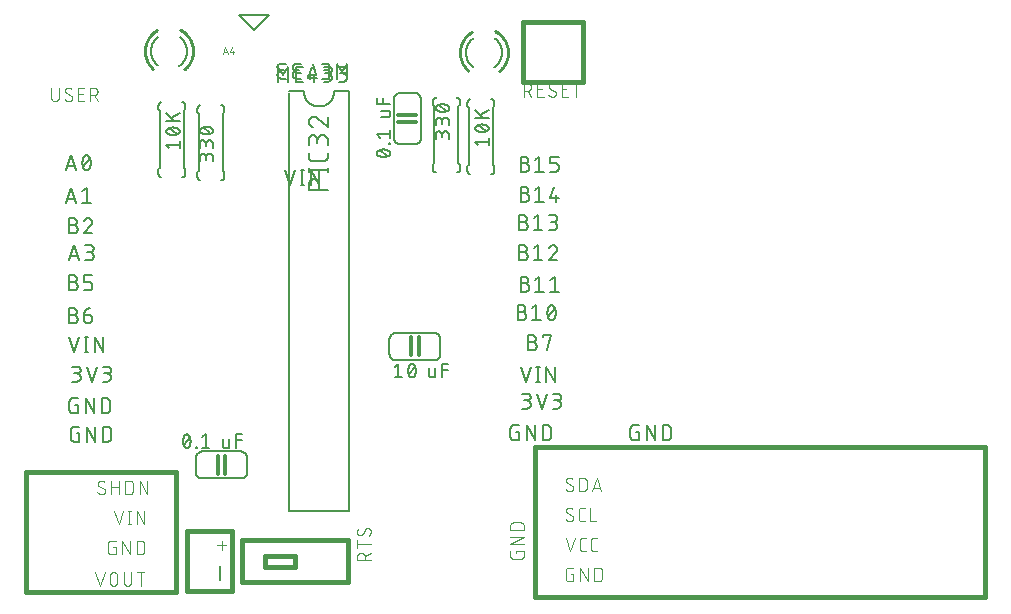
<source format=gbr>
G04 EAGLE Gerber RS-274X export*
G75*
%MOMM*%
%FSLAX34Y34*%
%LPD*%
%INSilkscreen Top*%
%IPPOS*%
%AMOC8*
5,1,8,0,0,1.08239X$1,22.5*%
G01*
%ADD10C,0.152400*%
%ADD11C,0.050800*%
%ADD12C,0.304800*%
%ADD13C,0.127000*%
%ADD14C,0.254000*%
%ADD15C,0.177800*%
%ADD16C,0.101600*%
%ADD17C,0.406400*%


D10*
X40132Y365252D02*
X44365Y377952D01*
X48599Y365252D01*
X47540Y368427D02*
X41190Y368427D01*
X53639Y371602D02*
X53642Y371852D01*
X53651Y372102D01*
X53666Y372351D01*
X53687Y372600D01*
X53713Y372848D01*
X53746Y373096D01*
X53785Y373343D01*
X53829Y373589D01*
X53880Y373833D01*
X53936Y374077D01*
X53998Y374319D01*
X54066Y374559D01*
X54139Y374798D01*
X54218Y375035D01*
X54303Y375270D01*
X54393Y375503D01*
X54489Y375734D01*
X54591Y375962D01*
X54697Y376188D01*
X54732Y376283D01*
X54770Y376377D01*
X54812Y376469D01*
X54858Y376559D01*
X54906Y376648D01*
X54959Y376734D01*
X55014Y376819D01*
X55073Y376901D01*
X55135Y376981D01*
X55201Y377059D01*
X55269Y377134D01*
X55339Y377206D01*
X55413Y377275D01*
X55489Y377342D01*
X55568Y377405D01*
X55649Y377466D01*
X55733Y377523D01*
X55819Y377577D01*
X55906Y377627D01*
X55996Y377675D01*
X56087Y377718D01*
X56180Y377758D01*
X56274Y377795D01*
X56370Y377827D01*
X56467Y377856D01*
X56565Y377882D01*
X56664Y377903D01*
X56764Y377921D01*
X56864Y377934D01*
X56965Y377944D01*
X57066Y377950D01*
X57167Y377952D01*
X57268Y377950D01*
X57369Y377944D01*
X57470Y377934D01*
X57570Y377921D01*
X57670Y377903D01*
X57769Y377882D01*
X57867Y377856D01*
X57964Y377827D01*
X58060Y377795D01*
X58154Y377758D01*
X58247Y377718D01*
X58338Y377675D01*
X58428Y377627D01*
X58515Y377577D01*
X58601Y377523D01*
X58685Y377466D01*
X58766Y377405D01*
X58845Y377342D01*
X58921Y377275D01*
X58995Y377206D01*
X59065Y377134D01*
X59133Y377059D01*
X59199Y376981D01*
X59261Y376901D01*
X59320Y376819D01*
X59375Y376734D01*
X59428Y376648D01*
X59476Y376559D01*
X59522Y376469D01*
X59564Y376377D01*
X59602Y376283D01*
X59637Y376188D01*
X59743Y375962D01*
X59845Y375734D01*
X59941Y375503D01*
X60031Y375270D01*
X60116Y375035D01*
X60195Y374798D01*
X60268Y374559D01*
X60336Y374319D01*
X60398Y374077D01*
X60454Y373833D01*
X60505Y373589D01*
X60549Y373343D01*
X60588Y373096D01*
X60621Y372848D01*
X60647Y372600D01*
X60668Y372351D01*
X60683Y372102D01*
X60692Y371852D01*
X60695Y371602D01*
X53639Y371602D02*
X53642Y371352D01*
X53651Y371102D01*
X53666Y370853D01*
X53687Y370604D01*
X53713Y370356D01*
X53746Y370108D01*
X53785Y369861D01*
X53829Y369615D01*
X53880Y369371D01*
X53936Y369127D01*
X53998Y368885D01*
X54066Y368645D01*
X54139Y368406D01*
X54218Y368169D01*
X54303Y367934D01*
X54393Y367701D01*
X54489Y367470D01*
X54591Y367242D01*
X54697Y367016D01*
X54732Y366921D01*
X54770Y366827D01*
X54812Y366735D01*
X54858Y366645D01*
X54907Y366556D01*
X54959Y366470D01*
X55015Y366385D01*
X55073Y366303D01*
X55135Y366223D01*
X55201Y366145D01*
X55269Y366070D01*
X55339Y365998D01*
X55413Y365929D01*
X55489Y365862D01*
X55568Y365799D01*
X55649Y365738D01*
X55733Y365681D01*
X55819Y365627D01*
X55906Y365577D01*
X55996Y365529D01*
X56087Y365486D01*
X56180Y365446D01*
X56274Y365409D01*
X56370Y365377D01*
X56467Y365348D01*
X56565Y365322D01*
X56664Y365301D01*
X56764Y365283D01*
X56864Y365270D01*
X56965Y365260D01*
X57066Y365254D01*
X57167Y365252D01*
X59637Y367016D02*
X59743Y367242D01*
X59845Y367470D01*
X59941Y367701D01*
X60031Y367934D01*
X60116Y368169D01*
X60195Y368406D01*
X60268Y368645D01*
X60336Y368885D01*
X60398Y369127D01*
X60454Y369371D01*
X60505Y369615D01*
X60549Y369861D01*
X60588Y370108D01*
X60621Y370356D01*
X60647Y370604D01*
X60668Y370853D01*
X60683Y371102D01*
X60692Y371352D01*
X60695Y371602D01*
X59637Y367016D02*
X59602Y366921D01*
X59564Y366827D01*
X59522Y366735D01*
X59476Y366645D01*
X59427Y366556D01*
X59375Y366470D01*
X59320Y366385D01*
X59261Y366303D01*
X59199Y366223D01*
X59133Y366145D01*
X59065Y366070D01*
X58995Y365998D01*
X58921Y365929D01*
X58845Y365862D01*
X58766Y365799D01*
X58685Y365738D01*
X58601Y365681D01*
X58515Y365627D01*
X58428Y365577D01*
X58338Y365529D01*
X58247Y365486D01*
X58154Y365446D01*
X58060Y365409D01*
X57964Y365377D01*
X57867Y365348D01*
X57769Y365322D01*
X57670Y365301D01*
X57570Y365283D01*
X57470Y365270D01*
X57369Y365260D01*
X57268Y365254D01*
X57167Y365252D01*
X54345Y368074D02*
X59989Y375130D01*
X46200Y318968D02*
X42672Y318968D01*
X46200Y318968D02*
X46318Y318966D01*
X46436Y318960D01*
X46553Y318950D01*
X46670Y318937D01*
X46787Y318919D01*
X46903Y318897D01*
X47018Y318872D01*
X47132Y318843D01*
X47245Y318810D01*
X47357Y318773D01*
X47468Y318732D01*
X47577Y318688D01*
X47685Y318640D01*
X47791Y318589D01*
X47895Y318534D01*
X47998Y318475D01*
X48098Y318414D01*
X48197Y318349D01*
X48293Y318280D01*
X48386Y318209D01*
X48478Y318134D01*
X48567Y318057D01*
X48653Y317976D01*
X48736Y317893D01*
X48817Y317807D01*
X48894Y317718D01*
X48969Y317626D01*
X49040Y317533D01*
X49109Y317437D01*
X49174Y317338D01*
X49235Y317238D01*
X49294Y317135D01*
X49349Y317031D01*
X49400Y316925D01*
X49448Y316817D01*
X49492Y316708D01*
X49533Y316597D01*
X49570Y316485D01*
X49603Y316372D01*
X49632Y316258D01*
X49657Y316143D01*
X49679Y316027D01*
X49697Y315910D01*
X49710Y315793D01*
X49720Y315676D01*
X49726Y315558D01*
X49728Y315440D01*
X49726Y315322D01*
X49720Y315204D01*
X49710Y315087D01*
X49697Y314970D01*
X49679Y314853D01*
X49657Y314737D01*
X49632Y314622D01*
X49603Y314508D01*
X49570Y314395D01*
X49533Y314283D01*
X49492Y314172D01*
X49448Y314063D01*
X49400Y313955D01*
X49349Y313849D01*
X49294Y313745D01*
X49235Y313642D01*
X49174Y313542D01*
X49109Y313443D01*
X49040Y313347D01*
X48969Y313254D01*
X48894Y313162D01*
X48817Y313073D01*
X48736Y312987D01*
X48653Y312904D01*
X48567Y312823D01*
X48478Y312746D01*
X48386Y312671D01*
X48293Y312600D01*
X48197Y312531D01*
X48098Y312466D01*
X47998Y312405D01*
X47895Y312346D01*
X47791Y312291D01*
X47685Y312240D01*
X47577Y312192D01*
X47468Y312148D01*
X47357Y312107D01*
X47245Y312070D01*
X47132Y312037D01*
X47018Y312008D01*
X46903Y311983D01*
X46787Y311961D01*
X46670Y311943D01*
X46553Y311930D01*
X46436Y311920D01*
X46318Y311914D01*
X46200Y311912D01*
X42672Y311912D01*
X42672Y324612D01*
X46200Y324612D01*
X46306Y324610D01*
X46411Y324604D01*
X46516Y324594D01*
X46621Y324580D01*
X46725Y324563D01*
X46828Y324541D01*
X46930Y324516D01*
X47032Y324487D01*
X47132Y324454D01*
X47231Y324417D01*
X47328Y324377D01*
X47424Y324333D01*
X47519Y324285D01*
X47611Y324234D01*
X47701Y324179D01*
X47790Y324122D01*
X47876Y324061D01*
X47959Y323996D01*
X48041Y323929D01*
X48119Y323859D01*
X48195Y323785D01*
X48269Y323709D01*
X48339Y323631D01*
X48406Y323549D01*
X48471Y323466D01*
X48532Y323380D01*
X48589Y323291D01*
X48644Y323201D01*
X48695Y323109D01*
X48743Y323014D01*
X48787Y322918D01*
X48827Y322821D01*
X48864Y322722D01*
X48897Y322622D01*
X48926Y322520D01*
X48951Y322418D01*
X48973Y322315D01*
X48990Y322211D01*
X49004Y322106D01*
X49014Y322001D01*
X49020Y321896D01*
X49022Y321790D01*
X49020Y321684D01*
X49014Y321579D01*
X49004Y321474D01*
X48990Y321369D01*
X48973Y321265D01*
X48951Y321162D01*
X48926Y321060D01*
X48897Y320958D01*
X48864Y320858D01*
X48827Y320759D01*
X48787Y320662D01*
X48743Y320566D01*
X48695Y320471D01*
X48644Y320379D01*
X48589Y320289D01*
X48532Y320200D01*
X48471Y320114D01*
X48406Y320031D01*
X48339Y319949D01*
X48269Y319871D01*
X48195Y319795D01*
X48119Y319721D01*
X48041Y319651D01*
X47959Y319584D01*
X47876Y319519D01*
X47790Y319458D01*
X47701Y319401D01*
X47611Y319346D01*
X47519Y319295D01*
X47424Y319247D01*
X47328Y319203D01*
X47231Y319163D01*
X47132Y319126D01*
X47032Y319093D01*
X46930Y319064D01*
X46828Y319039D01*
X46725Y319017D01*
X46621Y319000D01*
X46516Y318986D01*
X46411Y318976D01*
X46306Y318970D01*
X46200Y318968D01*
X58706Y324612D02*
X58817Y324610D01*
X58927Y324604D01*
X59038Y324595D01*
X59148Y324581D01*
X59257Y324564D01*
X59366Y324543D01*
X59474Y324518D01*
X59581Y324489D01*
X59687Y324457D01*
X59792Y324421D01*
X59895Y324381D01*
X59997Y324338D01*
X60098Y324291D01*
X60197Y324240D01*
X60294Y324187D01*
X60388Y324130D01*
X60481Y324069D01*
X60572Y324006D01*
X60661Y323939D01*
X60747Y323869D01*
X60830Y323796D01*
X60912Y323721D01*
X60990Y323643D01*
X61065Y323561D01*
X61138Y323478D01*
X61208Y323392D01*
X61275Y323303D01*
X61338Y323212D01*
X61399Y323119D01*
X61456Y323025D01*
X61509Y322928D01*
X61560Y322829D01*
X61607Y322728D01*
X61650Y322626D01*
X61690Y322523D01*
X61726Y322418D01*
X61758Y322312D01*
X61787Y322205D01*
X61812Y322097D01*
X61833Y321988D01*
X61850Y321879D01*
X61864Y321769D01*
X61873Y321658D01*
X61879Y321548D01*
X61881Y321437D01*
X58706Y324612D02*
X58581Y324610D01*
X58456Y324604D01*
X58331Y324595D01*
X58207Y324581D01*
X58083Y324564D01*
X57960Y324543D01*
X57837Y324518D01*
X57715Y324490D01*
X57594Y324458D01*
X57474Y324422D01*
X57356Y324382D01*
X57238Y324339D01*
X57122Y324292D01*
X57008Y324242D01*
X56895Y324188D01*
X56784Y324131D01*
X56674Y324070D01*
X56567Y324006D01*
X56461Y323939D01*
X56358Y323868D01*
X56257Y323795D01*
X56158Y323718D01*
X56061Y323638D01*
X55967Y323556D01*
X55876Y323470D01*
X55787Y323382D01*
X55701Y323291D01*
X55618Y323198D01*
X55538Y323102D01*
X55460Y323004D01*
X55386Y322903D01*
X55315Y322800D01*
X55247Y322695D01*
X55182Y322588D01*
X55121Y322479D01*
X55063Y322368D01*
X55008Y322255D01*
X54957Y322141D01*
X54910Y322025D01*
X54866Y321908D01*
X54825Y321790D01*
X60822Y318968D02*
X60904Y319048D01*
X60983Y319132D01*
X61059Y319218D01*
X61133Y319307D01*
X61203Y319398D01*
X61270Y319491D01*
X61334Y319587D01*
X61395Y319684D01*
X61453Y319784D01*
X61507Y319885D01*
X61557Y319989D01*
X61604Y320094D01*
X61648Y320200D01*
X61688Y320308D01*
X61724Y320417D01*
X61757Y320528D01*
X61785Y320639D01*
X61810Y320751D01*
X61832Y320864D01*
X61849Y320978D01*
X61863Y321092D01*
X61872Y321207D01*
X61878Y321322D01*
X61880Y321437D01*
X60822Y318968D02*
X54825Y311912D01*
X61881Y311912D01*
X46905Y301752D02*
X42672Y289052D01*
X51139Y289052D02*
X46905Y301752D01*
X50080Y292227D02*
X43730Y292227D01*
X56179Y289052D02*
X59707Y289052D01*
X59825Y289054D01*
X59943Y289060D01*
X60060Y289070D01*
X60177Y289083D01*
X60294Y289101D01*
X60410Y289123D01*
X60525Y289148D01*
X60639Y289177D01*
X60752Y289210D01*
X60864Y289247D01*
X60975Y289288D01*
X61084Y289332D01*
X61192Y289380D01*
X61298Y289431D01*
X61402Y289486D01*
X61505Y289545D01*
X61605Y289606D01*
X61704Y289671D01*
X61800Y289740D01*
X61893Y289811D01*
X61985Y289886D01*
X62074Y289963D01*
X62160Y290044D01*
X62243Y290127D01*
X62324Y290213D01*
X62401Y290302D01*
X62476Y290394D01*
X62547Y290487D01*
X62616Y290583D01*
X62681Y290682D01*
X62742Y290782D01*
X62801Y290885D01*
X62856Y290989D01*
X62907Y291095D01*
X62955Y291203D01*
X62999Y291312D01*
X63040Y291423D01*
X63077Y291535D01*
X63110Y291648D01*
X63139Y291762D01*
X63164Y291877D01*
X63186Y291993D01*
X63204Y292110D01*
X63217Y292227D01*
X63227Y292344D01*
X63233Y292462D01*
X63235Y292580D01*
X63233Y292698D01*
X63227Y292816D01*
X63217Y292933D01*
X63204Y293050D01*
X63186Y293167D01*
X63164Y293283D01*
X63139Y293398D01*
X63110Y293512D01*
X63077Y293625D01*
X63040Y293737D01*
X62999Y293848D01*
X62955Y293957D01*
X62907Y294065D01*
X62856Y294171D01*
X62801Y294275D01*
X62742Y294378D01*
X62681Y294478D01*
X62616Y294577D01*
X62547Y294673D01*
X62476Y294766D01*
X62401Y294858D01*
X62324Y294947D01*
X62243Y295033D01*
X62160Y295116D01*
X62074Y295197D01*
X61985Y295274D01*
X61893Y295349D01*
X61800Y295420D01*
X61704Y295489D01*
X61605Y295554D01*
X61505Y295615D01*
X61402Y295674D01*
X61298Y295729D01*
X61192Y295780D01*
X61084Y295828D01*
X60975Y295872D01*
X60864Y295913D01*
X60752Y295950D01*
X60639Y295983D01*
X60525Y296012D01*
X60410Y296037D01*
X60294Y296059D01*
X60177Y296077D01*
X60060Y296090D01*
X59943Y296100D01*
X59825Y296106D01*
X59707Y296108D01*
X60412Y301752D02*
X56179Y301752D01*
X60412Y301752D02*
X60518Y301750D01*
X60623Y301744D01*
X60728Y301734D01*
X60833Y301720D01*
X60937Y301703D01*
X61040Y301681D01*
X61142Y301656D01*
X61244Y301627D01*
X61344Y301594D01*
X61443Y301557D01*
X61540Y301517D01*
X61636Y301473D01*
X61731Y301425D01*
X61823Y301374D01*
X61913Y301319D01*
X62002Y301262D01*
X62088Y301201D01*
X62171Y301136D01*
X62253Y301069D01*
X62331Y300999D01*
X62407Y300925D01*
X62481Y300849D01*
X62551Y300771D01*
X62618Y300689D01*
X62683Y300606D01*
X62744Y300520D01*
X62801Y300431D01*
X62856Y300341D01*
X62907Y300249D01*
X62955Y300154D01*
X62999Y300058D01*
X63039Y299961D01*
X63076Y299862D01*
X63109Y299762D01*
X63138Y299660D01*
X63163Y299558D01*
X63185Y299455D01*
X63202Y299351D01*
X63216Y299246D01*
X63226Y299141D01*
X63232Y299036D01*
X63234Y298930D01*
X63232Y298824D01*
X63226Y298719D01*
X63216Y298614D01*
X63202Y298509D01*
X63185Y298405D01*
X63163Y298302D01*
X63138Y298200D01*
X63109Y298098D01*
X63076Y297998D01*
X63039Y297899D01*
X62999Y297802D01*
X62955Y297706D01*
X62907Y297611D01*
X62856Y297519D01*
X62801Y297429D01*
X62744Y297340D01*
X62683Y297254D01*
X62618Y297171D01*
X62551Y297089D01*
X62481Y297011D01*
X62407Y296935D01*
X62331Y296861D01*
X62253Y296791D01*
X62171Y296724D01*
X62088Y296659D01*
X62002Y296598D01*
X61913Y296541D01*
X61823Y296486D01*
X61731Y296435D01*
X61636Y296387D01*
X61540Y296343D01*
X61443Y296303D01*
X61344Y296266D01*
X61244Y296233D01*
X61142Y296204D01*
X61040Y296179D01*
X60937Y296157D01*
X60833Y296140D01*
X60728Y296126D01*
X60623Y296116D01*
X60518Y296110D01*
X60412Y296108D01*
X57590Y296108D01*
X46200Y270708D02*
X42672Y270708D01*
X46200Y270708D02*
X46318Y270706D01*
X46436Y270700D01*
X46553Y270690D01*
X46670Y270677D01*
X46787Y270659D01*
X46903Y270637D01*
X47018Y270612D01*
X47132Y270583D01*
X47245Y270550D01*
X47357Y270513D01*
X47468Y270472D01*
X47577Y270428D01*
X47685Y270380D01*
X47791Y270329D01*
X47895Y270274D01*
X47998Y270215D01*
X48098Y270154D01*
X48197Y270089D01*
X48293Y270020D01*
X48386Y269949D01*
X48478Y269874D01*
X48567Y269797D01*
X48653Y269716D01*
X48736Y269633D01*
X48817Y269547D01*
X48894Y269458D01*
X48969Y269366D01*
X49040Y269273D01*
X49109Y269177D01*
X49174Y269078D01*
X49235Y268978D01*
X49294Y268875D01*
X49349Y268771D01*
X49400Y268665D01*
X49448Y268557D01*
X49492Y268448D01*
X49533Y268337D01*
X49570Y268225D01*
X49603Y268112D01*
X49632Y267998D01*
X49657Y267883D01*
X49679Y267767D01*
X49697Y267650D01*
X49710Y267533D01*
X49720Y267416D01*
X49726Y267298D01*
X49728Y267180D01*
X49726Y267062D01*
X49720Y266944D01*
X49710Y266827D01*
X49697Y266710D01*
X49679Y266593D01*
X49657Y266477D01*
X49632Y266362D01*
X49603Y266248D01*
X49570Y266135D01*
X49533Y266023D01*
X49492Y265912D01*
X49448Y265803D01*
X49400Y265695D01*
X49349Y265589D01*
X49294Y265485D01*
X49235Y265382D01*
X49174Y265282D01*
X49109Y265183D01*
X49040Y265087D01*
X48969Y264994D01*
X48894Y264902D01*
X48817Y264813D01*
X48736Y264727D01*
X48653Y264644D01*
X48567Y264563D01*
X48478Y264486D01*
X48386Y264411D01*
X48293Y264340D01*
X48197Y264271D01*
X48098Y264206D01*
X47998Y264145D01*
X47895Y264086D01*
X47791Y264031D01*
X47685Y263980D01*
X47577Y263932D01*
X47468Y263888D01*
X47357Y263847D01*
X47245Y263810D01*
X47132Y263777D01*
X47018Y263748D01*
X46903Y263723D01*
X46787Y263701D01*
X46670Y263683D01*
X46553Y263670D01*
X46436Y263660D01*
X46318Y263654D01*
X46200Y263652D01*
X42672Y263652D01*
X42672Y276352D01*
X46200Y276352D01*
X46306Y276350D01*
X46411Y276344D01*
X46516Y276334D01*
X46621Y276320D01*
X46725Y276303D01*
X46828Y276281D01*
X46930Y276256D01*
X47032Y276227D01*
X47132Y276194D01*
X47231Y276157D01*
X47328Y276117D01*
X47424Y276073D01*
X47519Y276025D01*
X47611Y275974D01*
X47701Y275919D01*
X47790Y275862D01*
X47876Y275801D01*
X47959Y275736D01*
X48041Y275669D01*
X48119Y275599D01*
X48195Y275525D01*
X48269Y275449D01*
X48339Y275371D01*
X48406Y275289D01*
X48471Y275206D01*
X48532Y275120D01*
X48589Y275031D01*
X48644Y274941D01*
X48695Y274849D01*
X48743Y274754D01*
X48787Y274658D01*
X48827Y274561D01*
X48864Y274462D01*
X48897Y274362D01*
X48926Y274260D01*
X48951Y274158D01*
X48973Y274055D01*
X48990Y273951D01*
X49004Y273846D01*
X49014Y273741D01*
X49020Y273636D01*
X49022Y273530D01*
X49020Y273424D01*
X49014Y273319D01*
X49004Y273214D01*
X48990Y273109D01*
X48973Y273005D01*
X48951Y272902D01*
X48926Y272800D01*
X48897Y272698D01*
X48864Y272598D01*
X48827Y272499D01*
X48787Y272402D01*
X48743Y272306D01*
X48695Y272211D01*
X48644Y272119D01*
X48589Y272029D01*
X48532Y271940D01*
X48471Y271854D01*
X48406Y271771D01*
X48339Y271689D01*
X48269Y271611D01*
X48195Y271535D01*
X48119Y271461D01*
X48041Y271391D01*
X47959Y271324D01*
X47876Y271259D01*
X47790Y271198D01*
X47701Y271141D01*
X47611Y271086D01*
X47519Y271035D01*
X47424Y270987D01*
X47328Y270943D01*
X47231Y270903D01*
X47132Y270866D01*
X47032Y270833D01*
X46930Y270804D01*
X46828Y270779D01*
X46725Y270757D01*
X46621Y270740D01*
X46516Y270726D01*
X46411Y270716D01*
X46306Y270710D01*
X46200Y270708D01*
X54825Y263652D02*
X59058Y263652D01*
X59164Y263654D01*
X59269Y263660D01*
X59374Y263670D01*
X59479Y263684D01*
X59583Y263701D01*
X59686Y263723D01*
X59788Y263748D01*
X59890Y263777D01*
X59990Y263810D01*
X60089Y263847D01*
X60187Y263887D01*
X60282Y263931D01*
X60377Y263979D01*
X60469Y264030D01*
X60559Y264085D01*
X60648Y264142D01*
X60734Y264203D01*
X60817Y264268D01*
X60899Y264335D01*
X60977Y264405D01*
X61053Y264479D01*
X61127Y264555D01*
X61197Y264633D01*
X61264Y264715D01*
X61329Y264798D01*
X61390Y264884D01*
X61447Y264973D01*
X61502Y265063D01*
X61553Y265155D01*
X61601Y265250D01*
X61645Y265346D01*
X61685Y265443D01*
X61722Y265542D01*
X61755Y265642D01*
X61784Y265744D01*
X61809Y265846D01*
X61831Y265949D01*
X61848Y266053D01*
X61862Y266158D01*
X61872Y266263D01*
X61878Y266369D01*
X61880Y266474D01*
X61881Y266474D02*
X61881Y267885D01*
X61880Y267885D02*
X61878Y267991D01*
X61872Y268096D01*
X61862Y268201D01*
X61848Y268306D01*
X61831Y268410D01*
X61809Y268513D01*
X61784Y268615D01*
X61755Y268717D01*
X61722Y268817D01*
X61685Y268916D01*
X61645Y269013D01*
X61601Y269109D01*
X61553Y269204D01*
X61502Y269296D01*
X61447Y269386D01*
X61390Y269475D01*
X61329Y269561D01*
X61264Y269644D01*
X61197Y269726D01*
X61127Y269804D01*
X61053Y269880D01*
X60977Y269954D01*
X60899Y270024D01*
X60817Y270091D01*
X60734Y270156D01*
X60648Y270217D01*
X60559Y270274D01*
X60469Y270329D01*
X60377Y270380D01*
X60282Y270428D01*
X60186Y270472D01*
X60089Y270512D01*
X59990Y270549D01*
X59890Y270582D01*
X59788Y270611D01*
X59686Y270636D01*
X59583Y270658D01*
X59479Y270675D01*
X59374Y270689D01*
X59269Y270699D01*
X59164Y270705D01*
X59058Y270707D01*
X59058Y270708D02*
X54825Y270708D01*
X54825Y276352D01*
X61881Y276352D01*
X46200Y242768D02*
X42672Y242768D01*
X46200Y242768D02*
X46318Y242766D01*
X46436Y242760D01*
X46553Y242750D01*
X46670Y242737D01*
X46787Y242719D01*
X46903Y242697D01*
X47018Y242672D01*
X47132Y242643D01*
X47245Y242610D01*
X47357Y242573D01*
X47468Y242532D01*
X47577Y242488D01*
X47685Y242440D01*
X47791Y242389D01*
X47895Y242334D01*
X47998Y242275D01*
X48098Y242214D01*
X48197Y242149D01*
X48293Y242080D01*
X48386Y242009D01*
X48478Y241934D01*
X48567Y241857D01*
X48653Y241776D01*
X48736Y241693D01*
X48817Y241607D01*
X48894Y241518D01*
X48969Y241426D01*
X49040Y241333D01*
X49109Y241237D01*
X49174Y241138D01*
X49235Y241038D01*
X49294Y240935D01*
X49349Y240831D01*
X49400Y240725D01*
X49448Y240617D01*
X49492Y240508D01*
X49533Y240397D01*
X49570Y240285D01*
X49603Y240172D01*
X49632Y240058D01*
X49657Y239943D01*
X49679Y239827D01*
X49697Y239710D01*
X49710Y239593D01*
X49720Y239476D01*
X49726Y239358D01*
X49728Y239240D01*
X49726Y239122D01*
X49720Y239004D01*
X49710Y238887D01*
X49697Y238770D01*
X49679Y238653D01*
X49657Y238537D01*
X49632Y238422D01*
X49603Y238308D01*
X49570Y238195D01*
X49533Y238083D01*
X49492Y237972D01*
X49448Y237863D01*
X49400Y237755D01*
X49349Y237649D01*
X49294Y237545D01*
X49235Y237442D01*
X49174Y237342D01*
X49109Y237243D01*
X49040Y237147D01*
X48969Y237054D01*
X48894Y236962D01*
X48817Y236873D01*
X48736Y236787D01*
X48653Y236704D01*
X48567Y236623D01*
X48478Y236546D01*
X48386Y236471D01*
X48293Y236400D01*
X48197Y236331D01*
X48098Y236266D01*
X47998Y236205D01*
X47895Y236146D01*
X47791Y236091D01*
X47685Y236040D01*
X47577Y235992D01*
X47468Y235948D01*
X47357Y235907D01*
X47245Y235870D01*
X47132Y235837D01*
X47018Y235808D01*
X46903Y235783D01*
X46787Y235761D01*
X46670Y235743D01*
X46553Y235730D01*
X46436Y235720D01*
X46318Y235714D01*
X46200Y235712D01*
X42672Y235712D01*
X42672Y248412D01*
X46200Y248412D01*
X46306Y248410D01*
X46411Y248404D01*
X46516Y248394D01*
X46621Y248380D01*
X46725Y248363D01*
X46828Y248341D01*
X46930Y248316D01*
X47032Y248287D01*
X47132Y248254D01*
X47231Y248217D01*
X47328Y248177D01*
X47424Y248133D01*
X47519Y248085D01*
X47611Y248034D01*
X47701Y247979D01*
X47790Y247922D01*
X47876Y247861D01*
X47959Y247796D01*
X48041Y247729D01*
X48119Y247659D01*
X48195Y247585D01*
X48269Y247509D01*
X48339Y247431D01*
X48406Y247349D01*
X48471Y247266D01*
X48532Y247180D01*
X48589Y247091D01*
X48644Y247001D01*
X48695Y246909D01*
X48743Y246814D01*
X48787Y246718D01*
X48827Y246621D01*
X48864Y246522D01*
X48897Y246422D01*
X48926Y246320D01*
X48951Y246218D01*
X48973Y246115D01*
X48990Y246011D01*
X49004Y245906D01*
X49014Y245801D01*
X49020Y245696D01*
X49022Y245590D01*
X49020Y245484D01*
X49014Y245379D01*
X49004Y245274D01*
X48990Y245169D01*
X48973Y245065D01*
X48951Y244962D01*
X48926Y244860D01*
X48897Y244758D01*
X48864Y244658D01*
X48827Y244559D01*
X48787Y244462D01*
X48743Y244366D01*
X48695Y244271D01*
X48644Y244179D01*
X48589Y244089D01*
X48532Y244000D01*
X48471Y243914D01*
X48406Y243831D01*
X48339Y243749D01*
X48269Y243671D01*
X48195Y243595D01*
X48119Y243521D01*
X48041Y243451D01*
X47959Y243384D01*
X47876Y243319D01*
X47790Y243258D01*
X47701Y243201D01*
X47611Y243146D01*
X47519Y243095D01*
X47424Y243047D01*
X47328Y243003D01*
X47231Y242963D01*
X47132Y242926D01*
X47032Y242893D01*
X46930Y242864D01*
X46828Y242839D01*
X46725Y242817D01*
X46621Y242800D01*
X46516Y242786D01*
X46411Y242776D01*
X46306Y242770D01*
X46200Y242768D01*
X54825Y242768D02*
X59058Y242768D01*
X59058Y242767D02*
X59164Y242765D01*
X59269Y242759D01*
X59374Y242749D01*
X59479Y242735D01*
X59583Y242718D01*
X59686Y242696D01*
X59788Y242671D01*
X59890Y242642D01*
X59990Y242609D01*
X60089Y242572D01*
X60186Y242532D01*
X60282Y242488D01*
X60377Y242440D01*
X60469Y242389D01*
X60559Y242334D01*
X60648Y242277D01*
X60734Y242216D01*
X60817Y242151D01*
X60899Y242084D01*
X60977Y242014D01*
X61053Y241940D01*
X61127Y241864D01*
X61197Y241786D01*
X61264Y241704D01*
X61329Y241621D01*
X61390Y241535D01*
X61447Y241446D01*
X61502Y241356D01*
X61553Y241264D01*
X61601Y241169D01*
X61645Y241073D01*
X61685Y240976D01*
X61722Y240877D01*
X61755Y240777D01*
X61784Y240675D01*
X61809Y240573D01*
X61831Y240470D01*
X61848Y240366D01*
X61862Y240261D01*
X61872Y240156D01*
X61878Y240051D01*
X61880Y239945D01*
X61881Y239945D02*
X61881Y239240D01*
X61879Y239122D01*
X61873Y239004D01*
X61863Y238887D01*
X61850Y238770D01*
X61832Y238653D01*
X61810Y238537D01*
X61785Y238422D01*
X61756Y238308D01*
X61723Y238195D01*
X61686Y238083D01*
X61645Y237972D01*
X61601Y237863D01*
X61553Y237755D01*
X61502Y237649D01*
X61447Y237545D01*
X61388Y237442D01*
X61327Y237342D01*
X61262Y237243D01*
X61193Y237147D01*
X61122Y237054D01*
X61047Y236962D01*
X60970Y236873D01*
X60889Y236787D01*
X60806Y236704D01*
X60720Y236623D01*
X60631Y236546D01*
X60539Y236471D01*
X60446Y236400D01*
X60350Y236331D01*
X60251Y236266D01*
X60151Y236205D01*
X60048Y236146D01*
X59944Y236091D01*
X59838Y236040D01*
X59730Y235992D01*
X59621Y235948D01*
X59510Y235907D01*
X59398Y235870D01*
X59285Y235837D01*
X59171Y235808D01*
X59056Y235783D01*
X58940Y235761D01*
X58823Y235743D01*
X58706Y235730D01*
X58589Y235720D01*
X58471Y235714D01*
X58353Y235712D01*
X58235Y235714D01*
X58117Y235720D01*
X58000Y235730D01*
X57883Y235743D01*
X57766Y235761D01*
X57650Y235783D01*
X57535Y235808D01*
X57421Y235837D01*
X57308Y235870D01*
X57196Y235907D01*
X57085Y235948D01*
X56976Y235992D01*
X56868Y236040D01*
X56762Y236091D01*
X56658Y236146D01*
X56555Y236205D01*
X56455Y236266D01*
X56356Y236331D01*
X56260Y236400D01*
X56167Y236471D01*
X56075Y236546D01*
X55986Y236623D01*
X55900Y236704D01*
X55817Y236787D01*
X55736Y236873D01*
X55659Y236962D01*
X55584Y237054D01*
X55513Y237147D01*
X55444Y237243D01*
X55379Y237342D01*
X55318Y237442D01*
X55259Y237545D01*
X55204Y237649D01*
X55153Y237755D01*
X55105Y237863D01*
X55061Y237972D01*
X55020Y238083D01*
X54983Y238195D01*
X54950Y238308D01*
X54921Y238422D01*
X54896Y238537D01*
X54874Y238653D01*
X54856Y238770D01*
X54843Y238887D01*
X54833Y239004D01*
X54827Y239122D01*
X54825Y239240D01*
X54825Y242768D01*
X54826Y242768D02*
X54828Y242916D01*
X54834Y243063D01*
X54843Y243211D01*
X54857Y243358D01*
X54874Y243505D01*
X54895Y243651D01*
X54921Y243797D01*
X54949Y243941D01*
X54982Y244086D01*
X55018Y244229D01*
X55058Y244371D01*
X55102Y244512D01*
X55150Y244652D01*
X55201Y244791D01*
X55256Y244928D01*
X55314Y245064D01*
X55376Y245198D01*
X55441Y245330D01*
X55510Y245461D01*
X55582Y245590D01*
X55658Y245717D01*
X55737Y245842D01*
X55819Y245965D01*
X55904Y246085D01*
X55992Y246204D01*
X56084Y246320D01*
X56178Y246433D01*
X56276Y246545D01*
X56376Y246653D01*
X56479Y246759D01*
X56585Y246862D01*
X56693Y246962D01*
X56805Y247060D01*
X56918Y247154D01*
X57034Y247246D01*
X57153Y247334D01*
X57273Y247419D01*
X57396Y247501D01*
X57521Y247580D01*
X57648Y247656D01*
X57777Y247728D01*
X57908Y247797D01*
X58040Y247862D01*
X58174Y247924D01*
X58310Y247982D01*
X58447Y248037D01*
X58586Y248088D01*
X58726Y248136D01*
X58867Y248180D01*
X59009Y248220D01*
X59152Y248256D01*
X59297Y248289D01*
X59441Y248317D01*
X59587Y248343D01*
X59733Y248364D01*
X59880Y248381D01*
X60027Y248395D01*
X60175Y248404D01*
X60322Y248410D01*
X60470Y248412D01*
X42672Y224282D02*
X46905Y211582D01*
X51139Y224282D01*
X57147Y224282D02*
X57147Y211582D01*
X58558Y211582D02*
X55735Y211582D01*
X55735Y224282D02*
X58558Y224282D01*
X64287Y224282D02*
X64287Y211582D01*
X71342Y211582D02*
X64287Y224282D01*
X71342Y224282D02*
X71342Y211582D01*
X48740Y186182D02*
X45212Y186182D01*
X48740Y186182D02*
X48858Y186184D01*
X48976Y186190D01*
X49093Y186200D01*
X49210Y186213D01*
X49327Y186231D01*
X49443Y186253D01*
X49558Y186278D01*
X49672Y186307D01*
X49785Y186340D01*
X49897Y186377D01*
X50008Y186418D01*
X50117Y186462D01*
X50225Y186510D01*
X50331Y186561D01*
X50435Y186616D01*
X50538Y186675D01*
X50638Y186736D01*
X50737Y186801D01*
X50833Y186870D01*
X50926Y186941D01*
X51018Y187016D01*
X51107Y187093D01*
X51193Y187174D01*
X51276Y187257D01*
X51357Y187343D01*
X51434Y187432D01*
X51509Y187524D01*
X51580Y187617D01*
X51649Y187713D01*
X51714Y187812D01*
X51775Y187912D01*
X51834Y188015D01*
X51889Y188119D01*
X51940Y188225D01*
X51988Y188333D01*
X52032Y188442D01*
X52073Y188553D01*
X52110Y188665D01*
X52143Y188778D01*
X52172Y188892D01*
X52197Y189007D01*
X52219Y189123D01*
X52237Y189240D01*
X52250Y189357D01*
X52260Y189474D01*
X52266Y189592D01*
X52268Y189710D01*
X52266Y189828D01*
X52260Y189946D01*
X52250Y190063D01*
X52237Y190180D01*
X52219Y190297D01*
X52197Y190413D01*
X52172Y190528D01*
X52143Y190642D01*
X52110Y190755D01*
X52073Y190867D01*
X52032Y190978D01*
X51988Y191087D01*
X51940Y191195D01*
X51889Y191301D01*
X51834Y191405D01*
X51775Y191508D01*
X51714Y191608D01*
X51649Y191707D01*
X51580Y191803D01*
X51509Y191896D01*
X51434Y191988D01*
X51357Y192077D01*
X51276Y192163D01*
X51193Y192246D01*
X51107Y192327D01*
X51018Y192404D01*
X50926Y192479D01*
X50833Y192550D01*
X50737Y192619D01*
X50638Y192684D01*
X50538Y192745D01*
X50435Y192804D01*
X50331Y192859D01*
X50225Y192910D01*
X50117Y192958D01*
X50008Y193002D01*
X49897Y193043D01*
X49785Y193080D01*
X49672Y193113D01*
X49558Y193142D01*
X49443Y193167D01*
X49327Y193189D01*
X49210Y193207D01*
X49093Y193220D01*
X48976Y193230D01*
X48858Y193236D01*
X48740Y193238D01*
X49445Y198882D02*
X45212Y198882D01*
X49445Y198882D02*
X49551Y198880D01*
X49656Y198874D01*
X49761Y198864D01*
X49866Y198850D01*
X49970Y198833D01*
X50073Y198811D01*
X50175Y198786D01*
X50277Y198757D01*
X50377Y198724D01*
X50476Y198687D01*
X50573Y198647D01*
X50669Y198603D01*
X50764Y198555D01*
X50856Y198504D01*
X50946Y198449D01*
X51035Y198392D01*
X51121Y198331D01*
X51204Y198266D01*
X51286Y198199D01*
X51364Y198129D01*
X51440Y198055D01*
X51514Y197979D01*
X51584Y197901D01*
X51651Y197819D01*
X51716Y197736D01*
X51777Y197650D01*
X51834Y197561D01*
X51889Y197471D01*
X51940Y197379D01*
X51988Y197284D01*
X52032Y197188D01*
X52072Y197091D01*
X52109Y196992D01*
X52142Y196892D01*
X52171Y196790D01*
X52196Y196688D01*
X52218Y196585D01*
X52235Y196481D01*
X52249Y196376D01*
X52259Y196271D01*
X52265Y196166D01*
X52267Y196060D01*
X52265Y195954D01*
X52259Y195849D01*
X52249Y195744D01*
X52235Y195639D01*
X52218Y195535D01*
X52196Y195432D01*
X52171Y195330D01*
X52142Y195228D01*
X52109Y195128D01*
X52072Y195029D01*
X52032Y194932D01*
X51988Y194836D01*
X51940Y194741D01*
X51889Y194649D01*
X51834Y194559D01*
X51777Y194470D01*
X51716Y194384D01*
X51651Y194301D01*
X51584Y194219D01*
X51514Y194141D01*
X51440Y194065D01*
X51364Y193991D01*
X51286Y193921D01*
X51204Y193854D01*
X51121Y193789D01*
X51035Y193728D01*
X50946Y193671D01*
X50856Y193616D01*
X50764Y193565D01*
X50669Y193517D01*
X50573Y193473D01*
X50476Y193433D01*
X50377Y193396D01*
X50277Y193363D01*
X50175Y193334D01*
X50073Y193309D01*
X49970Y193287D01*
X49866Y193270D01*
X49761Y193256D01*
X49656Y193246D01*
X49551Y193240D01*
X49445Y193238D01*
X46623Y193238D01*
X57308Y198882D02*
X61541Y186182D01*
X65775Y198882D01*
X70815Y186182D02*
X74343Y186182D01*
X74461Y186184D01*
X74579Y186190D01*
X74696Y186200D01*
X74813Y186213D01*
X74930Y186231D01*
X75046Y186253D01*
X75161Y186278D01*
X75275Y186307D01*
X75388Y186340D01*
X75500Y186377D01*
X75611Y186418D01*
X75720Y186462D01*
X75828Y186510D01*
X75934Y186561D01*
X76038Y186616D01*
X76141Y186675D01*
X76241Y186736D01*
X76340Y186801D01*
X76436Y186870D01*
X76529Y186941D01*
X76621Y187016D01*
X76710Y187093D01*
X76796Y187174D01*
X76879Y187257D01*
X76960Y187343D01*
X77037Y187432D01*
X77112Y187524D01*
X77183Y187617D01*
X77252Y187713D01*
X77317Y187812D01*
X77378Y187912D01*
X77437Y188015D01*
X77492Y188119D01*
X77543Y188225D01*
X77591Y188333D01*
X77635Y188442D01*
X77676Y188553D01*
X77713Y188665D01*
X77746Y188778D01*
X77775Y188892D01*
X77800Y189007D01*
X77822Y189123D01*
X77840Y189240D01*
X77853Y189357D01*
X77863Y189474D01*
X77869Y189592D01*
X77871Y189710D01*
X77869Y189828D01*
X77863Y189946D01*
X77853Y190063D01*
X77840Y190180D01*
X77822Y190297D01*
X77800Y190413D01*
X77775Y190528D01*
X77746Y190642D01*
X77713Y190755D01*
X77676Y190867D01*
X77635Y190978D01*
X77591Y191087D01*
X77543Y191195D01*
X77492Y191301D01*
X77437Y191405D01*
X77378Y191508D01*
X77317Y191608D01*
X77252Y191707D01*
X77183Y191803D01*
X77112Y191896D01*
X77037Y191988D01*
X76960Y192077D01*
X76879Y192163D01*
X76796Y192246D01*
X76710Y192327D01*
X76621Y192404D01*
X76529Y192479D01*
X76436Y192550D01*
X76340Y192619D01*
X76241Y192684D01*
X76141Y192745D01*
X76038Y192804D01*
X75934Y192859D01*
X75828Y192910D01*
X75720Y192958D01*
X75611Y193002D01*
X75500Y193043D01*
X75388Y193080D01*
X75275Y193113D01*
X75161Y193142D01*
X75046Y193167D01*
X74930Y193189D01*
X74813Y193207D01*
X74696Y193220D01*
X74579Y193230D01*
X74461Y193236D01*
X74343Y193238D01*
X75049Y198882D02*
X70815Y198882D01*
X75049Y198882D02*
X75155Y198880D01*
X75260Y198874D01*
X75365Y198864D01*
X75470Y198850D01*
X75574Y198833D01*
X75677Y198811D01*
X75779Y198786D01*
X75881Y198757D01*
X75981Y198724D01*
X76080Y198687D01*
X76177Y198647D01*
X76273Y198603D01*
X76368Y198555D01*
X76460Y198504D01*
X76550Y198449D01*
X76639Y198392D01*
X76725Y198331D01*
X76808Y198266D01*
X76890Y198199D01*
X76968Y198129D01*
X77044Y198055D01*
X77118Y197979D01*
X77188Y197901D01*
X77255Y197819D01*
X77320Y197736D01*
X77381Y197650D01*
X77438Y197561D01*
X77493Y197471D01*
X77544Y197379D01*
X77592Y197284D01*
X77636Y197188D01*
X77676Y197091D01*
X77713Y196992D01*
X77746Y196892D01*
X77775Y196790D01*
X77800Y196688D01*
X77822Y196585D01*
X77839Y196481D01*
X77853Y196376D01*
X77863Y196271D01*
X77869Y196166D01*
X77871Y196060D01*
X77869Y195954D01*
X77863Y195849D01*
X77853Y195744D01*
X77839Y195639D01*
X77822Y195535D01*
X77800Y195432D01*
X77775Y195330D01*
X77746Y195228D01*
X77713Y195128D01*
X77676Y195029D01*
X77636Y194932D01*
X77592Y194836D01*
X77544Y194741D01*
X77493Y194649D01*
X77438Y194559D01*
X77381Y194470D01*
X77320Y194384D01*
X77255Y194301D01*
X77188Y194219D01*
X77118Y194141D01*
X77044Y194065D01*
X76968Y193991D01*
X76890Y193921D01*
X76808Y193854D01*
X76725Y193789D01*
X76639Y193728D01*
X76550Y193671D01*
X76460Y193616D01*
X76368Y193565D01*
X76273Y193517D01*
X76177Y193473D01*
X76080Y193433D01*
X75981Y193396D01*
X75881Y193363D01*
X75779Y193334D01*
X75677Y193309D01*
X75574Y193287D01*
X75470Y193270D01*
X75365Y193256D01*
X75260Y193246D01*
X75155Y193240D01*
X75049Y193238D01*
X72226Y193238D01*
X49728Y166568D02*
X47611Y166568D01*
X49728Y166568D02*
X49728Y159512D01*
X45494Y159512D01*
X45388Y159514D01*
X45283Y159520D01*
X45178Y159530D01*
X45073Y159544D01*
X44969Y159561D01*
X44866Y159583D01*
X44764Y159608D01*
X44662Y159637D01*
X44562Y159670D01*
X44463Y159707D01*
X44366Y159747D01*
X44270Y159791D01*
X44175Y159839D01*
X44083Y159890D01*
X43993Y159945D01*
X43904Y160002D01*
X43818Y160063D01*
X43735Y160128D01*
X43653Y160195D01*
X43575Y160265D01*
X43499Y160339D01*
X43425Y160415D01*
X43355Y160493D01*
X43288Y160575D01*
X43223Y160658D01*
X43162Y160744D01*
X43105Y160833D01*
X43050Y160923D01*
X42999Y161015D01*
X42951Y161110D01*
X42907Y161206D01*
X42867Y161303D01*
X42830Y161402D01*
X42797Y161502D01*
X42768Y161604D01*
X42743Y161706D01*
X42721Y161809D01*
X42704Y161913D01*
X42690Y162018D01*
X42680Y162123D01*
X42674Y162228D01*
X42672Y162334D01*
X42672Y169390D01*
X42674Y169496D01*
X42680Y169601D01*
X42690Y169706D01*
X42704Y169811D01*
X42721Y169915D01*
X42743Y170018D01*
X42768Y170120D01*
X42797Y170222D01*
X42830Y170322D01*
X42867Y170421D01*
X42907Y170518D01*
X42951Y170614D01*
X42999Y170709D01*
X43050Y170801D01*
X43105Y170891D01*
X43162Y170980D01*
X43223Y171066D01*
X43288Y171149D01*
X43355Y171231D01*
X43425Y171309D01*
X43499Y171385D01*
X43575Y171459D01*
X43653Y171529D01*
X43734Y171596D01*
X43818Y171661D01*
X43904Y171722D01*
X43993Y171779D01*
X44083Y171834D01*
X44175Y171885D01*
X44270Y171933D01*
X44365Y171977D01*
X44463Y172017D01*
X44562Y172054D01*
X44662Y172087D01*
X44764Y172116D01*
X44866Y172141D01*
X44969Y172163D01*
X45073Y172180D01*
X45178Y172194D01*
X45283Y172204D01*
X45388Y172210D01*
X45494Y172212D01*
X49728Y172212D01*
X56327Y172212D02*
X56327Y159512D01*
X63383Y159512D02*
X56327Y172212D01*
X63383Y172212D02*
X63383Y159512D01*
X69982Y159512D02*
X69982Y172212D01*
X73510Y172212D01*
X73628Y172210D01*
X73746Y172204D01*
X73863Y172194D01*
X73980Y172181D01*
X74097Y172163D01*
X74213Y172141D01*
X74328Y172116D01*
X74442Y172087D01*
X74555Y172054D01*
X74667Y172017D01*
X74778Y171976D01*
X74887Y171932D01*
X74995Y171884D01*
X75101Y171833D01*
X75205Y171778D01*
X75308Y171719D01*
X75408Y171658D01*
X75507Y171593D01*
X75603Y171524D01*
X75696Y171453D01*
X75788Y171378D01*
X75877Y171301D01*
X75963Y171220D01*
X76046Y171137D01*
X76127Y171051D01*
X76204Y170962D01*
X76279Y170870D01*
X76350Y170777D01*
X76419Y170681D01*
X76484Y170582D01*
X76545Y170482D01*
X76604Y170379D01*
X76659Y170275D01*
X76710Y170169D01*
X76758Y170061D01*
X76802Y169952D01*
X76843Y169841D01*
X76880Y169729D01*
X76913Y169616D01*
X76942Y169502D01*
X76967Y169387D01*
X76989Y169271D01*
X77007Y169154D01*
X77020Y169037D01*
X77030Y168920D01*
X77036Y168802D01*
X77038Y168684D01*
X77038Y163040D01*
X77036Y162922D01*
X77030Y162804D01*
X77020Y162687D01*
X77007Y162570D01*
X76989Y162453D01*
X76967Y162337D01*
X76942Y162222D01*
X76913Y162108D01*
X76880Y161995D01*
X76843Y161883D01*
X76802Y161772D01*
X76758Y161663D01*
X76710Y161555D01*
X76659Y161449D01*
X76604Y161345D01*
X76545Y161242D01*
X76484Y161142D01*
X76419Y161043D01*
X76350Y160947D01*
X76279Y160854D01*
X76204Y160762D01*
X76127Y160673D01*
X76046Y160587D01*
X75963Y160504D01*
X75877Y160423D01*
X75788Y160346D01*
X75696Y160271D01*
X75603Y160200D01*
X75507Y160131D01*
X75408Y160066D01*
X75308Y160005D01*
X75205Y159946D01*
X75101Y159891D01*
X74995Y159840D01*
X74887Y159792D01*
X74778Y159748D01*
X74667Y159707D01*
X74555Y159670D01*
X74442Y159637D01*
X74328Y159608D01*
X74213Y159583D01*
X74097Y159561D01*
X73980Y159543D01*
X73863Y159530D01*
X73746Y159520D01*
X73628Y159514D01*
X73510Y159512D01*
X69982Y159512D01*
X50998Y142438D02*
X48881Y142438D01*
X50998Y142438D02*
X50998Y135382D01*
X46764Y135382D01*
X46658Y135384D01*
X46553Y135390D01*
X46448Y135400D01*
X46343Y135414D01*
X46239Y135431D01*
X46136Y135453D01*
X46034Y135478D01*
X45932Y135507D01*
X45832Y135540D01*
X45733Y135577D01*
X45636Y135617D01*
X45540Y135661D01*
X45445Y135709D01*
X45353Y135760D01*
X45263Y135815D01*
X45174Y135872D01*
X45088Y135933D01*
X45005Y135998D01*
X44923Y136065D01*
X44845Y136135D01*
X44769Y136209D01*
X44695Y136285D01*
X44625Y136363D01*
X44558Y136445D01*
X44493Y136528D01*
X44432Y136614D01*
X44375Y136703D01*
X44320Y136793D01*
X44269Y136885D01*
X44221Y136980D01*
X44177Y137076D01*
X44137Y137173D01*
X44100Y137272D01*
X44067Y137372D01*
X44038Y137474D01*
X44013Y137576D01*
X43991Y137679D01*
X43974Y137783D01*
X43960Y137888D01*
X43950Y137993D01*
X43944Y138098D01*
X43942Y138204D01*
X43942Y145260D01*
X43944Y145366D01*
X43950Y145471D01*
X43960Y145576D01*
X43974Y145681D01*
X43991Y145785D01*
X44013Y145888D01*
X44038Y145990D01*
X44067Y146092D01*
X44100Y146192D01*
X44137Y146291D01*
X44177Y146388D01*
X44221Y146484D01*
X44269Y146579D01*
X44320Y146671D01*
X44375Y146761D01*
X44432Y146850D01*
X44493Y146936D01*
X44558Y147019D01*
X44625Y147101D01*
X44695Y147179D01*
X44769Y147255D01*
X44845Y147329D01*
X44923Y147399D01*
X45004Y147466D01*
X45088Y147531D01*
X45174Y147592D01*
X45263Y147649D01*
X45353Y147704D01*
X45445Y147755D01*
X45540Y147803D01*
X45635Y147847D01*
X45733Y147887D01*
X45832Y147924D01*
X45932Y147957D01*
X46034Y147986D01*
X46136Y148011D01*
X46239Y148033D01*
X46343Y148050D01*
X46448Y148064D01*
X46553Y148074D01*
X46658Y148080D01*
X46764Y148082D01*
X50998Y148082D01*
X57597Y148082D02*
X57597Y135382D01*
X64653Y135382D02*
X57597Y148082D01*
X64653Y148082D02*
X64653Y135382D01*
X71252Y135382D02*
X71252Y148082D01*
X74780Y148082D01*
X74898Y148080D01*
X75016Y148074D01*
X75133Y148064D01*
X75250Y148051D01*
X75367Y148033D01*
X75483Y148011D01*
X75598Y147986D01*
X75712Y147957D01*
X75825Y147924D01*
X75937Y147887D01*
X76048Y147846D01*
X76157Y147802D01*
X76265Y147754D01*
X76371Y147703D01*
X76475Y147648D01*
X76578Y147589D01*
X76678Y147528D01*
X76777Y147463D01*
X76873Y147394D01*
X76966Y147323D01*
X77058Y147248D01*
X77147Y147171D01*
X77233Y147090D01*
X77316Y147007D01*
X77397Y146921D01*
X77474Y146832D01*
X77549Y146740D01*
X77620Y146647D01*
X77689Y146551D01*
X77754Y146452D01*
X77815Y146352D01*
X77874Y146249D01*
X77929Y146145D01*
X77980Y146039D01*
X78028Y145931D01*
X78072Y145822D01*
X78113Y145711D01*
X78150Y145599D01*
X78183Y145486D01*
X78212Y145372D01*
X78237Y145257D01*
X78259Y145141D01*
X78277Y145024D01*
X78290Y144907D01*
X78300Y144790D01*
X78306Y144672D01*
X78308Y144554D01*
X78308Y138910D01*
X78306Y138792D01*
X78300Y138674D01*
X78290Y138557D01*
X78277Y138440D01*
X78259Y138323D01*
X78237Y138207D01*
X78212Y138092D01*
X78183Y137978D01*
X78150Y137865D01*
X78113Y137753D01*
X78072Y137642D01*
X78028Y137533D01*
X77980Y137425D01*
X77929Y137319D01*
X77874Y137215D01*
X77815Y137112D01*
X77754Y137012D01*
X77689Y136913D01*
X77620Y136817D01*
X77549Y136724D01*
X77474Y136632D01*
X77397Y136543D01*
X77316Y136457D01*
X77233Y136374D01*
X77147Y136293D01*
X77058Y136216D01*
X76966Y136141D01*
X76873Y136070D01*
X76777Y136001D01*
X76678Y135936D01*
X76578Y135875D01*
X76475Y135816D01*
X76371Y135761D01*
X76265Y135710D01*
X76157Y135662D01*
X76048Y135618D01*
X75937Y135577D01*
X75825Y135540D01*
X75712Y135507D01*
X75598Y135478D01*
X75483Y135453D01*
X75367Y135431D01*
X75250Y135413D01*
X75133Y135400D01*
X75016Y135390D01*
X74898Y135384D01*
X74780Y135382D01*
X71252Y135382D01*
X40132Y337312D02*
X44365Y350012D01*
X48599Y337312D01*
X47540Y340487D02*
X41190Y340487D01*
X53639Y347190D02*
X57167Y350012D01*
X57167Y337312D01*
X53639Y337312D02*
X60695Y337312D01*
X424942Y371038D02*
X428470Y371038D01*
X428588Y371036D01*
X428706Y371030D01*
X428823Y371020D01*
X428940Y371007D01*
X429057Y370989D01*
X429173Y370967D01*
X429288Y370942D01*
X429402Y370913D01*
X429515Y370880D01*
X429627Y370843D01*
X429738Y370802D01*
X429847Y370758D01*
X429955Y370710D01*
X430061Y370659D01*
X430165Y370604D01*
X430268Y370545D01*
X430368Y370484D01*
X430467Y370419D01*
X430563Y370350D01*
X430656Y370279D01*
X430748Y370204D01*
X430837Y370127D01*
X430923Y370046D01*
X431006Y369963D01*
X431087Y369877D01*
X431164Y369788D01*
X431239Y369696D01*
X431310Y369603D01*
X431379Y369507D01*
X431444Y369408D01*
X431505Y369308D01*
X431564Y369205D01*
X431619Y369101D01*
X431670Y368995D01*
X431718Y368887D01*
X431762Y368778D01*
X431803Y368667D01*
X431840Y368555D01*
X431873Y368442D01*
X431902Y368328D01*
X431927Y368213D01*
X431949Y368097D01*
X431967Y367980D01*
X431980Y367863D01*
X431990Y367746D01*
X431996Y367628D01*
X431998Y367510D01*
X431996Y367392D01*
X431990Y367274D01*
X431980Y367157D01*
X431967Y367040D01*
X431949Y366923D01*
X431927Y366807D01*
X431902Y366692D01*
X431873Y366578D01*
X431840Y366465D01*
X431803Y366353D01*
X431762Y366242D01*
X431718Y366133D01*
X431670Y366025D01*
X431619Y365919D01*
X431564Y365815D01*
X431505Y365712D01*
X431444Y365612D01*
X431379Y365513D01*
X431310Y365417D01*
X431239Y365324D01*
X431164Y365232D01*
X431087Y365143D01*
X431006Y365057D01*
X430923Y364974D01*
X430837Y364893D01*
X430748Y364816D01*
X430656Y364741D01*
X430563Y364670D01*
X430467Y364601D01*
X430368Y364536D01*
X430268Y364475D01*
X430165Y364416D01*
X430061Y364361D01*
X429955Y364310D01*
X429847Y364262D01*
X429738Y364218D01*
X429627Y364177D01*
X429515Y364140D01*
X429402Y364107D01*
X429288Y364078D01*
X429173Y364053D01*
X429057Y364031D01*
X428940Y364013D01*
X428823Y364000D01*
X428706Y363990D01*
X428588Y363984D01*
X428470Y363982D01*
X424942Y363982D01*
X424942Y376682D01*
X428470Y376682D01*
X428576Y376680D01*
X428681Y376674D01*
X428786Y376664D01*
X428891Y376650D01*
X428995Y376633D01*
X429098Y376611D01*
X429200Y376586D01*
X429302Y376557D01*
X429402Y376524D01*
X429501Y376487D01*
X429598Y376447D01*
X429694Y376403D01*
X429789Y376355D01*
X429881Y376304D01*
X429971Y376249D01*
X430060Y376192D01*
X430146Y376131D01*
X430229Y376066D01*
X430311Y375999D01*
X430389Y375929D01*
X430465Y375855D01*
X430539Y375779D01*
X430609Y375701D01*
X430676Y375619D01*
X430741Y375536D01*
X430802Y375450D01*
X430859Y375361D01*
X430914Y375271D01*
X430965Y375179D01*
X431013Y375084D01*
X431057Y374988D01*
X431097Y374891D01*
X431134Y374792D01*
X431167Y374692D01*
X431196Y374590D01*
X431221Y374488D01*
X431243Y374385D01*
X431260Y374281D01*
X431274Y374176D01*
X431284Y374071D01*
X431290Y373966D01*
X431292Y373860D01*
X431290Y373754D01*
X431284Y373649D01*
X431274Y373544D01*
X431260Y373439D01*
X431243Y373335D01*
X431221Y373232D01*
X431196Y373130D01*
X431167Y373028D01*
X431134Y372928D01*
X431097Y372829D01*
X431057Y372732D01*
X431013Y372636D01*
X430965Y372541D01*
X430914Y372449D01*
X430859Y372359D01*
X430802Y372270D01*
X430741Y372184D01*
X430676Y372101D01*
X430609Y372019D01*
X430539Y371941D01*
X430465Y371865D01*
X430389Y371791D01*
X430311Y371721D01*
X430229Y371654D01*
X430146Y371589D01*
X430060Y371528D01*
X429971Y371471D01*
X429881Y371416D01*
X429789Y371365D01*
X429694Y371317D01*
X429598Y371273D01*
X429501Y371233D01*
X429402Y371196D01*
X429302Y371163D01*
X429200Y371134D01*
X429098Y371109D01*
X428995Y371087D01*
X428891Y371070D01*
X428786Y371056D01*
X428681Y371046D01*
X428576Y371040D01*
X428470Y371038D01*
X437095Y373860D02*
X440623Y376682D01*
X440623Y363982D01*
X437095Y363982D02*
X444151Y363982D01*
X449897Y363982D02*
X454130Y363982D01*
X454236Y363984D01*
X454341Y363990D01*
X454446Y364000D01*
X454551Y364014D01*
X454655Y364031D01*
X454758Y364053D01*
X454860Y364078D01*
X454962Y364107D01*
X455062Y364140D01*
X455161Y364177D01*
X455259Y364217D01*
X455354Y364261D01*
X455449Y364309D01*
X455541Y364360D01*
X455631Y364415D01*
X455720Y364472D01*
X455806Y364533D01*
X455889Y364598D01*
X455971Y364665D01*
X456049Y364735D01*
X456125Y364809D01*
X456199Y364885D01*
X456269Y364963D01*
X456336Y365045D01*
X456401Y365128D01*
X456462Y365214D01*
X456519Y365303D01*
X456574Y365393D01*
X456625Y365485D01*
X456673Y365580D01*
X456717Y365676D01*
X456757Y365773D01*
X456794Y365872D01*
X456827Y365972D01*
X456856Y366074D01*
X456881Y366176D01*
X456903Y366279D01*
X456920Y366383D01*
X456934Y366488D01*
X456944Y366593D01*
X456950Y366699D01*
X456952Y366804D01*
X456952Y368215D01*
X456950Y368321D01*
X456944Y368426D01*
X456934Y368531D01*
X456920Y368636D01*
X456903Y368740D01*
X456881Y368843D01*
X456856Y368945D01*
X456827Y369047D01*
X456794Y369147D01*
X456757Y369246D01*
X456717Y369343D01*
X456673Y369439D01*
X456625Y369534D01*
X456574Y369626D01*
X456519Y369716D01*
X456462Y369805D01*
X456401Y369891D01*
X456336Y369974D01*
X456269Y370056D01*
X456199Y370134D01*
X456125Y370210D01*
X456049Y370284D01*
X455971Y370354D01*
X455889Y370421D01*
X455806Y370486D01*
X455720Y370547D01*
X455631Y370604D01*
X455541Y370659D01*
X455449Y370710D01*
X455354Y370758D01*
X455258Y370802D01*
X455161Y370842D01*
X455062Y370879D01*
X454962Y370912D01*
X454860Y370941D01*
X454758Y370966D01*
X454655Y370988D01*
X454551Y371005D01*
X454446Y371019D01*
X454341Y371029D01*
X454236Y371035D01*
X454130Y371037D01*
X454130Y371038D02*
X449897Y371038D01*
X449897Y376682D01*
X456952Y376682D01*
X428470Y345638D02*
X424942Y345638D01*
X428470Y345638D02*
X428588Y345636D01*
X428706Y345630D01*
X428823Y345620D01*
X428940Y345607D01*
X429057Y345589D01*
X429173Y345567D01*
X429288Y345542D01*
X429402Y345513D01*
X429515Y345480D01*
X429627Y345443D01*
X429738Y345402D01*
X429847Y345358D01*
X429955Y345310D01*
X430061Y345259D01*
X430165Y345204D01*
X430268Y345145D01*
X430368Y345084D01*
X430467Y345019D01*
X430563Y344950D01*
X430656Y344879D01*
X430748Y344804D01*
X430837Y344727D01*
X430923Y344646D01*
X431006Y344563D01*
X431087Y344477D01*
X431164Y344388D01*
X431239Y344296D01*
X431310Y344203D01*
X431379Y344107D01*
X431444Y344008D01*
X431505Y343908D01*
X431564Y343805D01*
X431619Y343701D01*
X431670Y343595D01*
X431718Y343487D01*
X431762Y343378D01*
X431803Y343267D01*
X431840Y343155D01*
X431873Y343042D01*
X431902Y342928D01*
X431927Y342813D01*
X431949Y342697D01*
X431967Y342580D01*
X431980Y342463D01*
X431990Y342346D01*
X431996Y342228D01*
X431998Y342110D01*
X431996Y341992D01*
X431990Y341874D01*
X431980Y341757D01*
X431967Y341640D01*
X431949Y341523D01*
X431927Y341407D01*
X431902Y341292D01*
X431873Y341178D01*
X431840Y341065D01*
X431803Y340953D01*
X431762Y340842D01*
X431718Y340733D01*
X431670Y340625D01*
X431619Y340519D01*
X431564Y340415D01*
X431505Y340312D01*
X431444Y340212D01*
X431379Y340113D01*
X431310Y340017D01*
X431239Y339924D01*
X431164Y339832D01*
X431087Y339743D01*
X431006Y339657D01*
X430923Y339574D01*
X430837Y339493D01*
X430748Y339416D01*
X430656Y339341D01*
X430563Y339270D01*
X430467Y339201D01*
X430368Y339136D01*
X430268Y339075D01*
X430165Y339016D01*
X430061Y338961D01*
X429955Y338910D01*
X429847Y338862D01*
X429738Y338818D01*
X429627Y338777D01*
X429515Y338740D01*
X429402Y338707D01*
X429288Y338678D01*
X429173Y338653D01*
X429057Y338631D01*
X428940Y338613D01*
X428823Y338600D01*
X428706Y338590D01*
X428588Y338584D01*
X428470Y338582D01*
X424942Y338582D01*
X424942Y351282D01*
X428470Y351282D01*
X428576Y351280D01*
X428681Y351274D01*
X428786Y351264D01*
X428891Y351250D01*
X428995Y351233D01*
X429098Y351211D01*
X429200Y351186D01*
X429302Y351157D01*
X429402Y351124D01*
X429501Y351087D01*
X429598Y351047D01*
X429694Y351003D01*
X429789Y350955D01*
X429881Y350904D01*
X429971Y350849D01*
X430060Y350792D01*
X430146Y350731D01*
X430229Y350666D01*
X430311Y350599D01*
X430389Y350529D01*
X430465Y350455D01*
X430539Y350379D01*
X430609Y350301D01*
X430676Y350219D01*
X430741Y350136D01*
X430802Y350050D01*
X430859Y349961D01*
X430914Y349871D01*
X430965Y349779D01*
X431013Y349684D01*
X431057Y349588D01*
X431097Y349491D01*
X431134Y349392D01*
X431167Y349292D01*
X431196Y349190D01*
X431221Y349088D01*
X431243Y348985D01*
X431260Y348881D01*
X431274Y348776D01*
X431284Y348671D01*
X431290Y348566D01*
X431292Y348460D01*
X431290Y348354D01*
X431284Y348249D01*
X431274Y348144D01*
X431260Y348039D01*
X431243Y347935D01*
X431221Y347832D01*
X431196Y347730D01*
X431167Y347628D01*
X431134Y347528D01*
X431097Y347429D01*
X431057Y347332D01*
X431013Y347236D01*
X430965Y347141D01*
X430914Y347049D01*
X430859Y346959D01*
X430802Y346870D01*
X430741Y346784D01*
X430676Y346701D01*
X430609Y346619D01*
X430539Y346541D01*
X430465Y346465D01*
X430389Y346391D01*
X430311Y346321D01*
X430229Y346254D01*
X430146Y346189D01*
X430060Y346128D01*
X429971Y346071D01*
X429881Y346016D01*
X429789Y345965D01*
X429694Y345917D01*
X429598Y345873D01*
X429501Y345833D01*
X429402Y345796D01*
X429302Y345763D01*
X429200Y345734D01*
X429098Y345709D01*
X428995Y345687D01*
X428891Y345670D01*
X428786Y345656D01*
X428681Y345646D01*
X428576Y345640D01*
X428470Y345638D01*
X437095Y348460D02*
X440623Y351282D01*
X440623Y338582D01*
X437095Y338582D02*
X444151Y338582D01*
X449897Y341404D02*
X452719Y351282D01*
X449897Y341404D02*
X456952Y341404D01*
X454836Y344226D02*
X454836Y338582D01*
X427200Y321508D02*
X423672Y321508D01*
X427200Y321508D02*
X427318Y321506D01*
X427436Y321500D01*
X427553Y321490D01*
X427670Y321477D01*
X427787Y321459D01*
X427903Y321437D01*
X428018Y321412D01*
X428132Y321383D01*
X428245Y321350D01*
X428357Y321313D01*
X428468Y321272D01*
X428577Y321228D01*
X428685Y321180D01*
X428791Y321129D01*
X428895Y321074D01*
X428998Y321015D01*
X429098Y320954D01*
X429197Y320889D01*
X429293Y320820D01*
X429386Y320749D01*
X429478Y320674D01*
X429567Y320597D01*
X429653Y320516D01*
X429736Y320433D01*
X429817Y320347D01*
X429894Y320258D01*
X429969Y320166D01*
X430040Y320073D01*
X430109Y319977D01*
X430174Y319878D01*
X430235Y319778D01*
X430294Y319675D01*
X430349Y319571D01*
X430400Y319465D01*
X430448Y319357D01*
X430492Y319248D01*
X430533Y319137D01*
X430570Y319025D01*
X430603Y318912D01*
X430632Y318798D01*
X430657Y318683D01*
X430679Y318567D01*
X430697Y318450D01*
X430710Y318333D01*
X430720Y318216D01*
X430726Y318098D01*
X430728Y317980D01*
X430726Y317862D01*
X430720Y317744D01*
X430710Y317627D01*
X430697Y317510D01*
X430679Y317393D01*
X430657Y317277D01*
X430632Y317162D01*
X430603Y317048D01*
X430570Y316935D01*
X430533Y316823D01*
X430492Y316712D01*
X430448Y316603D01*
X430400Y316495D01*
X430349Y316389D01*
X430294Y316285D01*
X430235Y316182D01*
X430174Y316082D01*
X430109Y315983D01*
X430040Y315887D01*
X429969Y315794D01*
X429894Y315702D01*
X429817Y315613D01*
X429736Y315527D01*
X429653Y315444D01*
X429567Y315363D01*
X429478Y315286D01*
X429386Y315211D01*
X429293Y315140D01*
X429197Y315071D01*
X429098Y315006D01*
X428998Y314945D01*
X428895Y314886D01*
X428791Y314831D01*
X428685Y314780D01*
X428577Y314732D01*
X428468Y314688D01*
X428357Y314647D01*
X428245Y314610D01*
X428132Y314577D01*
X428018Y314548D01*
X427903Y314523D01*
X427787Y314501D01*
X427670Y314483D01*
X427553Y314470D01*
X427436Y314460D01*
X427318Y314454D01*
X427200Y314452D01*
X423672Y314452D01*
X423672Y327152D01*
X427200Y327152D01*
X427306Y327150D01*
X427411Y327144D01*
X427516Y327134D01*
X427621Y327120D01*
X427725Y327103D01*
X427828Y327081D01*
X427930Y327056D01*
X428032Y327027D01*
X428132Y326994D01*
X428231Y326957D01*
X428328Y326917D01*
X428424Y326873D01*
X428519Y326825D01*
X428611Y326774D01*
X428701Y326719D01*
X428790Y326662D01*
X428876Y326601D01*
X428959Y326536D01*
X429041Y326469D01*
X429119Y326399D01*
X429195Y326325D01*
X429269Y326249D01*
X429339Y326171D01*
X429406Y326089D01*
X429471Y326006D01*
X429532Y325920D01*
X429589Y325831D01*
X429644Y325741D01*
X429695Y325649D01*
X429743Y325554D01*
X429787Y325458D01*
X429827Y325361D01*
X429864Y325262D01*
X429897Y325162D01*
X429926Y325060D01*
X429951Y324958D01*
X429973Y324855D01*
X429990Y324751D01*
X430004Y324646D01*
X430014Y324541D01*
X430020Y324436D01*
X430022Y324330D01*
X430020Y324224D01*
X430014Y324119D01*
X430004Y324014D01*
X429990Y323909D01*
X429973Y323805D01*
X429951Y323702D01*
X429926Y323600D01*
X429897Y323498D01*
X429864Y323398D01*
X429827Y323299D01*
X429787Y323202D01*
X429743Y323106D01*
X429695Y323011D01*
X429644Y322919D01*
X429589Y322829D01*
X429532Y322740D01*
X429471Y322654D01*
X429406Y322571D01*
X429339Y322489D01*
X429269Y322411D01*
X429195Y322335D01*
X429119Y322261D01*
X429041Y322191D01*
X428959Y322124D01*
X428876Y322059D01*
X428790Y321998D01*
X428701Y321941D01*
X428611Y321886D01*
X428519Y321835D01*
X428424Y321787D01*
X428328Y321743D01*
X428231Y321703D01*
X428132Y321666D01*
X428032Y321633D01*
X427930Y321604D01*
X427828Y321579D01*
X427725Y321557D01*
X427621Y321540D01*
X427516Y321526D01*
X427411Y321516D01*
X427306Y321510D01*
X427200Y321508D01*
X435825Y324330D02*
X439353Y327152D01*
X439353Y314452D01*
X435825Y314452D02*
X442881Y314452D01*
X448627Y314452D02*
X452154Y314452D01*
X452272Y314454D01*
X452390Y314460D01*
X452507Y314470D01*
X452624Y314483D01*
X452741Y314501D01*
X452857Y314523D01*
X452972Y314548D01*
X453086Y314577D01*
X453199Y314610D01*
X453311Y314647D01*
X453422Y314688D01*
X453531Y314732D01*
X453639Y314780D01*
X453745Y314831D01*
X453849Y314886D01*
X453952Y314945D01*
X454052Y315006D01*
X454151Y315071D01*
X454247Y315140D01*
X454340Y315211D01*
X454432Y315286D01*
X454521Y315363D01*
X454607Y315444D01*
X454690Y315527D01*
X454771Y315613D01*
X454848Y315702D01*
X454923Y315794D01*
X454994Y315887D01*
X455063Y315983D01*
X455128Y316082D01*
X455189Y316182D01*
X455248Y316285D01*
X455303Y316389D01*
X455354Y316495D01*
X455402Y316603D01*
X455446Y316712D01*
X455487Y316823D01*
X455524Y316935D01*
X455557Y317048D01*
X455586Y317162D01*
X455611Y317277D01*
X455633Y317393D01*
X455651Y317510D01*
X455664Y317627D01*
X455674Y317744D01*
X455680Y317862D01*
X455682Y317980D01*
X455680Y318098D01*
X455674Y318216D01*
X455664Y318333D01*
X455651Y318450D01*
X455633Y318567D01*
X455611Y318683D01*
X455586Y318798D01*
X455557Y318912D01*
X455524Y319025D01*
X455487Y319137D01*
X455446Y319248D01*
X455402Y319357D01*
X455354Y319465D01*
X455303Y319571D01*
X455248Y319675D01*
X455189Y319778D01*
X455128Y319878D01*
X455063Y319977D01*
X454994Y320073D01*
X454923Y320166D01*
X454848Y320258D01*
X454771Y320347D01*
X454690Y320433D01*
X454607Y320516D01*
X454521Y320597D01*
X454432Y320674D01*
X454340Y320749D01*
X454247Y320820D01*
X454151Y320889D01*
X454052Y320954D01*
X453952Y321015D01*
X453849Y321074D01*
X453745Y321129D01*
X453639Y321180D01*
X453531Y321228D01*
X453422Y321272D01*
X453311Y321313D01*
X453199Y321350D01*
X453086Y321383D01*
X452972Y321412D01*
X452857Y321437D01*
X452741Y321459D01*
X452624Y321477D01*
X452507Y321490D01*
X452390Y321500D01*
X452272Y321506D01*
X452154Y321508D01*
X452860Y327152D02*
X448627Y327152D01*
X452860Y327152D02*
X452966Y327150D01*
X453071Y327144D01*
X453176Y327134D01*
X453281Y327120D01*
X453385Y327103D01*
X453488Y327081D01*
X453590Y327056D01*
X453692Y327027D01*
X453792Y326994D01*
X453891Y326957D01*
X453988Y326917D01*
X454084Y326873D01*
X454179Y326825D01*
X454271Y326774D01*
X454361Y326719D01*
X454450Y326662D01*
X454536Y326601D01*
X454619Y326536D01*
X454701Y326469D01*
X454779Y326399D01*
X454855Y326325D01*
X454929Y326249D01*
X454999Y326171D01*
X455066Y326089D01*
X455131Y326006D01*
X455192Y325920D01*
X455249Y325831D01*
X455304Y325741D01*
X455355Y325649D01*
X455403Y325554D01*
X455447Y325458D01*
X455487Y325361D01*
X455524Y325262D01*
X455557Y325162D01*
X455586Y325060D01*
X455611Y324958D01*
X455633Y324855D01*
X455650Y324751D01*
X455664Y324646D01*
X455674Y324541D01*
X455680Y324436D01*
X455682Y324330D01*
X455680Y324224D01*
X455674Y324119D01*
X455664Y324014D01*
X455650Y323909D01*
X455633Y323805D01*
X455611Y323702D01*
X455586Y323600D01*
X455557Y323498D01*
X455524Y323398D01*
X455487Y323299D01*
X455447Y323202D01*
X455403Y323106D01*
X455355Y323011D01*
X455304Y322919D01*
X455249Y322829D01*
X455192Y322740D01*
X455131Y322654D01*
X455066Y322571D01*
X454999Y322489D01*
X454929Y322411D01*
X454855Y322335D01*
X454779Y322261D01*
X454701Y322191D01*
X454619Y322124D01*
X454536Y322059D01*
X454450Y321998D01*
X454361Y321941D01*
X454271Y321886D01*
X454179Y321835D01*
X454084Y321787D01*
X453988Y321743D01*
X453891Y321703D01*
X453792Y321666D01*
X453692Y321633D01*
X453590Y321604D01*
X453488Y321579D01*
X453385Y321557D01*
X453281Y321540D01*
X453176Y321526D01*
X453071Y321516D01*
X452966Y321510D01*
X452860Y321508D01*
X450038Y321508D01*
X427200Y296108D02*
X423672Y296108D01*
X427200Y296108D02*
X427318Y296106D01*
X427436Y296100D01*
X427553Y296090D01*
X427670Y296077D01*
X427787Y296059D01*
X427903Y296037D01*
X428018Y296012D01*
X428132Y295983D01*
X428245Y295950D01*
X428357Y295913D01*
X428468Y295872D01*
X428577Y295828D01*
X428685Y295780D01*
X428791Y295729D01*
X428895Y295674D01*
X428998Y295615D01*
X429098Y295554D01*
X429197Y295489D01*
X429293Y295420D01*
X429386Y295349D01*
X429478Y295274D01*
X429567Y295197D01*
X429653Y295116D01*
X429736Y295033D01*
X429817Y294947D01*
X429894Y294858D01*
X429969Y294766D01*
X430040Y294673D01*
X430109Y294577D01*
X430174Y294478D01*
X430235Y294378D01*
X430294Y294275D01*
X430349Y294171D01*
X430400Y294065D01*
X430448Y293957D01*
X430492Y293848D01*
X430533Y293737D01*
X430570Y293625D01*
X430603Y293512D01*
X430632Y293398D01*
X430657Y293283D01*
X430679Y293167D01*
X430697Y293050D01*
X430710Y292933D01*
X430720Y292816D01*
X430726Y292698D01*
X430728Y292580D01*
X430726Y292462D01*
X430720Y292344D01*
X430710Y292227D01*
X430697Y292110D01*
X430679Y291993D01*
X430657Y291877D01*
X430632Y291762D01*
X430603Y291648D01*
X430570Y291535D01*
X430533Y291423D01*
X430492Y291312D01*
X430448Y291203D01*
X430400Y291095D01*
X430349Y290989D01*
X430294Y290885D01*
X430235Y290782D01*
X430174Y290682D01*
X430109Y290583D01*
X430040Y290487D01*
X429969Y290394D01*
X429894Y290302D01*
X429817Y290213D01*
X429736Y290127D01*
X429653Y290044D01*
X429567Y289963D01*
X429478Y289886D01*
X429386Y289811D01*
X429293Y289740D01*
X429197Y289671D01*
X429098Y289606D01*
X428998Y289545D01*
X428895Y289486D01*
X428791Y289431D01*
X428685Y289380D01*
X428577Y289332D01*
X428468Y289288D01*
X428357Y289247D01*
X428245Y289210D01*
X428132Y289177D01*
X428018Y289148D01*
X427903Y289123D01*
X427787Y289101D01*
X427670Y289083D01*
X427553Y289070D01*
X427436Y289060D01*
X427318Y289054D01*
X427200Y289052D01*
X423672Y289052D01*
X423672Y301752D01*
X427200Y301752D01*
X427306Y301750D01*
X427411Y301744D01*
X427516Y301734D01*
X427621Y301720D01*
X427725Y301703D01*
X427828Y301681D01*
X427930Y301656D01*
X428032Y301627D01*
X428132Y301594D01*
X428231Y301557D01*
X428328Y301517D01*
X428424Y301473D01*
X428519Y301425D01*
X428611Y301374D01*
X428701Y301319D01*
X428790Y301262D01*
X428876Y301201D01*
X428959Y301136D01*
X429041Y301069D01*
X429119Y300999D01*
X429195Y300925D01*
X429269Y300849D01*
X429339Y300771D01*
X429406Y300689D01*
X429471Y300606D01*
X429532Y300520D01*
X429589Y300431D01*
X429644Y300341D01*
X429695Y300249D01*
X429743Y300154D01*
X429787Y300058D01*
X429827Y299961D01*
X429864Y299862D01*
X429897Y299762D01*
X429926Y299660D01*
X429951Y299558D01*
X429973Y299455D01*
X429990Y299351D01*
X430004Y299246D01*
X430014Y299141D01*
X430020Y299036D01*
X430022Y298930D01*
X430020Y298824D01*
X430014Y298719D01*
X430004Y298614D01*
X429990Y298509D01*
X429973Y298405D01*
X429951Y298302D01*
X429926Y298200D01*
X429897Y298098D01*
X429864Y297998D01*
X429827Y297899D01*
X429787Y297802D01*
X429743Y297706D01*
X429695Y297611D01*
X429644Y297519D01*
X429589Y297429D01*
X429532Y297340D01*
X429471Y297254D01*
X429406Y297171D01*
X429339Y297089D01*
X429269Y297011D01*
X429195Y296935D01*
X429119Y296861D01*
X429041Y296791D01*
X428959Y296724D01*
X428876Y296659D01*
X428790Y296598D01*
X428701Y296541D01*
X428611Y296486D01*
X428519Y296435D01*
X428424Y296387D01*
X428328Y296343D01*
X428231Y296303D01*
X428132Y296266D01*
X428032Y296233D01*
X427930Y296204D01*
X427828Y296179D01*
X427725Y296157D01*
X427621Y296140D01*
X427516Y296126D01*
X427411Y296116D01*
X427306Y296110D01*
X427200Y296108D01*
X435825Y298930D02*
X439353Y301752D01*
X439353Y289052D01*
X435825Y289052D02*
X442881Y289052D01*
X452507Y301752D02*
X452618Y301750D01*
X452728Y301744D01*
X452839Y301735D01*
X452949Y301721D01*
X453058Y301704D01*
X453167Y301683D01*
X453275Y301658D01*
X453382Y301629D01*
X453488Y301597D01*
X453593Y301561D01*
X453696Y301521D01*
X453798Y301478D01*
X453899Y301431D01*
X453998Y301380D01*
X454095Y301327D01*
X454189Y301270D01*
X454282Y301209D01*
X454373Y301146D01*
X454462Y301079D01*
X454548Y301009D01*
X454631Y300936D01*
X454713Y300861D01*
X454791Y300783D01*
X454866Y300701D01*
X454939Y300618D01*
X455009Y300532D01*
X455076Y300443D01*
X455139Y300352D01*
X455200Y300259D01*
X455257Y300165D01*
X455310Y300068D01*
X455361Y299969D01*
X455408Y299868D01*
X455451Y299766D01*
X455491Y299663D01*
X455527Y299558D01*
X455559Y299452D01*
X455588Y299345D01*
X455613Y299237D01*
X455634Y299128D01*
X455651Y299019D01*
X455665Y298909D01*
X455674Y298798D01*
X455680Y298688D01*
X455682Y298577D01*
X452507Y301752D02*
X452382Y301750D01*
X452257Y301744D01*
X452132Y301735D01*
X452008Y301721D01*
X451884Y301704D01*
X451761Y301683D01*
X451638Y301658D01*
X451516Y301630D01*
X451395Y301598D01*
X451275Y301562D01*
X451157Y301522D01*
X451039Y301479D01*
X450923Y301432D01*
X450809Y301382D01*
X450696Y301328D01*
X450585Y301271D01*
X450475Y301210D01*
X450368Y301146D01*
X450262Y301079D01*
X450159Y301008D01*
X450058Y300935D01*
X449959Y300858D01*
X449862Y300778D01*
X449768Y300696D01*
X449677Y300610D01*
X449588Y300522D01*
X449502Y300431D01*
X449419Y300338D01*
X449339Y300242D01*
X449261Y300144D01*
X449187Y300043D01*
X449116Y299940D01*
X449048Y299835D01*
X448983Y299728D01*
X448922Y299619D01*
X448864Y299508D01*
X448809Y299395D01*
X448758Y299281D01*
X448711Y299165D01*
X448667Y299048D01*
X448626Y298930D01*
X454624Y296108D02*
X454706Y296188D01*
X454785Y296272D01*
X454861Y296358D01*
X454935Y296447D01*
X455005Y296538D01*
X455072Y296631D01*
X455136Y296727D01*
X455197Y296824D01*
X455255Y296924D01*
X455309Y297025D01*
X455359Y297129D01*
X455406Y297234D01*
X455450Y297340D01*
X455490Y297448D01*
X455526Y297557D01*
X455559Y297668D01*
X455587Y297779D01*
X455612Y297891D01*
X455634Y298004D01*
X455651Y298118D01*
X455665Y298232D01*
X455674Y298347D01*
X455680Y298462D01*
X455682Y298577D01*
X454624Y296108D02*
X448627Y289052D01*
X455682Y289052D01*
X428470Y269438D02*
X424942Y269438D01*
X428470Y269438D02*
X428588Y269436D01*
X428706Y269430D01*
X428823Y269420D01*
X428940Y269407D01*
X429057Y269389D01*
X429173Y269367D01*
X429288Y269342D01*
X429402Y269313D01*
X429515Y269280D01*
X429627Y269243D01*
X429738Y269202D01*
X429847Y269158D01*
X429955Y269110D01*
X430061Y269059D01*
X430165Y269004D01*
X430268Y268945D01*
X430368Y268884D01*
X430467Y268819D01*
X430563Y268750D01*
X430656Y268679D01*
X430748Y268604D01*
X430837Y268527D01*
X430923Y268446D01*
X431006Y268363D01*
X431087Y268277D01*
X431164Y268188D01*
X431239Y268096D01*
X431310Y268003D01*
X431379Y267907D01*
X431444Y267808D01*
X431505Y267708D01*
X431564Y267605D01*
X431619Y267501D01*
X431670Y267395D01*
X431718Y267287D01*
X431762Y267178D01*
X431803Y267067D01*
X431840Y266955D01*
X431873Y266842D01*
X431902Y266728D01*
X431927Y266613D01*
X431949Y266497D01*
X431967Y266380D01*
X431980Y266263D01*
X431990Y266146D01*
X431996Y266028D01*
X431998Y265910D01*
X431996Y265792D01*
X431990Y265674D01*
X431980Y265557D01*
X431967Y265440D01*
X431949Y265323D01*
X431927Y265207D01*
X431902Y265092D01*
X431873Y264978D01*
X431840Y264865D01*
X431803Y264753D01*
X431762Y264642D01*
X431718Y264533D01*
X431670Y264425D01*
X431619Y264319D01*
X431564Y264215D01*
X431505Y264112D01*
X431444Y264012D01*
X431379Y263913D01*
X431310Y263817D01*
X431239Y263724D01*
X431164Y263632D01*
X431087Y263543D01*
X431006Y263457D01*
X430923Y263374D01*
X430837Y263293D01*
X430748Y263216D01*
X430656Y263141D01*
X430563Y263070D01*
X430467Y263001D01*
X430368Y262936D01*
X430268Y262875D01*
X430165Y262816D01*
X430061Y262761D01*
X429955Y262710D01*
X429847Y262662D01*
X429738Y262618D01*
X429627Y262577D01*
X429515Y262540D01*
X429402Y262507D01*
X429288Y262478D01*
X429173Y262453D01*
X429057Y262431D01*
X428940Y262413D01*
X428823Y262400D01*
X428706Y262390D01*
X428588Y262384D01*
X428470Y262382D01*
X424942Y262382D01*
X424942Y275082D01*
X428470Y275082D01*
X428576Y275080D01*
X428681Y275074D01*
X428786Y275064D01*
X428891Y275050D01*
X428995Y275033D01*
X429098Y275011D01*
X429200Y274986D01*
X429302Y274957D01*
X429402Y274924D01*
X429501Y274887D01*
X429598Y274847D01*
X429694Y274803D01*
X429789Y274755D01*
X429881Y274704D01*
X429971Y274649D01*
X430060Y274592D01*
X430146Y274531D01*
X430229Y274466D01*
X430311Y274399D01*
X430389Y274329D01*
X430465Y274255D01*
X430539Y274179D01*
X430609Y274101D01*
X430676Y274019D01*
X430741Y273936D01*
X430802Y273850D01*
X430859Y273761D01*
X430914Y273671D01*
X430965Y273579D01*
X431013Y273484D01*
X431057Y273388D01*
X431097Y273291D01*
X431134Y273192D01*
X431167Y273092D01*
X431196Y272990D01*
X431221Y272888D01*
X431243Y272785D01*
X431260Y272681D01*
X431274Y272576D01*
X431284Y272471D01*
X431290Y272366D01*
X431292Y272260D01*
X431290Y272154D01*
X431284Y272049D01*
X431274Y271944D01*
X431260Y271839D01*
X431243Y271735D01*
X431221Y271632D01*
X431196Y271530D01*
X431167Y271428D01*
X431134Y271328D01*
X431097Y271229D01*
X431057Y271132D01*
X431013Y271036D01*
X430965Y270941D01*
X430914Y270849D01*
X430859Y270759D01*
X430802Y270670D01*
X430741Y270584D01*
X430676Y270501D01*
X430609Y270419D01*
X430539Y270341D01*
X430465Y270265D01*
X430389Y270191D01*
X430311Y270121D01*
X430229Y270054D01*
X430146Y269989D01*
X430060Y269928D01*
X429971Y269871D01*
X429881Y269816D01*
X429789Y269765D01*
X429694Y269717D01*
X429598Y269673D01*
X429501Y269633D01*
X429402Y269596D01*
X429302Y269563D01*
X429200Y269534D01*
X429098Y269509D01*
X428995Y269487D01*
X428891Y269470D01*
X428786Y269456D01*
X428681Y269446D01*
X428576Y269440D01*
X428470Y269438D01*
X437095Y272260D02*
X440623Y275082D01*
X440623Y262382D01*
X437095Y262382D02*
X444151Y262382D01*
X449897Y272260D02*
X453424Y275082D01*
X453424Y262382D01*
X449897Y262382D02*
X456952Y262382D01*
X425930Y245308D02*
X422402Y245308D01*
X425930Y245308D02*
X426048Y245306D01*
X426166Y245300D01*
X426283Y245290D01*
X426400Y245277D01*
X426517Y245259D01*
X426633Y245237D01*
X426748Y245212D01*
X426862Y245183D01*
X426975Y245150D01*
X427087Y245113D01*
X427198Y245072D01*
X427307Y245028D01*
X427415Y244980D01*
X427521Y244929D01*
X427625Y244874D01*
X427728Y244815D01*
X427828Y244754D01*
X427927Y244689D01*
X428023Y244620D01*
X428116Y244549D01*
X428208Y244474D01*
X428297Y244397D01*
X428383Y244316D01*
X428466Y244233D01*
X428547Y244147D01*
X428624Y244058D01*
X428699Y243966D01*
X428770Y243873D01*
X428839Y243777D01*
X428904Y243678D01*
X428965Y243578D01*
X429024Y243475D01*
X429079Y243371D01*
X429130Y243265D01*
X429178Y243157D01*
X429222Y243048D01*
X429263Y242937D01*
X429300Y242825D01*
X429333Y242712D01*
X429362Y242598D01*
X429387Y242483D01*
X429409Y242367D01*
X429427Y242250D01*
X429440Y242133D01*
X429450Y242016D01*
X429456Y241898D01*
X429458Y241780D01*
X429456Y241662D01*
X429450Y241544D01*
X429440Y241427D01*
X429427Y241310D01*
X429409Y241193D01*
X429387Y241077D01*
X429362Y240962D01*
X429333Y240848D01*
X429300Y240735D01*
X429263Y240623D01*
X429222Y240512D01*
X429178Y240403D01*
X429130Y240295D01*
X429079Y240189D01*
X429024Y240085D01*
X428965Y239982D01*
X428904Y239882D01*
X428839Y239783D01*
X428770Y239687D01*
X428699Y239594D01*
X428624Y239502D01*
X428547Y239413D01*
X428466Y239327D01*
X428383Y239244D01*
X428297Y239163D01*
X428208Y239086D01*
X428116Y239011D01*
X428023Y238940D01*
X427927Y238871D01*
X427828Y238806D01*
X427728Y238745D01*
X427625Y238686D01*
X427521Y238631D01*
X427415Y238580D01*
X427307Y238532D01*
X427198Y238488D01*
X427087Y238447D01*
X426975Y238410D01*
X426862Y238377D01*
X426748Y238348D01*
X426633Y238323D01*
X426517Y238301D01*
X426400Y238283D01*
X426283Y238270D01*
X426166Y238260D01*
X426048Y238254D01*
X425930Y238252D01*
X422402Y238252D01*
X422402Y250952D01*
X425930Y250952D01*
X426036Y250950D01*
X426141Y250944D01*
X426246Y250934D01*
X426351Y250920D01*
X426455Y250903D01*
X426558Y250881D01*
X426660Y250856D01*
X426762Y250827D01*
X426862Y250794D01*
X426961Y250757D01*
X427058Y250717D01*
X427154Y250673D01*
X427249Y250625D01*
X427341Y250574D01*
X427431Y250519D01*
X427520Y250462D01*
X427606Y250401D01*
X427689Y250336D01*
X427771Y250269D01*
X427849Y250199D01*
X427925Y250125D01*
X427999Y250049D01*
X428069Y249971D01*
X428136Y249889D01*
X428201Y249806D01*
X428262Y249720D01*
X428319Y249631D01*
X428374Y249541D01*
X428425Y249449D01*
X428473Y249354D01*
X428517Y249258D01*
X428557Y249161D01*
X428594Y249062D01*
X428627Y248962D01*
X428656Y248860D01*
X428681Y248758D01*
X428703Y248655D01*
X428720Y248551D01*
X428734Y248446D01*
X428744Y248341D01*
X428750Y248236D01*
X428752Y248130D01*
X428750Y248024D01*
X428744Y247919D01*
X428734Y247814D01*
X428720Y247709D01*
X428703Y247605D01*
X428681Y247502D01*
X428656Y247400D01*
X428627Y247298D01*
X428594Y247198D01*
X428557Y247099D01*
X428517Y247002D01*
X428473Y246906D01*
X428425Y246811D01*
X428374Y246719D01*
X428319Y246629D01*
X428262Y246540D01*
X428201Y246454D01*
X428136Y246371D01*
X428069Y246289D01*
X427999Y246211D01*
X427925Y246135D01*
X427849Y246061D01*
X427771Y245991D01*
X427689Y245924D01*
X427606Y245859D01*
X427520Y245798D01*
X427431Y245741D01*
X427341Y245686D01*
X427249Y245635D01*
X427154Y245587D01*
X427058Y245543D01*
X426961Y245503D01*
X426862Y245466D01*
X426762Y245433D01*
X426660Y245404D01*
X426558Y245379D01*
X426455Y245357D01*
X426351Y245340D01*
X426246Y245326D01*
X426141Y245316D01*
X426036Y245310D01*
X425930Y245308D01*
X434555Y248130D02*
X438083Y250952D01*
X438083Y238252D01*
X434555Y238252D02*
X441611Y238252D01*
X447356Y244602D02*
X447359Y244852D01*
X447368Y245102D01*
X447383Y245351D01*
X447404Y245600D01*
X447430Y245848D01*
X447463Y246096D01*
X447502Y246343D01*
X447546Y246589D01*
X447597Y246833D01*
X447653Y247077D01*
X447715Y247319D01*
X447783Y247559D01*
X447856Y247798D01*
X447935Y248035D01*
X448020Y248270D01*
X448110Y248503D01*
X448206Y248734D01*
X448308Y248962D01*
X448414Y249188D01*
X448449Y249283D01*
X448487Y249377D01*
X448529Y249469D01*
X448575Y249559D01*
X448623Y249648D01*
X448676Y249734D01*
X448731Y249819D01*
X448790Y249901D01*
X448852Y249981D01*
X448918Y250059D01*
X448986Y250134D01*
X449056Y250206D01*
X449130Y250275D01*
X449206Y250342D01*
X449285Y250405D01*
X449366Y250466D01*
X449450Y250523D01*
X449536Y250577D01*
X449623Y250627D01*
X449713Y250675D01*
X449804Y250718D01*
X449897Y250758D01*
X449991Y250795D01*
X450087Y250827D01*
X450184Y250856D01*
X450282Y250882D01*
X450381Y250903D01*
X450481Y250921D01*
X450581Y250934D01*
X450682Y250944D01*
X450783Y250950D01*
X450884Y250952D01*
X450985Y250950D01*
X451086Y250944D01*
X451187Y250934D01*
X451287Y250921D01*
X451387Y250903D01*
X451486Y250882D01*
X451584Y250856D01*
X451681Y250827D01*
X451777Y250795D01*
X451871Y250758D01*
X451964Y250718D01*
X452055Y250675D01*
X452145Y250627D01*
X452232Y250577D01*
X452318Y250523D01*
X452402Y250466D01*
X452483Y250405D01*
X452562Y250342D01*
X452638Y250275D01*
X452712Y250206D01*
X452782Y250134D01*
X452850Y250059D01*
X452916Y249981D01*
X452978Y249901D01*
X453037Y249819D01*
X453092Y249734D01*
X453145Y249648D01*
X453193Y249559D01*
X453239Y249469D01*
X453281Y249377D01*
X453319Y249283D01*
X453354Y249188D01*
X453460Y248962D01*
X453562Y248734D01*
X453658Y248503D01*
X453748Y248270D01*
X453833Y248035D01*
X453912Y247798D01*
X453985Y247559D01*
X454053Y247319D01*
X454115Y247077D01*
X454171Y246833D01*
X454222Y246589D01*
X454266Y246343D01*
X454305Y246096D01*
X454338Y245848D01*
X454364Y245600D01*
X454385Y245351D01*
X454400Y245102D01*
X454409Y244852D01*
X454412Y244602D01*
X447357Y244602D02*
X447360Y244352D01*
X447369Y244102D01*
X447384Y243853D01*
X447405Y243604D01*
X447431Y243356D01*
X447464Y243108D01*
X447503Y242861D01*
X447547Y242615D01*
X447598Y242371D01*
X447654Y242127D01*
X447716Y241885D01*
X447784Y241645D01*
X447857Y241406D01*
X447936Y241169D01*
X448021Y240934D01*
X448111Y240701D01*
X448207Y240470D01*
X448309Y240242D01*
X448415Y240016D01*
X448414Y240016D02*
X448449Y239921D01*
X448487Y239827D01*
X448529Y239735D01*
X448575Y239645D01*
X448624Y239556D01*
X448676Y239470D01*
X448732Y239385D01*
X448790Y239303D01*
X448852Y239223D01*
X448918Y239145D01*
X448986Y239070D01*
X449056Y238998D01*
X449130Y238929D01*
X449206Y238862D01*
X449285Y238799D01*
X449366Y238738D01*
X449450Y238681D01*
X449536Y238627D01*
X449623Y238577D01*
X449713Y238529D01*
X449804Y238486D01*
X449897Y238446D01*
X449991Y238409D01*
X450087Y238377D01*
X450184Y238348D01*
X450282Y238322D01*
X450381Y238301D01*
X450481Y238283D01*
X450581Y238270D01*
X450682Y238260D01*
X450783Y238254D01*
X450884Y238252D01*
X453354Y240016D02*
X453460Y240242D01*
X453562Y240470D01*
X453658Y240701D01*
X453748Y240934D01*
X453833Y241169D01*
X453912Y241406D01*
X453985Y241645D01*
X454053Y241885D01*
X454115Y242127D01*
X454171Y242371D01*
X454222Y242615D01*
X454266Y242861D01*
X454305Y243108D01*
X454338Y243356D01*
X454364Y243604D01*
X454385Y243853D01*
X454400Y244102D01*
X454409Y244352D01*
X454412Y244602D01*
X453354Y240016D02*
X453319Y239921D01*
X453281Y239827D01*
X453239Y239735D01*
X453193Y239645D01*
X453144Y239556D01*
X453092Y239470D01*
X453037Y239385D01*
X452978Y239303D01*
X452916Y239223D01*
X452850Y239145D01*
X452782Y239070D01*
X452712Y238998D01*
X452638Y238929D01*
X452562Y238862D01*
X452483Y238799D01*
X452402Y238738D01*
X452318Y238681D01*
X452232Y238627D01*
X452145Y238577D01*
X452055Y238529D01*
X451964Y238486D01*
X451871Y238446D01*
X451777Y238409D01*
X451681Y238377D01*
X451584Y238348D01*
X451486Y238322D01*
X451387Y238301D01*
X451287Y238283D01*
X451187Y238270D01*
X451086Y238260D01*
X450985Y238254D01*
X450884Y238252D01*
X448062Y241074D02*
X453707Y248130D01*
X434820Y219908D02*
X431292Y219908D01*
X434820Y219908D02*
X434938Y219906D01*
X435056Y219900D01*
X435173Y219890D01*
X435290Y219877D01*
X435407Y219859D01*
X435523Y219837D01*
X435638Y219812D01*
X435752Y219783D01*
X435865Y219750D01*
X435977Y219713D01*
X436088Y219672D01*
X436197Y219628D01*
X436305Y219580D01*
X436411Y219529D01*
X436515Y219474D01*
X436618Y219415D01*
X436718Y219354D01*
X436817Y219289D01*
X436913Y219220D01*
X437006Y219149D01*
X437098Y219074D01*
X437187Y218997D01*
X437273Y218916D01*
X437356Y218833D01*
X437437Y218747D01*
X437514Y218658D01*
X437589Y218566D01*
X437660Y218473D01*
X437729Y218377D01*
X437794Y218278D01*
X437855Y218178D01*
X437914Y218075D01*
X437969Y217971D01*
X438020Y217865D01*
X438068Y217757D01*
X438112Y217648D01*
X438153Y217537D01*
X438190Y217425D01*
X438223Y217312D01*
X438252Y217198D01*
X438277Y217083D01*
X438299Y216967D01*
X438317Y216850D01*
X438330Y216733D01*
X438340Y216616D01*
X438346Y216498D01*
X438348Y216380D01*
X438346Y216262D01*
X438340Y216144D01*
X438330Y216027D01*
X438317Y215910D01*
X438299Y215793D01*
X438277Y215677D01*
X438252Y215562D01*
X438223Y215448D01*
X438190Y215335D01*
X438153Y215223D01*
X438112Y215112D01*
X438068Y215003D01*
X438020Y214895D01*
X437969Y214789D01*
X437914Y214685D01*
X437855Y214582D01*
X437794Y214482D01*
X437729Y214383D01*
X437660Y214287D01*
X437589Y214194D01*
X437514Y214102D01*
X437437Y214013D01*
X437356Y213927D01*
X437273Y213844D01*
X437187Y213763D01*
X437098Y213686D01*
X437006Y213611D01*
X436913Y213540D01*
X436817Y213471D01*
X436718Y213406D01*
X436618Y213345D01*
X436515Y213286D01*
X436411Y213231D01*
X436305Y213180D01*
X436197Y213132D01*
X436088Y213088D01*
X435977Y213047D01*
X435865Y213010D01*
X435752Y212977D01*
X435638Y212948D01*
X435523Y212923D01*
X435407Y212901D01*
X435290Y212883D01*
X435173Y212870D01*
X435056Y212860D01*
X434938Y212854D01*
X434820Y212852D01*
X431292Y212852D01*
X431292Y225552D01*
X434820Y225552D01*
X434926Y225550D01*
X435031Y225544D01*
X435136Y225534D01*
X435241Y225520D01*
X435345Y225503D01*
X435448Y225481D01*
X435550Y225456D01*
X435652Y225427D01*
X435752Y225394D01*
X435851Y225357D01*
X435948Y225317D01*
X436044Y225273D01*
X436139Y225225D01*
X436231Y225174D01*
X436321Y225119D01*
X436410Y225062D01*
X436496Y225001D01*
X436579Y224936D01*
X436661Y224869D01*
X436739Y224799D01*
X436815Y224725D01*
X436889Y224649D01*
X436959Y224571D01*
X437026Y224489D01*
X437091Y224406D01*
X437152Y224320D01*
X437209Y224231D01*
X437264Y224141D01*
X437315Y224049D01*
X437363Y223954D01*
X437407Y223858D01*
X437447Y223761D01*
X437484Y223662D01*
X437517Y223562D01*
X437546Y223460D01*
X437571Y223358D01*
X437593Y223255D01*
X437610Y223151D01*
X437624Y223046D01*
X437634Y222941D01*
X437640Y222836D01*
X437642Y222730D01*
X437640Y222624D01*
X437634Y222519D01*
X437624Y222414D01*
X437610Y222309D01*
X437593Y222205D01*
X437571Y222102D01*
X437546Y222000D01*
X437517Y221898D01*
X437484Y221798D01*
X437447Y221699D01*
X437407Y221602D01*
X437363Y221506D01*
X437315Y221411D01*
X437264Y221319D01*
X437209Y221229D01*
X437152Y221140D01*
X437091Y221054D01*
X437026Y220971D01*
X436959Y220889D01*
X436889Y220811D01*
X436815Y220735D01*
X436739Y220661D01*
X436661Y220591D01*
X436579Y220524D01*
X436496Y220459D01*
X436410Y220398D01*
X436321Y220341D01*
X436231Y220286D01*
X436139Y220235D01*
X436044Y220187D01*
X435948Y220143D01*
X435851Y220103D01*
X435752Y220066D01*
X435652Y220033D01*
X435550Y220004D01*
X435448Y219979D01*
X435345Y219957D01*
X435241Y219940D01*
X435136Y219926D01*
X435031Y219916D01*
X434926Y219910D01*
X434820Y219908D01*
X443445Y224141D02*
X443445Y225552D01*
X450501Y225552D01*
X446973Y212852D01*
X229785Y352552D02*
X225552Y365252D01*
X234019Y365252D02*
X229785Y352552D01*
X240027Y352552D02*
X240027Y365252D01*
X238615Y352552D02*
X241438Y352552D01*
X241438Y365252D02*
X238615Y365252D01*
X247167Y365252D02*
X247167Y352552D01*
X254222Y352552D02*
X247167Y365252D01*
X254222Y365252D02*
X254222Y352552D01*
X426212Y163322D02*
X429740Y163322D01*
X429858Y163324D01*
X429976Y163330D01*
X430093Y163340D01*
X430210Y163353D01*
X430327Y163371D01*
X430443Y163393D01*
X430558Y163418D01*
X430672Y163447D01*
X430785Y163480D01*
X430897Y163517D01*
X431008Y163558D01*
X431117Y163602D01*
X431225Y163650D01*
X431331Y163701D01*
X431435Y163756D01*
X431538Y163815D01*
X431638Y163876D01*
X431737Y163941D01*
X431833Y164010D01*
X431926Y164081D01*
X432018Y164156D01*
X432107Y164233D01*
X432193Y164314D01*
X432276Y164397D01*
X432357Y164483D01*
X432434Y164572D01*
X432509Y164664D01*
X432580Y164757D01*
X432649Y164853D01*
X432714Y164952D01*
X432775Y165052D01*
X432834Y165155D01*
X432889Y165259D01*
X432940Y165365D01*
X432988Y165473D01*
X433032Y165582D01*
X433073Y165693D01*
X433110Y165805D01*
X433143Y165918D01*
X433172Y166032D01*
X433197Y166147D01*
X433219Y166263D01*
X433237Y166380D01*
X433250Y166497D01*
X433260Y166614D01*
X433266Y166732D01*
X433268Y166850D01*
X433266Y166968D01*
X433260Y167086D01*
X433250Y167203D01*
X433237Y167320D01*
X433219Y167437D01*
X433197Y167553D01*
X433172Y167668D01*
X433143Y167782D01*
X433110Y167895D01*
X433073Y168007D01*
X433032Y168118D01*
X432988Y168227D01*
X432940Y168335D01*
X432889Y168441D01*
X432834Y168545D01*
X432775Y168648D01*
X432714Y168748D01*
X432649Y168847D01*
X432580Y168943D01*
X432509Y169036D01*
X432434Y169128D01*
X432357Y169217D01*
X432276Y169303D01*
X432193Y169386D01*
X432107Y169467D01*
X432018Y169544D01*
X431926Y169619D01*
X431833Y169690D01*
X431737Y169759D01*
X431638Y169824D01*
X431538Y169885D01*
X431435Y169944D01*
X431331Y169999D01*
X431225Y170050D01*
X431117Y170098D01*
X431008Y170142D01*
X430897Y170183D01*
X430785Y170220D01*
X430672Y170253D01*
X430558Y170282D01*
X430443Y170307D01*
X430327Y170329D01*
X430210Y170347D01*
X430093Y170360D01*
X429976Y170370D01*
X429858Y170376D01*
X429740Y170378D01*
X430445Y176022D02*
X426212Y176022D01*
X430445Y176022D02*
X430551Y176020D01*
X430656Y176014D01*
X430761Y176004D01*
X430866Y175990D01*
X430970Y175973D01*
X431073Y175951D01*
X431175Y175926D01*
X431277Y175897D01*
X431377Y175864D01*
X431476Y175827D01*
X431573Y175787D01*
X431669Y175743D01*
X431764Y175695D01*
X431856Y175644D01*
X431946Y175589D01*
X432035Y175532D01*
X432121Y175471D01*
X432204Y175406D01*
X432286Y175339D01*
X432364Y175269D01*
X432440Y175195D01*
X432514Y175119D01*
X432584Y175041D01*
X432651Y174959D01*
X432716Y174876D01*
X432777Y174790D01*
X432834Y174701D01*
X432889Y174611D01*
X432940Y174519D01*
X432988Y174424D01*
X433032Y174328D01*
X433072Y174231D01*
X433109Y174132D01*
X433142Y174032D01*
X433171Y173930D01*
X433196Y173828D01*
X433218Y173725D01*
X433235Y173621D01*
X433249Y173516D01*
X433259Y173411D01*
X433265Y173306D01*
X433267Y173200D01*
X433265Y173094D01*
X433259Y172989D01*
X433249Y172884D01*
X433235Y172779D01*
X433218Y172675D01*
X433196Y172572D01*
X433171Y172470D01*
X433142Y172368D01*
X433109Y172268D01*
X433072Y172169D01*
X433032Y172072D01*
X432988Y171976D01*
X432940Y171881D01*
X432889Y171789D01*
X432834Y171699D01*
X432777Y171610D01*
X432716Y171524D01*
X432651Y171441D01*
X432584Y171359D01*
X432514Y171281D01*
X432440Y171205D01*
X432364Y171131D01*
X432286Y171061D01*
X432204Y170994D01*
X432121Y170929D01*
X432035Y170868D01*
X431946Y170811D01*
X431856Y170756D01*
X431764Y170705D01*
X431669Y170657D01*
X431573Y170613D01*
X431476Y170573D01*
X431377Y170536D01*
X431277Y170503D01*
X431175Y170474D01*
X431073Y170449D01*
X430970Y170427D01*
X430866Y170410D01*
X430761Y170396D01*
X430656Y170386D01*
X430551Y170380D01*
X430445Y170378D01*
X427623Y170378D01*
X438308Y176022D02*
X442541Y163322D01*
X446775Y176022D01*
X451815Y163322D02*
X455343Y163322D01*
X455461Y163324D01*
X455579Y163330D01*
X455696Y163340D01*
X455813Y163353D01*
X455930Y163371D01*
X456046Y163393D01*
X456161Y163418D01*
X456275Y163447D01*
X456388Y163480D01*
X456500Y163517D01*
X456611Y163558D01*
X456720Y163602D01*
X456828Y163650D01*
X456934Y163701D01*
X457038Y163756D01*
X457141Y163815D01*
X457241Y163876D01*
X457340Y163941D01*
X457436Y164010D01*
X457529Y164081D01*
X457621Y164156D01*
X457710Y164233D01*
X457796Y164314D01*
X457879Y164397D01*
X457960Y164483D01*
X458037Y164572D01*
X458112Y164664D01*
X458183Y164757D01*
X458252Y164853D01*
X458317Y164952D01*
X458378Y165052D01*
X458437Y165155D01*
X458492Y165259D01*
X458543Y165365D01*
X458591Y165473D01*
X458635Y165582D01*
X458676Y165693D01*
X458713Y165805D01*
X458746Y165918D01*
X458775Y166032D01*
X458800Y166147D01*
X458822Y166263D01*
X458840Y166380D01*
X458853Y166497D01*
X458863Y166614D01*
X458869Y166732D01*
X458871Y166850D01*
X458869Y166968D01*
X458863Y167086D01*
X458853Y167203D01*
X458840Y167320D01*
X458822Y167437D01*
X458800Y167553D01*
X458775Y167668D01*
X458746Y167782D01*
X458713Y167895D01*
X458676Y168007D01*
X458635Y168118D01*
X458591Y168227D01*
X458543Y168335D01*
X458492Y168441D01*
X458437Y168545D01*
X458378Y168648D01*
X458317Y168748D01*
X458252Y168847D01*
X458183Y168943D01*
X458112Y169036D01*
X458037Y169128D01*
X457960Y169217D01*
X457879Y169303D01*
X457796Y169386D01*
X457710Y169467D01*
X457621Y169544D01*
X457529Y169619D01*
X457436Y169690D01*
X457340Y169759D01*
X457241Y169824D01*
X457141Y169885D01*
X457038Y169944D01*
X456934Y169999D01*
X456828Y170050D01*
X456720Y170098D01*
X456611Y170142D01*
X456500Y170183D01*
X456388Y170220D01*
X456275Y170253D01*
X456161Y170282D01*
X456046Y170307D01*
X455930Y170329D01*
X455813Y170347D01*
X455696Y170360D01*
X455579Y170370D01*
X455461Y170376D01*
X455343Y170378D01*
X456049Y176022D02*
X451815Y176022D01*
X456049Y176022D02*
X456155Y176020D01*
X456260Y176014D01*
X456365Y176004D01*
X456470Y175990D01*
X456574Y175973D01*
X456677Y175951D01*
X456779Y175926D01*
X456881Y175897D01*
X456981Y175864D01*
X457080Y175827D01*
X457177Y175787D01*
X457273Y175743D01*
X457368Y175695D01*
X457460Y175644D01*
X457550Y175589D01*
X457639Y175532D01*
X457725Y175471D01*
X457808Y175406D01*
X457890Y175339D01*
X457968Y175269D01*
X458044Y175195D01*
X458118Y175119D01*
X458188Y175041D01*
X458255Y174959D01*
X458320Y174876D01*
X458381Y174790D01*
X458438Y174701D01*
X458493Y174611D01*
X458544Y174519D01*
X458592Y174424D01*
X458636Y174328D01*
X458676Y174231D01*
X458713Y174132D01*
X458746Y174032D01*
X458775Y173930D01*
X458800Y173828D01*
X458822Y173725D01*
X458839Y173621D01*
X458853Y173516D01*
X458863Y173411D01*
X458869Y173306D01*
X458871Y173200D01*
X458869Y173094D01*
X458863Y172989D01*
X458853Y172884D01*
X458839Y172779D01*
X458822Y172675D01*
X458800Y172572D01*
X458775Y172470D01*
X458746Y172368D01*
X458713Y172268D01*
X458676Y172169D01*
X458636Y172072D01*
X458592Y171976D01*
X458544Y171881D01*
X458493Y171789D01*
X458438Y171699D01*
X458381Y171610D01*
X458320Y171524D01*
X458255Y171441D01*
X458188Y171359D01*
X458118Y171281D01*
X458044Y171205D01*
X457968Y171131D01*
X457890Y171061D01*
X457808Y170994D01*
X457725Y170929D01*
X457639Y170868D01*
X457550Y170811D01*
X457460Y170756D01*
X457368Y170705D01*
X457273Y170657D01*
X457177Y170613D01*
X457080Y170573D01*
X456981Y170536D01*
X456881Y170503D01*
X456779Y170474D01*
X456677Y170449D01*
X456574Y170427D01*
X456470Y170410D01*
X456365Y170396D01*
X456260Y170386D01*
X456155Y170380D01*
X456049Y170378D01*
X453226Y170378D01*
X423108Y143708D02*
X420991Y143708D01*
X423108Y143708D02*
X423108Y136652D01*
X418874Y136652D01*
X418768Y136654D01*
X418663Y136660D01*
X418558Y136670D01*
X418453Y136684D01*
X418349Y136701D01*
X418246Y136723D01*
X418144Y136748D01*
X418042Y136777D01*
X417942Y136810D01*
X417843Y136847D01*
X417746Y136887D01*
X417650Y136931D01*
X417555Y136979D01*
X417463Y137030D01*
X417373Y137085D01*
X417284Y137142D01*
X417198Y137203D01*
X417115Y137268D01*
X417033Y137335D01*
X416955Y137405D01*
X416879Y137479D01*
X416805Y137555D01*
X416735Y137633D01*
X416668Y137715D01*
X416603Y137798D01*
X416542Y137884D01*
X416485Y137973D01*
X416430Y138063D01*
X416379Y138155D01*
X416331Y138250D01*
X416287Y138346D01*
X416247Y138443D01*
X416210Y138542D01*
X416177Y138642D01*
X416148Y138744D01*
X416123Y138846D01*
X416101Y138949D01*
X416084Y139053D01*
X416070Y139158D01*
X416060Y139263D01*
X416054Y139368D01*
X416052Y139474D01*
X416052Y146530D01*
X416054Y146636D01*
X416060Y146741D01*
X416070Y146846D01*
X416084Y146951D01*
X416101Y147055D01*
X416123Y147158D01*
X416148Y147260D01*
X416177Y147362D01*
X416210Y147462D01*
X416247Y147561D01*
X416287Y147658D01*
X416331Y147754D01*
X416379Y147849D01*
X416430Y147941D01*
X416485Y148031D01*
X416542Y148120D01*
X416603Y148206D01*
X416668Y148289D01*
X416735Y148371D01*
X416805Y148449D01*
X416879Y148525D01*
X416955Y148599D01*
X417033Y148669D01*
X417114Y148736D01*
X417198Y148801D01*
X417284Y148862D01*
X417373Y148919D01*
X417463Y148974D01*
X417555Y149025D01*
X417650Y149073D01*
X417745Y149117D01*
X417843Y149157D01*
X417942Y149194D01*
X418042Y149227D01*
X418144Y149256D01*
X418246Y149281D01*
X418349Y149303D01*
X418453Y149320D01*
X418558Y149334D01*
X418663Y149344D01*
X418768Y149350D01*
X418874Y149352D01*
X423108Y149352D01*
X429707Y149352D02*
X429707Y136652D01*
X436763Y136652D02*
X429707Y149352D01*
X436763Y149352D02*
X436763Y136652D01*
X443362Y136652D02*
X443362Y149352D01*
X446890Y149352D01*
X447008Y149350D01*
X447126Y149344D01*
X447243Y149334D01*
X447360Y149321D01*
X447477Y149303D01*
X447593Y149281D01*
X447708Y149256D01*
X447822Y149227D01*
X447935Y149194D01*
X448047Y149157D01*
X448158Y149116D01*
X448267Y149072D01*
X448375Y149024D01*
X448481Y148973D01*
X448585Y148918D01*
X448688Y148859D01*
X448788Y148798D01*
X448887Y148733D01*
X448983Y148664D01*
X449076Y148593D01*
X449168Y148518D01*
X449257Y148441D01*
X449343Y148360D01*
X449426Y148277D01*
X449507Y148191D01*
X449584Y148102D01*
X449659Y148010D01*
X449730Y147917D01*
X449799Y147821D01*
X449864Y147722D01*
X449925Y147622D01*
X449984Y147519D01*
X450039Y147415D01*
X450090Y147309D01*
X450138Y147201D01*
X450182Y147092D01*
X450223Y146981D01*
X450260Y146869D01*
X450293Y146756D01*
X450322Y146642D01*
X450347Y146527D01*
X450369Y146411D01*
X450387Y146294D01*
X450400Y146177D01*
X450410Y146060D01*
X450416Y145942D01*
X450418Y145824D01*
X450418Y140180D01*
X450416Y140062D01*
X450410Y139944D01*
X450400Y139827D01*
X450387Y139710D01*
X450369Y139593D01*
X450347Y139477D01*
X450322Y139362D01*
X450293Y139248D01*
X450260Y139135D01*
X450223Y139023D01*
X450182Y138912D01*
X450138Y138803D01*
X450090Y138695D01*
X450039Y138589D01*
X449984Y138485D01*
X449925Y138382D01*
X449864Y138282D01*
X449799Y138183D01*
X449730Y138087D01*
X449659Y137994D01*
X449584Y137902D01*
X449507Y137813D01*
X449426Y137727D01*
X449343Y137644D01*
X449257Y137563D01*
X449168Y137486D01*
X449076Y137411D01*
X448983Y137340D01*
X448887Y137271D01*
X448788Y137206D01*
X448688Y137145D01*
X448585Y137086D01*
X448481Y137031D01*
X448375Y136980D01*
X448267Y136932D01*
X448158Y136888D01*
X448047Y136847D01*
X447935Y136810D01*
X447822Y136777D01*
X447708Y136748D01*
X447593Y136723D01*
X447477Y136701D01*
X447360Y136683D01*
X447243Y136670D01*
X447126Y136660D01*
X447008Y136654D01*
X446890Y136652D01*
X443362Y136652D01*
X429175Y186182D02*
X424942Y198882D01*
X433409Y198882D02*
X429175Y186182D01*
X439417Y186182D02*
X439417Y198882D01*
X438005Y186182D02*
X440828Y186182D01*
X440828Y198882D02*
X438005Y198882D01*
X446557Y198882D02*
X446557Y186182D01*
X453612Y186182D02*
X446557Y198882D01*
X453612Y198882D02*
X453612Y186182D01*
X428470Y269438D02*
X424942Y269438D01*
X428470Y269438D02*
X428588Y269436D01*
X428706Y269430D01*
X428823Y269420D01*
X428940Y269407D01*
X429057Y269389D01*
X429173Y269367D01*
X429288Y269342D01*
X429402Y269313D01*
X429515Y269280D01*
X429627Y269243D01*
X429738Y269202D01*
X429847Y269158D01*
X429955Y269110D01*
X430061Y269059D01*
X430165Y269004D01*
X430268Y268945D01*
X430368Y268884D01*
X430467Y268819D01*
X430563Y268750D01*
X430656Y268679D01*
X430748Y268604D01*
X430837Y268527D01*
X430923Y268446D01*
X431006Y268363D01*
X431087Y268277D01*
X431164Y268188D01*
X431239Y268096D01*
X431310Y268003D01*
X431379Y267907D01*
X431444Y267808D01*
X431505Y267708D01*
X431564Y267605D01*
X431619Y267501D01*
X431670Y267395D01*
X431718Y267287D01*
X431762Y267178D01*
X431803Y267067D01*
X431840Y266955D01*
X431873Y266842D01*
X431902Y266728D01*
X431927Y266613D01*
X431949Y266497D01*
X431967Y266380D01*
X431980Y266263D01*
X431990Y266146D01*
X431996Y266028D01*
X431998Y265910D01*
X431996Y265792D01*
X431990Y265674D01*
X431980Y265557D01*
X431967Y265440D01*
X431949Y265323D01*
X431927Y265207D01*
X431902Y265092D01*
X431873Y264978D01*
X431840Y264865D01*
X431803Y264753D01*
X431762Y264642D01*
X431718Y264533D01*
X431670Y264425D01*
X431619Y264319D01*
X431564Y264215D01*
X431505Y264112D01*
X431444Y264012D01*
X431379Y263913D01*
X431310Y263817D01*
X431239Y263724D01*
X431164Y263632D01*
X431087Y263543D01*
X431006Y263457D01*
X430923Y263374D01*
X430837Y263293D01*
X430748Y263216D01*
X430656Y263141D01*
X430563Y263070D01*
X430467Y263001D01*
X430368Y262936D01*
X430268Y262875D01*
X430165Y262816D01*
X430061Y262761D01*
X429955Y262710D01*
X429847Y262662D01*
X429738Y262618D01*
X429627Y262577D01*
X429515Y262540D01*
X429402Y262507D01*
X429288Y262478D01*
X429173Y262453D01*
X429057Y262431D01*
X428940Y262413D01*
X428823Y262400D01*
X428706Y262390D01*
X428588Y262384D01*
X428470Y262382D01*
X424942Y262382D01*
X424942Y275082D01*
X428470Y275082D01*
X428576Y275080D01*
X428681Y275074D01*
X428786Y275064D01*
X428891Y275050D01*
X428995Y275033D01*
X429098Y275011D01*
X429200Y274986D01*
X429302Y274957D01*
X429402Y274924D01*
X429501Y274887D01*
X429598Y274847D01*
X429694Y274803D01*
X429789Y274755D01*
X429881Y274704D01*
X429971Y274649D01*
X430060Y274592D01*
X430146Y274531D01*
X430229Y274466D01*
X430311Y274399D01*
X430389Y274329D01*
X430465Y274255D01*
X430539Y274179D01*
X430609Y274101D01*
X430676Y274019D01*
X430741Y273936D01*
X430802Y273850D01*
X430859Y273761D01*
X430914Y273671D01*
X430965Y273579D01*
X431013Y273484D01*
X431057Y273388D01*
X431097Y273291D01*
X431134Y273192D01*
X431167Y273092D01*
X431196Y272990D01*
X431221Y272888D01*
X431243Y272785D01*
X431260Y272681D01*
X431274Y272576D01*
X431284Y272471D01*
X431290Y272366D01*
X431292Y272260D01*
X431290Y272154D01*
X431284Y272049D01*
X431274Y271944D01*
X431260Y271839D01*
X431243Y271735D01*
X431221Y271632D01*
X431196Y271530D01*
X431167Y271428D01*
X431134Y271328D01*
X431097Y271229D01*
X431057Y271132D01*
X431013Y271036D01*
X430965Y270941D01*
X430914Y270849D01*
X430859Y270759D01*
X430802Y270670D01*
X430741Y270584D01*
X430676Y270501D01*
X430609Y270419D01*
X430539Y270341D01*
X430465Y270265D01*
X430389Y270191D01*
X430311Y270121D01*
X430229Y270054D01*
X430146Y269989D01*
X430060Y269928D01*
X429971Y269871D01*
X429881Y269816D01*
X429789Y269765D01*
X429694Y269717D01*
X429598Y269673D01*
X429501Y269633D01*
X429402Y269596D01*
X429302Y269563D01*
X429200Y269534D01*
X429098Y269509D01*
X428995Y269487D01*
X428891Y269470D01*
X428786Y269456D01*
X428681Y269446D01*
X428576Y269440D01*
X428470Y269438D01*
X437095Y272260D02*
X440623Y275082D01*
X440623Y262382D01*
X437095Y262382D02*
X444151Y262382D01*
X449897Y272260D02*
X453424Y275082D01*
X453424Y262382D01*
X449897Y262382D02*
X456952Y262382D01*
X522591Y143708D02*
X524708Y143708D01*
X524708Y136652D01*
X520474Y136652D01*
X520368Y136654D01*
X520263Y136660D01*
X520158Y136670D01*
X520053Y136684D01*
X519949Y136701D01*
X519846Y136723D01*
X519744Y136748D01*
X519642Y136777D01*
X519542Y136810D01*
X519443Y136847D01*
X519346Y136887D01*
X519250Y136931D01*
X519155Y136979D01*
X519063Y137030D01*
X518973Y137085D01*
X518884Y137142D01*
X518798Y137203D01*
X518715Y137268D01*
X518633Y137335D01*
X518555Y137405D01*
X518479Y137479D01*
X518405Y137555D01*
X518335Y137633D01*
X518268Y137715D01*
X518203Y137798D01*
X518142Y137884D01*
X518085Y137973D01*
X518030Y138063D01*
X517979Y138155D01*
X517931Y138250D01*
X517887Y138346D01*
X517847Y138443D01*
X517810Y138542D01*
X517777Y138642D01*
X517748Y138744D01*
X517723Y138846D01*
X517701Y138949D01*
X517684Y139053D01*
X517670Y139158D01*
X517660Y139263D01*
X517654Y139368D01*
X517652Y139474D01*
X517652Y146530D01*
X517654Y146636D01*
X517660Y146741D01*
X517670Y146846D01*
X517684Y146951D01*
X517701Y147055D01*
X517723Y147158D01*
X517748Y147260D01*
X517777Y147362D01*
X517810Y147462D01*
X517847Y147561D01*
X517887Y147658D01*
X517931Y147754D01*
X517979Y147849D01*
X518030Y147941D01*
X518085Y148031D01*
X518142Y148120D01*
X518203Y148206D01*
X518268Y148289D01*
X518335Y148371D01*
X518405Y148449D01*
X518479Y148525D01*
X518555Y148599D01*
X518633Y148669D01*
X518714Y148736D01*
X518798Y148801D01*
X518884Y148862D01*
X518973Y148919D01*
X519063Y148974D01*
X519155Y149025D01*
X519250Y149073D01*
X519345Y149117D01*
X519443Y149157D01*
X519542Y149194D01*
X519642Y149227D01*
X519744Y149256D01*
X519846Y149281D01*
X519949Y149303D01*
X520053Y149320D01*
X520158Y149334D01*
X520263Y149344D01*
X520368Y149350D01*
X520474Y149352D01*
X524708Y149352D01*
X531307Y149352D02*
X531307Y136652D01*
X538363Y136652D02*
X531307Y149352D01*
X538363Y149352D02*
X538363Y136652D01*
X544962Y136652D02*
X544962Y149352D01*
X548490Y149352D01*
X548608Y149350D01*
X548726Y149344D01*
X548843Y149334D01*
X548960Y149321D01*
X549077Y149303D01*
X549193Y149281D01*
X549308Y149256D01*
X549422Y149227D01*
X549535Y149194D01*
X549647Y149157D01*
X549758Y149116D01*
X549867Y149072D01*
X549975Y149024D01*
X550081Y148973D01*
X550185Y148918D01*
X550288Y148859D01*
X550388Y148798D01*
X550487Y148733D01*
X550583Y148664D01*
X550676Y148593D01*
X550768Y148518D01*
X550857Y148441D01*
X550943Y148360D01*
X551026Y148277D01*
X551107Y148191D01*
X551184Y148102D01*
X551259Y148010D01*
X551330Y147917D01*
X551399Y147821D01*
X551464Y147722D01*
X551525Y147622D01*
X551584Y147519D01*
X551639Y147415D01*
X551690Y147309D01*
X551738Y147201D01*
X551782Y147092D01*
X551823Y146981D01*
X551860Y146869D01*
X551893Y146756D01*
X551922Y146642D01*
X551947Y146527D01*
X551969Y146411D01*
X551987Y146294D01*
X552000Y146177D01*
X552010Y146060D01*
X552016Y145942D01*
X552018Y145824D01*
X552018Y140180D01*
X552016Y140062D01*
X552010Y139944D01*
X552000Y139827D01*
X551987Y139710D01*
X551969Y139593D01*
X551947Y139477D01*
X551922Y139362D01*
X551893Y139248D01*
X551860Y139135D01*
X551823Y139023D01*
X551782Y138912D01*
X551738Y138803D01*
X551690Y138695D01*
X551639Y138589D01*
X551584Y138485D01*
X551525Y138382D01*
X551464Y138282D01*
X551399Y138183D01*
X551330Y138087D01*
X551259Y137994D01*
X551184Y137902D01*
X551107Y137813D01*
X551026Y137727D01*
X550943Y137644D01*
X550857Y137563D01*
X550768Y137486D01*
X550676Y137411D01*
X550583Y137340D01*
X550487Y137271D01*
X550388Y137206D01*
X550288Y137145D01*
X550185Y137086D01*
X550081Y137031D01*
X549975Y136980D01*
X549867Y136932D01*
X549758Y136888D01*
X549647Y136847D01*
X549535Y136810D01*
X549422Y136777D01*
X549308Y136748D01*
X549193Y136723D01*
X549077Y136701D01*
X548960Y136683D01*
X548843Y136670D01*
X548726Y136660D01*
X548608Y136654D01*
X548490Y136652D01*
X544962Y136652D01*
X219202Y440182D02*
X219202Y452882D01*
X223435Y445826D01*
X227669Y452882D01*
X227669Y440182D01*
X234446Y440182D02*
X240090Y440182D01*
X234446Y440182D02*
X234446Y452882D01*
X240090Y452882D01*
X238679Y447238D02*
X234446Y447238D01*
X245084Y443004D02*
X247906Y452882D01*
X245084Y443004D02*
X252140Y443004D01*
X250023Y445826D02*
X250023Y440182D01*
X257886Y440182D02*
X261413Y440182D01*
X261531Y440184D01*
X261649Y440190D01*
X261766Y440200D01*
X261883Y440213D01*
X262000Y440231D01*
X262116Y440253D01*
X262231Y440278D01*
X262345Y440307D01*
X262458Y440340D01*
X262570Y440377D01*
X262681Y440418D01*
X262790Y440462D01*
X262898Y440510D01*
X263004Y440561D01*
X263108Y440616D01*
X263211Y440675D01*
X263311Y440736D01*
X263410Y440801D01*
X263506Y440870D01*
X263599Y440941D01*
X263691Y441016D01*
X263780Y441093D01*
X263866Y441174D01*
X263949Y441257D01*
X264030Y441343D01*
X264107Y441432D01*
X264182Y441524D01*
X264253Y441617D01*
X264322Y441713D01*
X264387Y441812D01*
X264448Y441912D01*
X264507Y442015D01*
X264562Y442119D01*
X264613Y442225D01*
X264661Y442333D01*
X264705Y442442D01*
X264746Y442553D01*
X264783Y442665D01*
X264816Y442778D01*
X264845Y442892D01*
X264870Y443007D01*
X264892Y443123D01*
X264910Y443240D01*
X264923Y443357D01*
X264933Y443474D01*
X264939Y443592D01*
X264941Y443710D01*
X264939Y443828D01*
X264933Y443946D01*
X264923Y444063D01*
X264910Y444180D01*
X264892Y444297D01*
X264870Y444413D01*
X264845Y444528D01*
X264816Y444642D01*
X264783Y444755D01*
X264746Y444867D01*
X264705Y444978D01*
X264661Y445087D01*
X264613Y445195D01*
X264562Y445301D01*
X264507Y445405D01*
X264448Y445508D01*
X264387Y445608D01*
X264322Y445707D01*
X264253Y445803D01*
X264182Y445896D01*
X264107Y445988D01*
X264030Y446077D01*
X263949Y446163D01*
X263866Y446246D01*
X263780Y446327D01*
X263691Y446404D01*
X263599Y446479D01*
X263506Y446550D01*
X263410Y446619D01*
X263311Y446684D01*
X263211Y446745D01*
X263108Y446804D01*
X263004Y446859D01*
X262898Y446910D01*
X262790Y446958D01*
X262681Y447002D01*
X262570Y447043D01*
X262458Y447080D01*
X262345Y447113D01*
X262231Y447142D01*
X262116Y447167D01*
X262000Y447189D01*
X261883Y447207D01*
X261766Y447220D01*
X261649Y447230D01*
X261531Y447236D01*
X261413Y447238D01*
X262119Y452882D02*
X257886Y452882D01*
X262119Y452882D02*
X262225Y452880D01*
X262330Y452874D01*
X262435Y452864D01*
X262540Y452850D01*
X262644Y452833D01*
X262747Y452811D01*
X262849Y452786D01*
X262951Y452757D01*
X263051Y452724D01*
X263150Y452687D01*
X263247Y452647D01*
X263343Y452603D01*
X263438Y452555D01*
X263530Y452504D01*
X263620Y452449D01*
X263709Y452392D01*
X263795Y452331D01*
X263878Y452266D01*
X263960Y452199D01*
X264038Y452129D01*
X264114Y452055D01*
X264188Y451979D01*
X264258Y451901D01*
X264325Y451819D01*
X264390Y451736D01*
X264451Y451650D01*
X264508Y451561D01*
X264563Y451471D01*
X264614Y451379D01*
X264662Y451284D01*
X264706Y451188D01*
X264746Y451091D01*
X264783Y450992D01*
X264816Y450892D01*
X264845Y450790D01*
X264870Y450688D01*
X264892Y450585D01*
X264909Y450481D01*
X264923Y450376D01*
X264933Y450271D01*
X264939Y450166D01*
X264941Y450060D01*
X264939Y449954D01*
X264933Y449849D01*
X264923Y449744D01*
X264909Y449639D01*
X264892Y449535D01*
X264870Y449432D01*
X264845Y449330D01*
X264816Y449228D01*
X264783Y449128D01*
X264746Y449029D01*
X264706Y448932D01*
X264662Y448836D01*
X264614Y448741D01*
X264563Y448649D01*
X264508Y448559D01*
X264451Y448470D01*
X264390Y448384D01*
X264325Y448301D01*
X264258Y448219D01*
X264188Y448141D01*
X264114Y448065D01*
X264038Y447991D01*
X263960Y447921D01*
X263878Y447854D01*
X263795Y447789D01*
X263709Y447728D01*
X263620Y447671D01*
X263530Y447616D01*
X263438Y447565D01*
X263343Y447517D01*
X263247Y447473D01*
X263150Y447433D01*
X263051Y447396D01*
X262951Y447363D01*
X262849Y447334D01*
X262747Y447309D01*
X262644Y447287D01*
X262540Y447270D01*
X262435Y447256D01*
X262330Y447246D01*
X262225Y447240D01*
X262119Y447238D01*
X259297Y447238D01*
X270687Y440182D02*
X274215Y440182D01*
X274333Y440184D01*
X274451Y440190D01*
X274568Y440200D01*
X274685Y440213D01*
X274802Y440231D01*
X274918Y440253D01*
X275033Y440278D01*
X275147Y440307D01*
X275260Y440340D01*
X275372Y440377D01*
X275483Y440418D01*
X275592Y440462D01*
X275700Y440510D01*
X275806Y440561D01*
X275910Y440616D01*
X276013Y440675D01*
X276113Y440736D01*
X276212Y440801D01*
X276308Y440870D01*
X276401Y440941D01*
X276493Y441016D01*
X276582Y441093D01*
X276668Y441174D01*
X276751Y441257D01*
X276832Y441343D01*
X276909Y441432D01*
X276984Y441524D01*
X277055Y441617D01*
X277124Y441713D01*
X277189Y441812D01*
X277250Y441912D01*
X277309Y442015D01*
X277364Y442119D01*
X277415Y442225D01*
X277463Y442333D01*
X277507Y442442D01*
X277548Y442553D01*
X277585Y442665D01*
X277618Y442778D01*
X277647Y442892D01*
X277672Y443007D01*
X277694Y443123D01*
X277712Y443240D01*
X277725Y443357D01*
X277735Y443474D01*
X277741Y443592D01*
X277743Y443710D01*
X277741Y443828D01*
X277735Y443946D01*
X277725Y444063D01*
X277712Y444180D01*
X277694Y444297D01*
X277672Y444413D01*
X277647Y444528D01*
X277618Y444642D01*
X277585Y444755D01*
X277548Y444867D01*
X277507Y444978D01*
X277463Y445087D01*
X277415Y445195D01*
X277364Y445301D01*
X277309Y445405D01*
X277250Y445508D01*
X277189Y445608D01*
X277124Y445707D01*
X277055Y445803D01*
X276984Y445896D01*
X276909Y445988D01*
X276832Y446077D01*
X276751Y446163D01*
X276668Y446246D01*
X276582Y446327D01*
X276493Y446404D01*
X276401Y446479D01*
X276308Y446550D01*
X276212Y446619D01*
X276113Y446684D01*
X276013Y446745D01*
X275910Y446804D01*
X275806Y446859D01*
X275700Y446910D01*
X275592Y446958D01*
X275483Y447002D01*
X275372Y447043D01*
X275260Y447080D01*
X275147Y447113D01*
X275033Y447142D01*
X274918Y447167D01*
X274802Y447189D01*
X274685Y447207D01*
X274568Y447220D01*
X274451Y447230D01*
X274333Y447236D01*
X274215Y447238D01*
X274921Y452882D02*
X270687Y452882D01*
X274921Y452882D02*
X275027Y452880D01*
X275132Y452874D01*
X275237Y452864D01*
X275342Y452850D01*
X275446Y452833D01*
X275549Y452811D01*
X275651Y452786D01*
X275753Y452757D01*
X275853Y452724D01*
X275952Y452687D01*
X276049Y452647D01*
X276145Y452603D01*
X276240Y452555D01*
X276332Y452504D01*
X276422Y452449D01*
X276511Y452392D01*
X276597Y452331D01*
X276680Y452266D01*
X276762Y452199D01*
X276840Y452129D01*
X276916Y452055D01*
X276990Y451979D01*
X277060Y451901D01*
X277127Y451819D01*
X277192Y451736D01*
X277253Y451650D01*
X277310Y451561D01*
X277365Y451471D01*
X277416Y451379D01*
X277464Y451284D01*
X277508Y451188D01*
X277548Y451091D01*
X277585Y450992D01*
X277618Y450892D01*
X277647Y450790D01*
X277672Y450688D01*
X277694Y450585D01*
X277711Y450481D01*
X277725Y450376D01*
X277735Y450271D01*
X277741Y450166D01*
X277743Y450060D01*
X277741Y449954D01*
X277735Y449849D01*
X277725Y449744D01*
X277711Y449639D01*
X277694Y449535D01*
X277672Y449432D01*
X277647Y449330D01*
X277618Y449228D01*
X277585Y449128D01*
X277548Y449029D01*
X277508Y448932D01*
X277464Y448836D01*
X277416Y448741D01*
X277365Y448649D01*
X277310Y448559D01*
X277253Y448470D01*
X277192Y448384D01*
X277127Y448301D01*
X277060Y448219D01*
X276990Y448141D01*
X276916Y448065D01*
X276840Y447991D01*
X276762Y447921D01*
X276680Y447854D01*
X276597Y447789D01*
X276511Y447728D01*
X276422Y447671D01*
X276332Y447616D01*
X276240Y447565D01*
X276145Y447517D01*
X276049Y447473D01*
X275952Y447433D01*
X275853Y447396D01*
X275753Y447363D01*
X275651Y447334D01*
X275549Y447309D01*
X275446Y447287D01*
X275342Y447270D01*
X275237Y447256D01*
X275132Y447246D01*
X275027Y447240D01*
X274921Y447238D01*
X272098Y447238D01*
X277368Y442722D02*
X277368Y455422D01*
X273135Y448366D01*
X268901Y455422D01*
X268901Y442722D01*
X262124Y442722D02*
X256480Y442722D01*
X262124Y442722D02*
X262124Y455422D01*
X256480Y455422D01*
X257891Y449778D02*
X262124Y449778D01*
X251486Y445544D02*
X248664Y455422D01*
X251486Y445544D02*
X244430Y445544D01*
X246547Y448366D02*
X246547Y442722D01*
X238684Y442722D02*
X235157Y442722D01*
X235039Y442724D01*
X234921Y442730D01*
X234804Y442740D01*
X234687Y442753D01*
X234570Y442771D01*
X234454Y442793D01*
X234339Y442818D01*
X234225Y442847D01*
X234112Y442880D01*
X234000Y442917D01*
X233889Y442958D01*
X233780Y443002D01*
X233672Y443050D01*
X233566Y443101D01*
X233462Y443156D01*
X233359Y443215D01*
X233259Y443276D01*
X233160Y443341D01*
X233064Y443410D01*
X232971Y443481D01*
X232879Y443556D01*
X232790Y443633D01*
X232704Y443714D01*
X232621Y443797D01*
X232540Y443883D01*
X232463Y443972D01*
X232388Y444064D01*
X232317Y444157D01*
X232248Y444253D01*
X232183Y444352D01*
X232122Y444452D01*
X232063Y444555D01*
X232008Y444659D01*
X231957Y444765D01*
X231909Y444873D01*
X231865Y444982D01*
X231824Y445093D01*
X231787Y445205D01*
X231754Y445318D01*
X231725Y445432D01*
X231700Y445547D01*
X231678Y445663D01*
X231660Y445780D01*
X231647Y445897D01*
X231637Y446014D01*
X231631Y446132D01*
X231629Y446250D01*
X231631Y446368D01*
X231637Y446486D01*
X231647Y446603D01*
X231660Y446720D01*
X231678Y446837D01*
X231700Y446953D01*
X231725Y447068D01*
X231754Y447182D01*
X231787Y447295D01*
X231824Y447407D01*
X231865Y447518D01*
X231909Y447627D01*
X231957Y447735D01*
X232008Y447841D01*
X232063Y447945D01*
X232122Y448048D01*
X232183Y448148D01*
X232248Y448247D01*
X232317Y448343D01*
X232388Y448436D01*
X232463Y448528D01*
X232540Y448617D01*
X232621Y448703D01*
X232704Y448786D01*
X232790Y448867D01*
X232879Y448944D01*
X232971Y449019D01*
X233064Y449090D01*
X233160Y449159D01*
X233259Y449224D01*
X233359Y449285D01*
X233462Y449344D01*
X233566Y449399D01*
X233672Y449450D01*
X233780Y449498D01*
X233889Y449542D01*
X234000Y449583D01*
X234112Y449620D01*
X234225Y449653D01*
X234339Y449682D01*
X234454Y449707D01*
X234570Y449729D01*
X234687Y449747D01*
X234804Y449760D01*
X234921Y449770D01*
X235039Y449776D01*
X235157Y449778D01*
X234451Y455422D02*
X238684Y455422D01*
X234451Y455422D02*
X234345Y455420D01*
X234240Y455414D01*
X234135Y455404D01*
X234030Y455390D01*
X233926Y455373D01*
X233823Y455351D01*
X233721Y455326D01*
X233619Y455297D01*
X233519Y455264D01*
X233420Y455227D01*
X233323Y455187D01*
X233227Y455143D01*
X233132Y455095D01*
X233040Y455044D01*
X232950Y454989D01*
X232861Y454932D01*
X232775Y454871D01*
X232692Y454806D01*
X232610Y454739D01*
X232532Y454669D01*
X232456Y454595D01*
X232382Y454519D01*
X232312Y454441D01*
X232245Y454359D01*
X232180Y454276D01*
X232119Y454190D01*
X232062Y454101D01*
X232007Y454011D01*
X231956Y453919D01*
X231908Y453824D01*
X231864Y453728D01*
X231824Y453631D01*
X231787Y453532D01*
X231754Y453432D01*
X231725Y453330D01*
X231700Y453228D01*
X231678Y453125D01*
X231661Y453021D01*
X231647Y452916D01*
X231637Y452811D01*
X231631Y452706D01*
X231629Y452600D01*
X231631Y452494D01*
X231637Y452389D01*
X231647Y452284D01*
X231661Y452179D01*
X231678Y452075D01*
X231700Y451972D01*
X231725Y451870D01*
X231754Y451768D01*
X231787Y451668D01*
X231824Y451569D01*
X231864Y451472D01*
X231908Y451376D01*
X231956Y451281D01*
X232007Y451189D01*
X232062Y451099D01*
X232119Y451010D01*
X232180Y450924D01*
X232245Y450841D01*
X232312Y450759D01*
X232382Y450681D01*
X232456Y450605D01*
X232532Y450531D01*
X232610Y450461D01*
X232692Y450394D01*
X232775Y450329D01*
X232861Y450268D01*
X232950Y450211D01*
X233040Y450156D01*
X233132Y450105D01*
X233227Y450057D01*
X233323Y450013D01*
X233420Y449973D01*
X233519Y449936D01*
X233619Y449903D01*
X233721Y449874D01*
X233823Y449849D01*
X233926Y449827D01*
X234030Y449810D01*
X234135Y449796D01*
X234240Y449786D01*
X234345Y449780D01*
X234451Y449778D01*
X237273Y449778D01*
X225883Y442722D02*
X222355Y442722D01*
X222237Y442724D01*
X222119Y442730D01*
X222002Y442740D01*
X221885Y442753D01*
X221768Y442771D01*
X221652Y442793D01*
X221537Y442818D01*
X221423Y442847D01*
X221310Y442880D01*
X221198Y442917D01*
X221087Y442958D01*
X220978Y443002D01*
X220870Y443050D01*
X220764Y443101D01*
X220660Y443156D01*
X220557Y443215D01*
X220457Y443276D01*
X220358Y443341D01*
X220262Y443410D01*
X220169Y443481D01*
X220077Y443556D01*
X219988Y443633D01*
X219902Y443714D01*
X219819Y443797D01*
X219738Y443883D01*
X219661Y443972D01*
X219586Y444064D01*
X219515Y444157D01*
X219446Y444253D01*
X219381Y444352D01*
X219320Y444452D01*
X219261Y444555D01*
X219206Y444659D01*
X219155Y444765D01*
X219107Y444873D01*
X219063Y444982D01*
X219022Y445093D01*
X218985Y445205D01*
X218952Y445318D01*
X218923Y445432D01*
X218898Y445547D01*
X218876Y445663D01*
X218858Y445780D01*
X218845Y445897D01*
X218835Y446014D01*
X218829Y446132D01*
X218827Y446250D01*
X218829Y446368D01*
X218835Y446486D01*
X218845Y446603D01*
X218858Y446720D01*
X218876Y446837D01*
X218898Y446953D01*
X218923Y447068D01*
X218952Y447182D01*
X218985Y447295D01*
X219022Y447407D01*
X219063Y447518D01*
X219107Y447627D01*
X219155Y447735D01*
X219206Y447841D01*
X219261Y447945D01*
X219320Y448048D01*
X219381Y448148D01*
X219446Y448247D01*
X219515Y448343D01*
X219586Y448436D01*
X219661Y448528D01*
X219738Y448617D01*
X219819Y448703D01*
X219902Y448786D01*
X219988Y448867D01*
X220077Y448944D01*
X220169Y449019D01*
X220262Y449090D01*
X220358Y449159D01*
X220457Y449224D01*
X220557Y449285D01*
X220660Y449344D01*
X220764Y449399D01*
X220870Y449450D01*
X220978Y449498D01*
X221087Y449542D01*
X221198Y449583D01*
X221310Y449620D01*
X221423Y449653D01*
X221537Y449682D01*
X221652Y449707D01*
X221768Y449729D01*
X221885Y449747D01*
X222002Y449760D01*
X222119Y449770D01*
X222237Y449776D01*
X222355Y449778D01*
X221650Y455422D02*
X225883Y455422D01*
X221650Y455422D02*
X221544Y455420D01*
X221439Y455414D01*
X221334Y455404D01*
X221229Y455390D01*
X221125Y455373D01*
X221022Y455351D01*
X220920Y455326D01*
X220818Y455297D01*
X220718Y455264D01*
X220619Y455227D01*
X220522Y455187D01*
X220426Y455143D01*
X220331Y455095D01*
X220239Y455044D01*
X220149Y454989D01*
X220060Y454932D01*
X219974Y454871D01*
X219891Y454806D01*
X219809Y454739D01*
X219731Y454669D01*
X219655Y454595D01*
X219581Y454519D01*
X219511Y454441D01*
X219444Y454359D01*
X219379Y454276D01*
X219318Y454190D01*
X219261Y454101D01*
X219206Y454011D01*
X219155Y453919D01*
X219107Y453824D01*
X219063Y453728D01*
X219023Y453631D01*
X218986Y453532D01*
X218953Y453432D01*
X218924Y453330D01*
X218899Y453228D01*
X218877Y453125D01*
X218860Y453021D01*
X218846Y452916D01*
X218836Y452811D01*
X218830Y452706D01*
X218828Y452600D01*
X218830Y452494D01*
X218836Y452389D01*
X218846Y452284D01*
X218860Y452179D01*
X218877Y452075D01*
X218899Y451972D01*
X218924Y451870D01*
X218953Y451768D01*
X218986Y451668D01*
X219023Y451569D01*
X219063Y451472D01*
X219107Y451376D01*
X219155Y451281D01*
X219206Y451189D01*
X219261Y451099D01*
X219318Y451010D01*
X219379Y450924D01*
X219444Y450841D01*
X219511Y450759D01*
X219581Y450681D01*
X219655Y450605D01*
X219731Y450531D01*
X219809Y450461D01*
X219891Y450394D01*
X219974Y450329D01*
X220060Y450268D01*
X220149Y450211D01*
X220239Y450156D01*
X220331Y450105D01*
X220426Y450057D01*
X220522Y450013D01*
X220619Y449973D01*
X220718Y449936D01*
X220818Y449903D01*
X220920Y449874D01*
X221022Y449849D01*
X221125Y449827D01*
X221229Y449810D01*
X221334Y449796D01*
X221439Y449786D01*
X221544Y449780D01*
X221650Y449778D01*
X224472Y449778D01*
D11*
X174837Y469392D02*
X172974Y463804D01*
X176699Y463804D02*
X174837Y469392D01*
X176234Y465201D02*
X173440Y465201D01*
X178771Y465046D02*
X180013Y469392D01*
X178771Y465046D02*
X181875Y465046D01*
X180944Y466288D02*
X180944Y463804D01*
D10*
X322580Y430530D02*
X335280Y430530D01*
X335420Y430528D01*
X335560Y430522D01*
X335700Y430513D01*
X335839Y430499D01*
X335978Y430482D01*
X336116Y430461D01*
X336254Y430436D01*
X336391Y430407D01*
X336527Y430375D01*
X336662Y430338D01*
X336796Y430298D01*
X336929Y430255D01*
X337061Y430207D01*
X337192Y430157D01*
X337321Y430102D01*
X337448Y430044D01*
X337574Y429983D01*
X337698Y429918D01*
X337820Y429849D01*
X337940Y429778D01*
X338058Y429703D01*
X338175Y429625D01*
X338289Y429543D01*
X338400Y429459D01*
X338509Y429371D01*
X338616Y429281D01*
X338721Y429187D01*
X338822Y429091D01*
X338921Y428992D01*
X339017Y428891D01*
X339111Y428786D01*
X339201Y428679D01*
X339289Y428570D01*
X339373Y428459D01*
X339455Y428345D01*
X339533Y428228D01*
X339608Y428110D01*
X339679Y427990D01*
X339748Y427868D01*
X339813Y427744D01*
X339874Y427618D01*
X339932Y427491D01*
X339987Y427362D01*
X340037Y427231D01*
X340085Y427099D01*
X340128Y426966D01*
X340168Y426832D01*
X340205Y426697D01*
X340237Y426561D01*
X340266Y426424D01*
X340291Y426286D01*
X340312Y426148D01*
X340329Y426009D01*
X340343Y425870D01*
X340352Y425730D01*
X340358Y425590D01*
X340360Y425450D01*
X322580Y430530D02*
X322440Y430528D01*
X322300Y430522D01*
X322160Y430513D01*
X322021Y430499D01*
X321882Y430482D01*
X321744Y430461D01*
X321606Y430436D01*
X321469Y430407D01*
X321333Y430375D01*
X321198Y430338D01*
X321064Y430298D01*
X320931Y430255D01*
X320799Y430207D01*
X320668Y430157D01*
X320539Y430102D01*
X320412Y430044D01*
X320286Y429983D01*
X320162Y429918D01*
X320040Y429849D01*
X319920Y429778D01*
X319802Y429703D01*
X319685Y429625D01*
X319571Y429543D01*
X319460Y429459D01*
X319351Y429371D01*
X319244Y429281D01*
X319139Y429187D01*
X319038Y429091D01*
X318939Y428992D01*
X318843Y428891D01*
X318749Y428786D01*
X318659Y428679D01*
X318571Y428570D01*
X318487Y428459D01*
X318405Y428345D01*
X318327Y428228D01*
X318252Y428110D01*
X318181Y427990D01*
X318112Y427868D01*
X318047Y427744D01*
X317986Y427618D01*
X317928Y427491D01*
X317873Y427362D01*
X317823Y427231D01*
X317775Y427099D01*
X317732Y426966D01*
X317692Y426832D01*
X317655Y426697D01*
X317623Y426561D01*
X317594Y426424D01*
X317569Y426286D01*
X317548Y426148D01*
X317531Y426009D01*
X317517Y425870D01*
X317508Y425730D01*
X317502Y425590D01*
X317500Y425450D01*
X340360Y425450D02*
X340360Y392430D01*
X335280Y387350D02*
X322580Y387350D01*
X317500Y392430D02*
X317500Y425450D01*
X340360Y392430D02*
X340358Y392290D01*
X340352Y392150D01*
X340343Y392010D01*
X340329Y391871D01*
X340312Y391732D01*
X340291Y391594D01*
X340266Y391456D01*
X340237Y391319D01*
X340205Y391183D01*
X340168Y391048D01*
X340128Y390914D01*
X340085Y390781D01*
X340037Y390649D01*
X339987Y390518D01*
X339932Y390389D01*
X339874Y390262D01*
X339813Y390136D01*
X339748Y390012D01*
X339679Y389890D01*
X339608Y389770D01*
X339533Y389652D01*
X339455Y389535D01*
X339373Y389421D01*
X339289Y389310D01*
X339201Y389201D01*
X339111Y389094D01*
X339017Y388989D01*
X338921Y388888D01*
X338822Y388789D01*
X338721Y388693D01*
X338616Y388599D01*
X338509Y388509D01*
X338400Y388421D01*
X338289Y388337D01*
X338175Y388255D01*
X338058Y388177D01*
X337940Y388102D01*
X337820Y388031D01*
X337698Y387962D01*
X337574Y387897D01*
X337448Y387836D01*
X337321Y387778D01*
X337192Y387723D01*
X337061Y387673D01*
X336929Y387625D01*
X336796Y387582D01*
X336662Y387542D01*
X336527Y387505D01*
X336391Y387473D01*
X336254Y387444D01*
X336116Y387419D01*
X335978Y387398D01*
X335839Y387381D01*
X335700Y387367D01*
X335560Y387358D01*
X335420Y387352D01*
X335280Y387350D01*
X322580Y387350D02*
X322440Y387352D01*
X322300Y387358D01*
X322160Y387367D01*
X322021Y387381D01*
X321882Y387398D01*
X321744Y387419D01*
X321606Y387444D01*
X321469Y387473D01*
X321333Y387505D01*
X321198Y387542D01*
X321064Y387582D01*
X320931Y387625D01*
X320799Y387673D01*
X320668Y387723D01*
X320539Y387778D01*
X320412Y387836D01*
X320286Y387897D01*
X320162Y387962D01*
X320040Y388031D01*
X319920Y388102D01*
X319802Y388177D01*
X319685Y388255D01*
X319571Y388337D01*
X319460Y388421D01*
X319351Y388509D01*
X319244Y388599D01*
X319139Y388693D01*
X319038Y388789D01*
X318939Y388888D01*
X318843Y388989D01*
X318749Y389094D01*
X318659Y389201D01*
X318571Y389310D01*
X318487Y389421D01*
X318405Y389535D01*
X318327Y389652D01*
X318252Y389770D01*
X318181Y389890D01*
X318112Y390012D01*
X318047Y390136D01*
X317986Y390262D01*
X317928Y390389D01*
X317873Y390518D01*
X317823Y390649D01*
X317775Y390781D01*
X317732Y390914D01*
X317692Y391048D01*
X317655Y391183D01*
X317623Y391319D01*
X317594Y391456D01*
X317569Y391594D01*
X317548Y391732D01*
X317531Y391871D01*
X317517Y392010D01*
X317508Y392150D01*
X317502Y392290D01*
X317500Y392430D01*
D12*
X321310Y411988D02*
X336550Y411988D01*
X336550Y405638D02*
X321310Y405638D01*
D13*
X308610Y376403D02*
X308385Y376406D01*
X308160Y376414D01*
X307936Y376427D01*
X307712Y376446D01*
X307488Y376470D01*
X307265Y376499D01*
X307043Y376534D01*
X306822Y376574D01*
X306602Y376620D01*
X306383Y376670D01*
X306165Y376726D01*
X305948Y376787D01*
X305733Y376853D01*
X305520Y376924D01*
X305309Y377001D01*
X305099Y377082D01*
X304891Y377168D01*
X304686Y377259D01*
X304483Y377355D01*
X304395Y377387D01*
X304308Y377423D01*
X304222Y377462D01*
X304138Y377505D01*
X304056Y377551D01*
X303976Y377600D01*
X303898Y377652D01*
X303822Y377708D01*
X303748Y377766D01*
X303677Y377828D01*
X303608Y377892D01*
X303542Y377959D01*
X303479Y378028D01*
X303418Y378100D01*
X303360Y378174D01*
X303306Y378251D01*
X303254Y378329D01*
X303206Y378410D01*
X303161Y378492D01*
X303119Y378577D01*
X303081Y378663D01*
X303046Y378750D01*
X303014Y378838D01*
X302987Y378928D01*
X302962Y379019D01*
X302942Y379111D01*
X302925Y379203D01*
X302912Y379297D01*
X302903Y379390D01*
X302897Y379484D01*
X302895Y379578D01*
X302897Y379672D01*
X302903Y379766D01*
X302912Y379859D01*
X302925Y379953D01*
X302942Y380045D01*
X302962Y380137D01*
X302987Y380228D01*
X303014Y380318D01*
X303046Y380406D01*
X303081Y380493D01*
X303119Y380579D01*
X303161Y380664D01*
X303206Y380746D01*
X303254Y380827D01*
X303306Y380905D01*
X303360Y380982D01*
X303418Y381056D01*
X303479Y381128D01*
X303542Y381197D01*
X303608Y381264D01*
X303677Y381328D01*
X303748Y381390D01*
X303822Y381448D01*
X303898Y381504D01*
X303976Y381556D01*
X304056Y381605D01*
X304138Y381651D01*
X304222Y381694D01*
X304308Y381733D01*
X304395Y381769D01*
X304483Y381801D01*
X304483Y381800D02*
X304686Y381896D01*
X304891Y381987D01*
X305099Y382073D01*
X305309Y382154D01*
X305520Y382231D01*
X305733Y382302D01*
X305948Y382368D01*
X306165Y382429D01*
X306383Y382485D01*
X306602Y382535D01*
X306822Y382581D01*
X307043Y382621D01*
X307265Y382656D01*
X307488Y382685D01*
X307712Y382709D01*
X307936Y382728D01*
X308160Y382741D01*
X308385Y382749D01*
X308610Y382752D01*
X308610Y376403D02*
X308835Y376406D01*
X309060Y376414D01*
X309284Y376427D01*
X309508Y376446D01*
X309732Y376470D01*
X309955Y376499D01*
X310177Y376534D01*
X310398Y376574D01*
X310618Y376620D01*
X310837Y376670D01*
X311055Y376726D01*
X311272Y376787D01*
X311487Y376853D01*
X311700Y376924D01*
X311911Y377001D01*
X312121Y377082D01*
X312329Y377168D01*
X312534Y377259D01*
X312737Y377355D01*
X312738Y377355D02*
X312826Y377387D01*
X312913Y377423D01*
X312999Y377462D01*
X313083Y377505D01*
X313165Y377551D01*
X313245Y377600D01*
X313323Y377652D01*
X313399Y377708D01*
X313473Y377766D01*
X313544Y377828D01*
X313613Y377892D01*
X313679Y377959D01*
X313742Y378028D01*
X313803Y378100D01*
X313861Y378174D01*
X313915Y378251D01*
X313967Y378329D01*
X314015Y378410D01*
X314060Y378492D01*
X314102Y378577D01*
X314140Y378663D01*
X314175Y378750D01*
X314207Y378838D01*
X314234Y378928D01*
X314259Y379019D01*
X314279Y379111D01*
X314296Y379203D01*
X314309Y379297D01*
X314318Y379390D01*
X314324Y379484D01*
X314326Y379578D01*
X312737Y381800D02*
X312534Y381896D01*
X312329Y381987D01*
X312121Y382073D01*
X311911Y382154D01*
X311700Y382231D01*
X311487Y382302D01*
X311272Y382368D01*
X311055Y382429D01*
X310837Y382485D01*
X310618Y382535D01*
X310398Y382581D01*
X310177Y382621D01*
X309955Y382656D01*
X309732Y382685D01*
X309508Y382709D01*
X309284Y382728D01*
X309060Y382741D01*
X308835Y382749D01*
X308610Y382752D01*
X312738Y381801D02*
X312826Y381769D01*
X312913Y381733D01*
X312999Y381694D01*
X313083Y381651D01*
X313165Y381605D01*
X313245Y381556D01*
X313323Y381504D01*
X313399Y381448D01*
X313473Y381390D01*
X313544Y381328D01*
X313613Y381264D01*
X313679Y381197D01*
X313742Y381128D01*
X313803Y381056D01*
X313861Y380982D01*
X313915Y380905D01*
X313967Y380827D01*
X314015Y380746D01*
X314060Y380664D01*
X314102Y380579D01*
X314140Y380493D01*
X314175Y380406D01*
X314207Y380318D01*
X314234Y380228D01*
X314259Y380137D01*
X314279Y380045D01*
X314296Y379953D01*
X314309Y379859D01*
X314318Y379766D01*
X314324Y379672D01*
X314326Y379578D01*
X311785Y377038D02*
X305435Y382118D01*
X313690Y387261D02*
X314325Y387261D01*
X313690Y387261D02*
X313690Y387896D01*
X314325Y387896D01*
X314325Y387261D01*
X305435Y392405D02*
X302895Y395580D01*
X314325Y395580D01*
X314325Y392405D02*
X314325Y398755D01*
X312420Y410185D02*
X306705Y410185D01*
X312420Y410185D02*
X312505Y410187D01*
X312591Y410193D01*
X312676Y410202D01*
X312760Y410216D01*
X312844Y410233D01*
X312927Y410254D01*
X313009Y410278D01*
X313089Y410306D01*
X313169Y410338D01*
X313247Y410374D01*
X313323Y410412D01*
X313397Y410455D01*
X313469Y410500D01*
X313540Y410549D01*
X313608Y410601D01*
X313673Y410655D01*
X313736Y410713D01*
X313797Y410774D01*
X313855Y410837D01*
X313909Y410902D01*
X313961Y410970D01*
X314010Y411041D01*
X314055Y411113D01*
X314098Y411187D01*
X314136Y411263D01*
X314172Y411341D01*
X314204Y411421D01*
X314232Y411501D01*
X314256Y411583D01*
X314277Y411666D01*
X314294Y411750D01*
X314308Y411834D01*
X314317Y411919D01*
X314323Y412005D01*
X314325Y412090D01*
X314325Y415265D01*
X306705Y415265D01*
X302895Y421005D02*
X314325Y421005D01*
X302895Y421005D02*
X302895Y426085D01*
X307975Y426085D02*
X307975Y421005D01*
D10*
X193040Y121920D02*
X193040Y109220D01*
X193038Y109080D01*
X193032Y108940D01*
X193023Y108800D01*
X193009Y108661D01*
X192992Y108522D01*
X192971Y108384D01*
X192946Y108246D01*
X192917Y108109D01*
X192885Y107973D01*
X192848Y107838D01*
X192808Y107704D01*
X192765Y107571D01*
X192717Y107439D01*
X192667Y107308D01*
X192612Y107179D01*
X192554Y107052D01*
X192493Y106926D01*
X192428Y106802D01*
X192359Y106680D01*
X192288Y106560D01*
X192213Y106442D01*
X192135Y106325D01*
X192053Y106211D01*
X191969Y106100D01*
X191881Y105991D01*
X191791Y105884D01*
X191697Y105779D01*
X191601Y105678D01*
X191502Y105579D01*
X191401Y105483D01*
X191296Y105389D01*
X191189Y105299D01*
X191080Y105211D01*
X190969Y105127D01*
X190855Y105045D01*
X190738Y104967D01*
X190620Y104892D01*
X190500Y104821D01*
X190378Y104752D01*
X190254Y104687D01*
X190128Y104626D01*
X190001Y104568D01*
X189872Y104513D01*
X189741Y104463D01*
X189609Y104415D01*
X189476Y104372D01*
X189342Y104332D01*
X189207Y104295D01*
X189071Y104263D01*
X188934Y104234D01*
X188796Y104209D01*
X188658Y104188D01*
X188519Y104171D01*
X188380Y104157D01*
X188240Y104148D01*
X188100Y104142D01*
X187960Y104140D01*
X193040Y121920D02*
X193038Y122060D01*
X193032Y122200D01*
X193023Y122340D01*
X193009Y122479D01*
X192992Y122618D01*
X192971Y122756D01*
X192946Y122894D01*
X192917Y123031D01*
X192885Y123167D01*
X192848Y123302D01*
X192808Y123436D01*
X192765Y123569D01*
X192717Y123701D01*
X192667Y123832D01*
X192612Y123961D01*
X192554Y124088D01*
X192493Y124214D01*
X192428Y124338D01*
X192359Y124460D01*
X192288Y124580D01*
X192213Y124698D01*
X192135Y124815D01*
X192053Y124929D01*
X191969Y125040D01*
X191881Y125149D01*
X191791Y125256D01*
X191697Y125361D01*
X191601Y125462D01*
X191502Y125561D01*
X191401Y125657D01*
X191296Y125751D01*
X191189Y125841D01*
X191080Y125929D01*
X190969Y126013D01*
X190855Y126095D01*
X190738Y126173D01*
X190620Y126248D01*
X190500Y126319D01*
X190378Y126388D01*
X190254Y126453D01*
X190128Y126514D01*
X190001Y126572D01*
X189872Y126627D01*
X189741Y126677D01*
X189609Y126725D01*
X189476Y126768D01*
X189342Y126808D01*
X189207Y126845D01*
X189071Y126877D01*
X188934Y126906D01*
X188796Y126931D01*
X188658Y126952D01*
X188519Y126969D01*
X188380Y126983D01*
X188240Y126992D01*
X188100Y126998D01*
X187960Y127000D01*
X187960Y104140D02*
X154940Y104140D01*
X149860Y109220D02*
X149860Y121920D01*
X154940Y127000D02*
X187960Y127000D01*
X154940Y104140D02*
X154800Y104142D01*
X154660Y104148D01*
X154520Y104157D01*
X154381Y104171D01*
X154242Y104188D01*
X154104Y104209D01*
X153966Y104234D01*
X153829Y104263D01*
X153693Y104295D01*
X153558Y104332D01*
X153424Y104372D01*
X153291Y104415D01*
X153159Y104463D01*
X153028Y104513D01*
X152899Y104568D01*
X152772Y104626D01*
X152646Y104687D01*
X152522Y104752D01*
X152400Y104821D01*
X152280Y104892D01*
X152162Y104967D01*
X152045Y105045D01*
X151931Y105127D01*
X151820Y105211D01*
X151711Y105299D01*
X151604Y105389D01*
X151499Y105483D01*
X151398Y105579D01*
X151299Y105678D01*
X151203Y105779D01*
X151109Y105884D01*
X151019Y105991D01*
X150931Y106100D01*
X150847Y106211D01*
X150765Y106325D01*
X150687Y106442D01*
X150612Y106560D01*
X150541Y106680D01*
X150472Y106802D01*
X150407Y106926D01*
X150346Y107052D01*
X150288Y107179D01*
X150233Y107308D01*
X150183Y107439D01*
X150135Y107571D01*
X150092Y107704D01*
X150052Y107838D01*
X150015Y107973D01*
X149983Y108109D01*
X149954Y108246D01*
X149929Y108384D01*
X149908Y108522D01*
X149891Y108661D01*
X149877Y108800D01*
X149868Y108940D01*
X149862Y109080D01*
X149860Y109220D01*
X149860Y121920D02*
X149862Y122060D01*
X149868Y122200D01*
X149877Y122340D01*
X149891Y122479D01*
X149908Y122618D01*
X149929Y122756D01*
X149954Y122894D01*
X149983Y123031D01*
X150015Y123167D01*
X150052Y123302D01*
X150092Y123436D01*
X150135Y123569D01*
X150183Y123701D01*
X150233Y123832D01*
X150288Y123961D01*
X150346Y124088D01*
X150407Y124214D01*
X150472Y124338D01*
X150541Y124460D01*
X150612Y124580D01*
X150687Y124698D01*
X150765Y124815D01*
X150847Y124929D01*
X150931Y125040D01*
X151019Y125149D01*
X151109Y125256D01*
X151203Y125361D01*
X151299Y125462D01*
X151398Y125561D01*
X151499Y125657D01*
X151604Y125751D01*
X151711Y125841D01*
X151820Y125929D01*
X151931Y126013D01*
X152045Y126095D01*
X152162Y126173D01*
X152280Y126248D01*
X152400Y126319D01*
X152522Y126388D01*
X152646Y126453D01*
X152772Y126514D01*
X152899Y126572D01*
X153028Y126627D01*
X153159Y126677D01*
X153291Y126725D01*
X153424Y126768D01*
X153558Y126808D01*
X153693Y126845D01*
X153829Y126877D01*
X153966Y126906D01*
X154104Y126931D01*
X154242Y126952D01*
X154381Y126969D01*
X154520Y126983D01*
X154660Y126992D01*
X154800Y126998D01*
X154940Y127000D01*
D12*
X174498Y123190D02*
X174498Y107950D01*
X168148Y107950D02*
X168148Y123190D01*
D13*
X138913Y135890D02*
X138916Y136115D01*
X138924Y136340D01*
X138937Y136564D01*
X138956Y136788D01*
X138980Y137012D01*
X139009Y137235D01*
X139044Y137457D01*
X139084Y137678D01*
X139130Y137898D01*
X139180Y138117D01*
X139236Y138335D01*
X139297Y138552D01*
X139363Y138767D01*
X139434Y138980D01*
X139511Y139191D01*
X139592Y139401D01*
X139678Y139609D01*
X139769Y139814D01*
X139865Y140017D01*
X139865Y140018D02*
X139897Y140106D01*
X139933Y140193D01*
X139972Y140279D01*
X140015Y140363D01*
X140061Y140445D01*
X140110Y140525D01*
X140162Y140603D01*
X140218Y140679D01*
X140276Y140753D01*
X140338Y140824D01*
X140402Y140893D01*
X140469Y140959D01*
X140538Y141022D01*
X140610Y141083D01*
X140684Y141141D01*
X140761Y141195D01*
X140839Y141247D01*
X140920Y141295D01*
X141002Y141340D01*
X141087Y141382D01*
X141173Y141420D01*
X141260Y141455D01*
X141348Y141487D01*
X141438Y141514D01*
X141529Y141539D01*
X141621Y141559D01*
X141713Y141576D01*
X141807Y141589D01*
X141900Y141598D01*
X141994Y141604D01*
X142088Y141606D01*
X142182Y141604D01*
X142276Y141598D01*
X142369Y141589D01*
X142463Y141576D01*
X142555Y141559D01*
X142647Y141539D01*
X142738Y141514D01*
X142828Y141487D01*
X142916Y141455D01*
X143003Y141420D01*
X143089Y141382D01*
X143174Y141340D01*
X143256Y141295D01*
X143337Y141247D01*
X143415Y141195D01*
X143492Y141141D01*
X143566Y141083D01*
X143638Y141022D01*
X143707Y140959D01*
X143774Y140893D01*
X143838Y140824D01*
X143900Y140753D01*
X143958Y140679D01*
X144014Y140603D01*
X144066Y140525D01*
X144115Y140445D01*
X144161Y140363D01*
X144204Y140279D01*
X144243Y140193D01*
X144279Y140106D01*
X144311Y140018D01*
X144310Y140017D02*
X144406Y139814D01*
X144497Y139609D01*
X144583Y139401D01*
X144664Y139191D01*
X144741Y138980D01*
X144812Y138767D01*
X144878Y138552D01*
X144939Y138335D01*
X144995Y138117D01*
X145045Y137898D01*
X145091Y137678D01*
X145131Y137457D01*
X145166Y137235D01*
X145195Y137012D01*
X145219Y136788D01*
X145238Y136564D01*
X145251Y136340D01*
X145259Y136115D01*
X145262Y135890D01*
X138913Y135890D02*
X138916Y135665D01*
X138924Y135440D01*
X138937Y135216D01*
X138956Y134992D01*
X138980Y134768D01*
X139009Y134545D01*
X139044Y134323D01*
X139084Y134102D01*
X139130Y133882D01*
X139180Y133663D01*
X139236Y133445D01*
X139297Y133228D01*
X139363Y133013D01*
X139434Y132800D01*
X139511Y132589D01*
X139592Y132379D01*
X139678Y132171D01*
X139769Y131966D01*
X139865Y131763D01*
X139897Y131675D01*
X139933Y131588D01*
X139972Y131502D01*
X140015Y131418D01*
X140061Y131336D01*
X140110Y131256D01*
X140162Y131178D01*
X140218Y131102D01*
X140276Y131028D01*
X140338Y130957D01*
X140402Y130888D01*
X140469Y130822D01*
X140538Y130759D01*
X140610Y130698D01*
X140684Y130640D01*
X140761Y130586D01*
X140839Y130534D01*
X140920Y130486D01*
X141002Y130441D01*
X141087Y130399D01*
X141173Y130361D01*
X141260Y130326D01*
X141348Y130294D01*
X141438Y130267D01*
X141529Y130242D01*
X141621Y130222D01*
X141713Y130205D01*
X141807Y130192D01*
X141900Y130183D01*
X141994Y130177D01*
X142088Y130175D01*
X144310Y131763D02*
X144406Y131966D01*
X144497Y132171D01*
X144583Y132379D01*
X144664Y132589D01*
X144741Y132800D01*
X144812Y133013D01*
X144878Y133228D01*
X144939Y133445D01*
X144995Y133663D01*
X145045Y133882D01*
X145091Y134102D01*
X145131Y134323D01*
X145166Y134545D01*
X145195Y134768D01*
X145219Y134992D01*
X145238Y135216D01*
X145251Y135440D01*
X145259Y135665D01*
X145262Y135890D01*
X144311Y131763D02*
X144279Y131675D01*
X144243Y131588D01*
X144204Y131502D01*
X144161Y131418D01*
X144115Y131336D01*
X144066Y131256D01*
X144014Y131178D01*
X143958Y131102D01*
X143900Y131028D01*
X143838Y130957D01*
X143774Y130888D01*
X143707Y130822D01*
X143638Y130759D01*
X143566Y130698D01*
X143492Y130640D01*
X143415Y130586D01*
X143337Y130534D01*
X143256Y130486D01*
X143174Y130441D01*
X143089Y130399D01*
X143003Y130361D01*
X142916Y130326D01*
X142828Y130294D01*
X142738Y130267D01*
X142647Y130242D01*
X142555Y130222D01*
X142463Y130205D01*
X142369Y130192D01*
X142276Y130183D01*
X142182Y130177D01*
X142088Y130175D01*
X139548Y132715D02*
X144628Y139065D01*
X149771Y130810D02*
X149771Y130175D01*
X149771Y130810D02*
X150406Y130810D01*
X150406Y130175D01*
X149771Y130175D01*
X154915Y139065D02*
X158090Y141605D01*
X158090Y130175D01*
X154915Y130175D02*
X161265Y130175D01*
X172695Y132080D02*
X172695Y137795D01*
X172695Y132080D02*
X172697Y131995D01*
X172703Y131909D01*
X172712Y131824D01*
X172726Y131740D01*
X172743Y131656D01*
X172764Y131573D01*
X172788Y131491D01*
X172816Y131411D01*
X172848Y131331D01*
X172884Y131253D01*
X172922Y131177D01*
X172965Y131103D01*
X173010Y131031D01*
X173059Y130960D01*
X173111Y130892D01*
X173165Y130827D01*
X173223Y130764D01*
X173284Y130703D01*
X173347Y130645D01*
X173412Y130591D01*
X173480Y130539D01*
X173551Y130490D01*
X173623Y130445D01*
X173697Y130402D01*
X173773Y130364D01*
X173851Y130328D01*
X173931Y130296D01*
X174011Y130268D01*
X174093Y130244D01*
X174176Y130223D01*
X174260Y130206D01*
X174344Y130192D01*
X174429Y130183D01*
X174515Y130177D01*
X174600Y130175D01*
X177775Y130175D01*
X177775Y137795D01*
X183515Y141605D02*
X183515Y130175D01*
X183515Y141605D02*
X188595Y141605D01*
X188595Y136525D02*
X183515Y136525D01*
D10*
X313690Y209550D02*
X313690Y222250D01*
X313692Y222390D01*
X313698Y222530D01*
X313707Y222670D01*
X313721Y222809D01*
X313738Y222948D01*
X313759Y223086D01*
X313784Y223224D01*
X313813Y223361D01*
X313845Y223497D01*
X313882Y223632D01*
X313922Y223766D01*
X313965Y223899D01*
X314013Y224031D01*
X314063Y224162D01*
X314118Y224291D01*
X314176Y224418D01*
X314237Y224544D01*
X314302Y224668D01*
X314371Y224790D01*
X314442Y224910D01*
X314517Y225028D01*
X314595Y225145D01*
X314677Y225259D01*
X314761Y225370D01*
X314849Y225479D01*
X314939Y225586D01*
X315033Y225691D01*
X315129Y225792D01*
X315228Y225891D01*
X315329Y225987D01*
X315434Y226081D01*
X315541Y226171D01*
X315650Y226259D01*
X315761Y226343D01*
X315875Y226425D01*
X315992Y226503D01*
X316110Y226578D01*
X316230Y226649D01*
X316352Y226718D01*
X316476Y226783D01*
X316602Y226844D01*
X316729Y226902D01*
X316858Y226957D01*
X316989Y227007D01*
X317121Y227055D01*
X317254Y227098D01*
X317388Y227138D01*
X317523Y227175D01*
X317659Y227207D01*
X317796Y227236D01*
X317934Y227261D01*
X318072Y227282D01*
X318211Y227299D01*
X318350Y227313D01*
X318490Y227322D01*
X318630Y227328D01*
X318770Y227330D01*
X313690Y209550D02*
X313692Y209410D01*
X313698Y209270D01*
X313707Y209130D01*
X313721Y208991D01*
X313738Y208852D01*
X313759Y208714D01*
X313784Y208576D01*
X313813Y208439D01*
X313845Y208303D01*
X313882Y208168D01*
X313922Y208034D01*
X313965Y207901D01*
X314013Y207769D01*
X314063Y207638D01*
X314118Y207509D01*
X314176Y207382D01*
X314237Y207256D01*
X314302Y207132D01*
X314371Y207010D01*
X314442Y206890D01*
X314517Y206772D01*
X314595Y206655D01*
X314677Y206541D01*
X314761Y206430D01*
X314849Y206321D01*
X314939Y206214D01*
X315033Y206109D01*
X315129Y206008D01*
X315228Y205909D01*
X315329Y205813D01*
X315434Y205719D01*
X315541Y205629D01*
X315650Y205541D01*
X315761Y205457D01*
X315875Y205375D01*
X315992Y205297D01*
X316110Y205222D01*
X316230Y205151D01*
X316352Y205082D01*
X316476Y205017D01*
X316602Y204956D01*
X316729Y204898D01*
X316858Y204843D01*
X316989Y204793D01*
X317121Y204745D01*
X317254Y204702D01*
X317388Y204662D01*
X317523Y204625D01*
X317659Y204593D01*
X317796Y204564D01*
X317934Y204539D01*
X318072Y204518D01*
X318211Y204501D01*
X318350Y204487D01*
X318490Y204478D01*
X318630Y204472D01*
X318770Y204470D01*
X318770Y227330D02*
X351790Y227330D01*
X356870Y222250D02*
X356870Y209550D01*
X351790Y204470D02*
X318770Y204470D01*
X351790Y227330D02*
X351930Y227328D01*
X352070Y227322D01*
X352210Y227313D01*
X352349Y227299D01*
X352488Y227282D01*
X352626Y227261D01*
X352764Y227236D01*
X352901Y227207D01*
X353037Y227175D01*
X353172Y227138D01*
X353306Y227098D01*
X353439Y227055D01*
X353571Y227007D01*
X353702Y226957D01*
X353831Y226902D01*
X353958Y226844D01*
X354084Y226783D01*
X354208Y226718D01*
X354330Y226649D01*
X354450Y226578D01*
X354568Y226503D01*
X354685Y226425D01*
X354799Y226343D01*
X354910Y226259D01*
X355019Y226171D01*
X355126Y226081D01*
X355231Y225987D01*
X355332Y225891D01*
X355431Y225792D01*
X355527Y225691D01*
X355621Y225586D01*
X355711Y225479D01*
X355799Y225370D01*
X355883Y225259D01*
X355965Y225145D01*
X356043Y225028D01*
X356118Y224910D01*
X356189Y224790D01*
X356258Y224668D01*
X356323Y224544D01*
X356384Y224418D01*
X356442Y224291D01*
X356497Y224162D01*
X356547Y224031D01*
X356595Y223899D01*
X356638Y223766D01*
X356678Y223632D01*
X356715Y223497D01*
X356747Y223361D01*
X356776Y223224D01*
X356801Y223086D01*
X356822Y222948D01*
X356839Y222809D01*
X356853Y222670D01*
X356862Y222530D01*
X356868Y222390D01*
X356870Y222250D01*
X356870Y209550D02*
X356868Y209410D01*
X356862Y209270D01*
X356853Y209130D01*
X356839Y208991D01*
X356822Y208852D01*
X356801Y208714D01*
X356776Y208576D01*
X356747Y208439D01*
X356715Y208303D01*
X356678Y208168D01*
X356638Y208034D01*
X356595Y207901D01*
X356547Y207769D01*
X356497Y207638D01*
X356442Y207509D01*
X356384Y207382D01*
X356323Y207256D01*
X356258Y207132D01*
X356189Y207010D01*
X356118Y206890D01*
X356043Y206772D01*
X355965Y206655D01*
X355883Y206541D01*
X355799Y206430D01*
X355711Y206321D01*
X355621Y206214D01*
X355527Y206109D01*
X355431Y206008D01*
X355332Y205909D01*
X355231Y205813D01*
X355126Y205719D01*
X355019Y205629D01*
X354910Y205541D01*
X354799Y205457D01*
X354685Y205375D01*
X354568Y205297D01*
X354450Y205222D01*
X354330Y205151D01*
X354208Y205082D01*
X354084Y205017D01*
X353958Y204956D01*
X353831Y204898D01*
X353702Y204843D01*
X353571Y204793D01*
X353439Y204745D01*
X353306Y204702D01*
X353172Y204662D01*
X353037Y204625D01*
X352901Y204593D01*
X352764Y204564D01*
X352626Y204539D01*
X352488Y204518D01*
X352349Y204501D01*
X352210Y204487D01*
X352070Y204478D01*
X351930Y204472D01*
X351790Y204470D01*
D12*
X332232Y208280D02*
X332232Y223520D01*
X338582Y223520D02*
X338582Y208280D01*
D13*
X321310Y201295D02*
X318135Y198755D01*
X321310Y201295D02*
X321310Y189865D01*
X318135Y189865D02*
X324485Y189865D01*
X329565Y195580D02*
X329568Y195805D01*
X329576Y196030D01*
X329589Y196254D01*
X329608Y196478D01*
X329632Y196702D01*
X329661Y196925D01*
X329696Y197147D01*
X329736Y197368D01*
X329782Y197588D01*
X329832Y197807D01*
X329888Y198025D01*
X329949Y198242D01*
X330015Y198457D01*
X330086Y198670D01*
X330163Y198881D01*
X330244Y199091D01*
X330330Y199299D01*
X330421Y199504D01*
X330517Y199707D01*
X330517Y199708D02*
X330549Y199796D01*
X330585Y199883D01*
X330624Y199969D01*
X330667Y200053D01*
X330713Y200135D01*
X330762Y200215D01*
X330814Y200293D01*
X330870Y200369D01*
X330928Y200443D01*
X330990Y200514D01*
X331054Y200583D01*
X331121Y200649D01*
X331190Y200712D01*
X331262Y200773D01*
X331336Y200831D01*
X331413Y200885D01*
X331491Y200937D01*
X331572Y200985D01*
X331654Y201030D01*
X331739Y201072D01*
X331825Y201110D01*
X331912Y201145D01*
X332000Y201177D01*
X332090Y201204D01*
X332181Y201229D01*
X332273Y201249D01*
X332365Y201266D01*
X332459Y201279D01*
X332552Y201288D01*
X332646Y201294D01*
X332740Y201296D01*
X332834Y201294D01*
X332928Y201288D01*
X333021Y201279D01*
X333115Y201266D01*
X333207Y201249D01*
X333299Y201229D01*
X333390Y201204D01*
X333480Y201177D01*
X333568Y201145D01*
X333655Y201110D01*
X333741Y201072D01*
X333826Y201030D01*
X333908Y200985D01*
X333989Y200937D01*
X334067Y200885D01*
X334144Y200831D01*
X334218Y200773D01*
X334290Y200712D01*
X334359Y200649D01*
X334426Y200583D01*
X334490Y200514D01*
X334552Y200443D01*
X334610Y200369D01*
X334666Y200293D01*
X334718Y200215D01*
X334767Y200135D01*
X334813Y200053D01*
X334856Y199969D01*
X334895Y199883D01*
X334931Y199796D01*
X334963Y199708D01*
X334963Y199707D02*
X335059Y199504D01*
X335150Y199299D01*
X335236Y199091D01*
X335317Y198881D01*
X335394Y198670D01*
X335465Y198457D01*
X335531Y198242D01*
X335592Y198025D01*
X335648Y197807D01*
X335698Y197588D01*
X335744Y197368D01*
X335784Y197147D01*
X335819Y196925D01*
X335848Y196702D01*
X335872Y196478D01*
X335891Y196254D01*
X335904Y196030D01*
X335912Y195805D01*
X335915Y195580D01*
X329565Y195580D02*
X329568Y195355D01*
X329576Y195130D01*
X329589Y194906D01*
X329608Y194682D01*
X329632Y194458D01*
X329661Y194235D01*
X329696Y194013D01*
X329736Y193792D01*
X329782Y193572D01*
X329832Y193353D01*
X329888Y193135D01*
X329949Y192918D01*
X330015Y192703D01*
X330086Y192490D01*
X330163Y192279D01*
X330244Y192069D01*
X330330Y191861D01*
X330421Y191656D01*
X330517Y191453D01*
X330549Y191365D01*
X330585Y191278D01*
X330624Y191192D01*
X330667Y191108D01*
X330713Y191026D01*
X330762Y190946D01*
X330814Y190868D01*
X330870Y190792D01*
X330928Y190718D01*
X330990Y190647D01*
X331054Y190578D01*
X331121Y190512D01*
X331190Y190449D01*
X331262Y190388D01*
X331336Y190330D01*
X331413Y190276D01*
X331491Y190224D01*
X331572Y190176D01*
X331654Y190131D01*
X331739Y190089D01*
X331825Y190051D01*
X331912Y190016D01*
X332000Y189984D01*
X332090Y189957D01*
X332181Y189932D01*
X332273Y189912D01*
X332365Y189895D01*
X332459Y189882D01*
X332552Y189873D01*
X332646Y189867D01*
X332740Y189865D01*
X334963Y191453D02*
X335059Y191656D01*
X335150Y191861D01*
X335236Y192069D01*
X335317Y192279D01*
X335394Y192490D01*
X335465Y192703D01*
X335531Y192918D01*
X335592Y193135D01*
X335648Y193353D01*
X335698Y193572D01*
X335744Y193792D01*
X335784Y194013D01*
X335819Y194235D01*
X335848Y194458D01*
X335872Y194682D01*
X335891Y194906D01*
X335904Y195130D01*
X335912Y195355D01*
X335915Y195580D01*
X334963Y191453D02*
X334931Y191365D01*
X334895Y191278D01*
X334856Y191192D01*
X334813Y191108D01*
X334767Y191026D01*
X334718Y190946D01*
X334666Y190868D01*
X334610Y190792D01*
X334552Y190718D01*
X334490Y190647D01*
X334426Y190578D01*
X334359Y190512D01*
X334290Y190449D01*
X334218Y190388D01*
X334144Y190330D01*
X334067Y190276D01*
X333989Y190224D01*
X333908Y190176D01*
X333826Y190131D01*
X333741Y190089D01*
X333655Y190051D01*
X333568Y190016D01*
X333480Y189984D01*
X333390Y189957D01*
X333299Y189932D01*
X333207Y189912D01*
X333115Y189895D01*
X333021Y189882D01*
X332928Y189873D01*
X332834Y189867D01*
X332740Y189865D01*
X330200Y192405D02*
X335280Y198755D01*
X347345Y197485D02*
X347345Y191770D01*
X347347Y191685D01*
X347353Y191599D01*
X347362Y191514D01*
X347376Y191430D01*
X347393Y191346D01*
X347414Y191263D01*
X347438Y191181D01*
X347466Y191101D01*
X347498Y191021D01*
X347534Y190943D01*
X347572Y190867D01*
X347615Y190793D01*
X347660Y190721D01*
X347709Y190650D01*
X347761Y190582D01*
X347815Y190517D01*
X347873Y190454D01*
X347934Y190393D01*
X347997Y190335D01*
X348062Y190281D01*
X348130Y190229D01*
X348201Y190180D01*
X348273Y190135D01*
X348347Y190092D01*
X348423Y190054D01*
X348501Y190018D01*
X348581Y189986D01*
X348661Y189958D01*
X348743Y189934D01*
X348826Y189913D01*
X348910Y189896D01*
X348994Y189882D01*
X349079Y189873D01*
X349165Y189867D01*
X349250Y189865D01*
X352425Y189865D01*
X352425Y197485D01*
X358165Y201295D02*
X358165Y189865D01*
X358165Y201295D02*
X363245Y201295D01*
X363245Y196215D02*
X358165Y196215D01*
D10*
X402558Y452419D02*
X402858Y452638D01*
X403152Y452865D01*
X403440Y453099D01*
X403723Y453340D01*
X404000Y453587D01*
X404271Y453842D01*
X404535Y454103D01*
X404793Y454370D01*
X405044Y454643D01*
X405289Y454923D01*
X405527Y455208D01*
X405757Y455499D01*
X405981Y455796D01*
X406197Y456098D01*
X406406Y456405D01*
X406607Y456717D01*
X406801Y457034D01*
X406987Y457356D01*
X407165Y457682D01*
X407335Y458012D01*
X407497Y458346D01*
X407650Y458684D01*
X407796Y459026D01*
X407933Y459371D01*
X408061Y459720D01*
X408181Y460071D01*
X408293Y460426D01*
X408395Y460783D01*
X408490Y461142D01*
X408575Y461503D01*
X408651Y461867D01*
X408719Y462232D01*
X408777Y462599D01*
X408827Y462967D01*
X408868Y463336D01*
X408899Y463706D01*
X408922Y464077D01*
X408935Y464448D01*
X408940Y464820D01*
X408935Y465192D01*
X408922Y465563D01*
X408899Y465935D01*
X408867Y466305D01*
X408827Y466675D01*
X408777Y467043D01*
X408718Y467411D01*
X408651Y467776D01*
X408574Y468140D01*
X408488Y468502D01*
X408394Y468862D01*
X408291Y469219D01*
X408180Y469574D01*
X408059Y469926D01*
X407930Y470275D01*
X407793Y470620D01*
X407647Y470962D01*
X407493Y471301D01*
X407331Y471636D01*
X407161Y471966D01*
X406982Y472292D01*
X406796Y472614D01*
X406602Y472932D01*
X406400Y473244D01*
X406191Y473551D01*
X405974Y473853D01*
X405750Y474150D01*
X405519Y474442D01*
X405281Y474727D01*
X405035Y475007D01*
X404783Y475280D01*
X404525Y475548D01*
X404260Y475808D01*
X403989Y476063D01*
X403711Y476311D01*
X403428Y476551D01*
X403139Y476785D01*
X402844Y477012D01*
X378460Y464820D02*
X378464Y464455D01*
X378477Y464090D01*
X378499Y463726D01*
X378530Y463363D01*
X378569Y463000D01*
X378617Y462638D01*
X378674Y462278D01*
X378739Y461919D01*
X378812Y461561D01*
X378895Y461206D01*
X378985Y460853D01*
X379085Y460501D01*
X379192Y460153D01*
X379308Y459807D01*
X379432Y459464D01*
X379565Y459124D01*
X379705Y458787D01*
X379853Y458454D01*
X380010Y458124D01*
X380174Y457798D01*
X380346Y457476D01*
X380526Y457159D01*
X380713Y456846D01*
X380907Y456537D01*
X381109Y456233D01*
X381319Y455934D01*
X381535Y455640D01*
X381758Y455352D01*
X381988Y455069D01*
X382225Y454791D01*
X382468Y454519D01*
X382718Y454253D01*
X382974Y453993D01*
X383237Y453740D01*
X383505Y453492D01*
X383779Y453252D01*
X384059Y453017D01*
X384344Y452790D01*
X378460Y464820D02*
X378464Y465185D01*
X378477Y465550D01*
X378499Y465914D01*
X378530Y466277D01*
X378569Y466640D01*
X378617Y467002D01*
X378674Y467362D01*
X378739Y467721D01*
X378812Y468079D01*
X378895Y468434D01*
X378985Y468787D01*
X379085Y469139D01*
X379192Y469487D01*
X379308Y469833D01*
X379432Y470176D01*
X379565Y470516D01*
X379705Y470853D01*
X379853Y471186D01*
X380010Y471516D01*
X380174Y471842D01*
X380346Y472164D01*
X380526Y472481D01*
X380713Y472794D01*
X380907Y473103D01*
X381109Y473407D01*
X381319Y473706D01*
X381535Y474000D01*
X381758Y474288D01*
X381988Y474571D01*
X382225Y474849D01*
X382468Y475121D01*
X382718Y475387D01*
X382974Y475647D01*
X383237Y475900D01*
X383505Y476148D01*
X383779Y476388D01*
X384059Y476623D01*
X384344Y476850D01*
D14*
X414020Y464820D02*
X414014Y464326D01*
X413996Y463832D01*
X413966Y463338D01*
X413924Y462845D01*
X413870Y462354D01*
X413804Y461864D01*
X413726Y461376D01*
X413636Y460889D01*
X413535Y460405D01*
X413421Y459924D01*
X413296Y459446D01*
X413160Y458970D01*
X413012Y458499D01*
X412852Y458031D01*
X412681Y457567D01*
X412499Y457107D01*
X412306Y456652D01*
X412102Y456201D01*
X411887Y455756D01*
X411661Y455316D01*
X411424Y454882D01*
X411177Y454454D01*
X410920Y454032D01*
X410652Y453616D01*
X410374Y453207D01*
X410087Y452805D01*
X409790Y452409D01*
X409483Y452022D01*
X409167Y451641D01*
X408842Y451269D01*
X408507Y450904D01*
X408164Y450548D01*
X407813Y450201D01*
X407453Y449861D01*
X407085Y449531D01*
X406709Y449210D01*
X414020Y464820D02*
X414014Y465308D01*
X413997Y465795D01*
X413967Y466282D01*
X413926Y466769D01*
X413874Y467254D01*
X413809Y467738D01*
X413733Y468220D01*
X413646Y468700D01*
X413547Y469178D01*
X413437Y469653D01*
X413315Y470126D01*
X413182Y470595D01*
X413037Y471062D01*
X412882Y471524D01*
X412715Y471983D01*
X412538Y472438D01*
X412349Y472888D01*
X412150Y473333D01*
X411940Y473774D01*
X411720Y474210D01*
X411489Y474640D01*
X411248Y475064D01*
X410997Y475482D01*
X410736Y475895D01*
X410465Y476301D01*
X410185Y476700D01*
X409895Y477093D01*
X409595Y477478D01*
X409286Y477856D01*
X408969Y478227D01*
X408642Y478589D01*
X408307Y478944D01*
X407964Y479291D01*
X407612Y479629D01*
X407253Y479959D01*
X406885Y480280D01*
X406510Y480593D01*
X406127Y480896D01*
X405738Y481190D01*
X405341Y481474D01*
X404938Y481749D01*
X404528Y482014D01*
X404112Y482269D01*
X403690Y482514D01*
X403262Y482749D01*
X373380Y464820D02*
X373386Y464330D01*
X373404Y463840D01*
X373433Y463351D01*
X373475Y462862D01*
X373528Y462375D01*
X373592Y461889D01*
X373669Y461405D01*
X373757Y460923D01*
X373857Y460443D01*
X373968Y459965D01*
X374091Y459491D01*
X374226Y459019D01*
X374371Y458551D01*
X374528Y458087D01*
X374696Y457626D01*
X374875Y457170D01*
X375065Y456718D01*
X375266Y456271D01*
X375478Y455829D01*
X375700Y455392D01*
X375932Y454960D01*
X376175Y454534D01*
X376429Y454115D01*
X376692Y453701D01*
X376965Y453294D01*
X377248Y452894D01*
X377541Y452500D01*
X377842Y452114D01*
X378154Y451735D01*
X378474Y451364D01*
X378803Y451001D01*
X379140Y450645D01*
X379487Y450298D01*
X379841Y449960D01*
X380204Y449630D01*
X380574Y449308D01*
X373380Y464820D02*
X373386Y465317D01*
X373404Y465814D01*
X373435Y466310D01*
X373477Y466805D01*
X373532Y467299D01*
X373598Y467792D01*
X373677Y468282D01*
X373768Y468771D01*
X373870Y469257D01*
X373985Y469741D01*
X374111Y470221D01*
X374249Y470699D01*
X374398Y471173D01*
X374559Y471643D01*
X374732Y472109D01*
X374916Y472571D01*
X375111Y473028D01*
X375317Y473480D01*
X375534Y473927D01*
X375763Y474368D01*
X376001Y474804D01*
X376251Y475234D01*
X376511Y475657D01*
X376781Y476075D01*
X377061Y476485D01*
X377351Y476888D01*
X377651Y477285D01*
X377961Y477673D01*
X378280Y478054D01*
X378608Y478427D01*
X378945Y478792D01*
X379291Y479149D01*
X379646Y479497D01*
X380009Y479836D01*
X380380Y480167D01*
X380760Y480488D01*
X381147Y480800D01*
X381541Y481102D01*
X381943Y481394D01*
X382352Y481677D01*
X382767Y481949D01*
X383190Y482212D01*
X383618Y482463D01*
D10*
X142240Y466090D02*
X142235Y465718D01*
X142222Y465347D01*
X142199Y464976D01*
X142168Y464606D01*
X142127Y464237D01*
X142077Y463869D01*
X142019Y463502D01*
X141951Y463137D01*
X141875Y462773D01*
X141790Y462412D01*
X141695Y462053D01*
X141593Y461696D01*
X141481Y461341D01*
X141361Y460990D01*
X141233Y460641D01*
X141096Y460296D01*
X140950Y459954D01*
X140797Y459616D01*
X140635Y459282D01*
X140465Y458952D01*
X140287Y458626D01*
X140101Y458304D01*
X139907Y457987D01*
X139706Y457675D01*
X139497Y457368D01*
X139281Y457066D01*
X139057Y456769D01*
X138827Y456478D01*
X138589Y456193D01*
X138344Y455913D01*
X138093Y455640D01*
X137835Y455373D01*
X137571Y455112D01*
X137300Y454857D01*
X137023Y454610D01*
X136740Y454369D01*
X136452Y454135D01*
X136158Y453908D01*
X135858Y453689D01*
X142240Y466090D02*
X142235Y466462D01*
X142222Y466833D01*
X142199Y467205D01*
X142167Y467575D01*
X142127Y467945D01*
X142077Y468313D01*
X142018Y468681D01*
X141951Y469046D01*
X141874Y469410D01*
X141788Y469772D01*
X141694Y470132D01*
X141591Y470489D01*
X141480Y470844D01*
X141359Y471196D01*
X141230Y471545D01*
X141093Y471890D01*
X140947Y472232D01*
X140793Y472571D01*
X140631Y472906D01*
X140461Y473236D01*
X140282Y473562D01*
X140096Y473884D01*
X139902Y474202D01*
X139700Y474514D01*
X139491Y474821D01*
X139274Y475123D01*
X139050Y475420D01*
X138819Y475712D01*
X138581Y475997D01*
X138335Y476277D01*
X138083Y476550D01*
X137825Y476818D01*
X137560Y477078D01*
X137289Y477333D01*
X137011Y477581D01*
X136728Y477821D01*
X136439Y478055D01*
X136144Y478282D01*
X111760Y466090D02*
X111764Y465725D01*
X111777Y465360D01*
X111799Y464996D01*
X111830Y464633D01*
X111869Y464270D01*
X111917Y463908D01*
X111974Y463548D01*
X112039Y463189D01*
X112112Y462831D01*
X112195Y462476D01*
X112285Y462123D01*
X112385Y461771D01*
X112492Y461423D01*
X112608Y461077D01*
X112732Y460734D01*
X112865Y460394D01*
X113005Y460057D01*
X113153Y459724D01*
X113310Y459394D01*
X113474Y459068D01*
X113646Y458746D01*
X113826Y458429D01*
X114013Y458116D01*
X114207Y457807D01*
X114409Y457503D01*
X114619Y457204D01*
X114835Y456910D01*
X115058Y456622D01*
X115288Y456339D01*
X115525Y456061D01*
X115768Y455789D01*
X116018Y455523D01*
X116274Y455263D01*
X116537Y455010D01*
X116805Y454762D01*
X117079Y454522D01*
X117359Y454287D01*
X117644Y454060D01*
X111760Y466090D02*
X111764Y466455D01*
X111777Y466820D01*
X111799Y467184D01*
X111830Y467547D01*
X111869Y467910D01*
X111917Y468272D01*
X111974Y468632D01*
X112039Y468991D01*
X112112Y469349D01*
X112195Y469704D01*
X112285Y470057D01*
X112385Y470409D01*
X112492Y470757D01*
X112608Y471103D01*
X112732Y471446D01*
X112865Y471786D01*
X113005Y472123D01*
X113153Y472456D01*
X113310Y472786D01*
X113474Y473112D01*
X113646Y473434D01*
X113826Y473751D01*
X114013Y474064D01*
X114207Y474373D01*
X114409Y474677D01*
X114619Y474976D01*
X114835Y475270D01*
X115058Y475558D01*
X115288Y475841D01*
X115525Y476119D01*
X115768Y476391D01*
X116018Y476657D01*
X116274Y476917D01*
X116537Y477170D01*
X116805Y477418D01*
X117079Y477658D01*
X117359Y477893D01*
X117644Y478120D01*
D14*
X147320Y466090D02*
X147314Y465596D01*
X147296Y465102D01*
X147266Y464608D01*
X147224Y464115D01*
X147170Y463624D01*
X147104Y463134D01*
X147026Y462646D01*
X146936Y462159D01*
X146835Y461675D01*
X146721Y461194D01*
X146596Y460716D01*
X146460Y460240D01*
X146312Y459769D01*
X146152Y459301D01*
X145981Y458837D01*
X145799Y458377D01*
X145606Y457922D01*
X145402Y457471D01*
X145187Y457026D01*
X144961Y456586D01*
X144724Y456152D01*
X144477Y455724D01*
X144220Y455302D01*
X143952Y454886D01*
X143674Y454477D01*
X143387Y454075D01*
X143090Y453679D01*
X142783Y453292D01*
X142467Y452911D01*
X142142Y452539D01*
X141807Y452174D01*
X141464Y451818D01*
X141113Y451471D01*
X140753Y451131D01*
X140385Y450801D01*
X140009Y450480D01*
X147320Y466090D02*
X147314Y466578D01*
X147297Y467065D01*
X147267Y467552D01*
X147226Y468039D01*
X147174Y468524D01*
X147109Y469008D01*
X147033Y469490D01*
X146946Y469970D01*
X146847Y470448D01*
X146737Y470923D01*
X146615Y471396D01*
X146482Y471865D01*
X146337Y472332D01*
X146182Y472794D01*
X146015Y473253D01*
X145838Y473708D01*
X145649Y474158D01*
X145450Y474603D01*
X145240Y475044D01*
X145020Y475480D01*
X144789Y475910D01*
X144548Y476334D01*
X144297Y476752D01*
X144036Y477165D01*
X143765Y477571D01*
X143485Y477970D01*
X143195Y478363D01*
X142895Y478748D01*
X142586Y479126D01*
X142269Y479497D01*
X141942Y479859D01*
X141607Y480214D01*
X141264Y480561D01*
X140912Y480899D01*
X140553Y481229D01*
X140185Y481550D01*
X139810Y481863D01*
X139427Y482166D01*
X139038Y482460D01*
X138641Y482744D01*
X138238Y483019D01*
X137828Y483284D01*
X137412Y483539D01*
X136990Y483784D01*
X136562Y484019D01*
X106680Y466090D02*
X106686Y465600D01*
X106704Y465110D01*
X106733Y464621D01*
X106775Y464132D01*
X106828Y463645D01*
X106892Y463159D01*
X106969Y462675D01*
X107057Y462193D01*
X107157Y461713D01*
X107268Y461235D01*
X107391Y460761D01*
X107526Y460289D01*
X107671Y459821D01*
X107828Y459357D01*
X107996Y458896D01*
X108175Y458440D01*
X108365Y457988D01*
X108566Y457541D01*
X108778Y457099D01*
X109000Y456662D01*
X109232Y456230D01*
X109475Y455804D01*
X109729Y455385D01*
X109992Y454971D01*
X110265Y454564D01*
X110548Y454164D01*
X110841Y453770D01*
X111142Y453384D01*
X111454Y453005D01*
X111774Y452634D01*
X112103Y452271D01*
X112440Y451915D01*
X112787Y451568D01*
X113141Y451230D01*
X113504Y450900D01*
X113874Y450578D01*
X106680Y466090D02*
X106686Y466587D01*
X106704Y467084D01*
X106735Y467580D01*
X106777Y468075D01*
X106832Y468569D01*
X106898Y469062D01*
X106977Y469552D01*
X107068Y470041D01*
X107170Y470527D01*
X107285Y471011D01*
X107411Y471491D01*
X107549Y471969D01*
X107698Y472443D01*
X107859Y472913D01*
X108032Y473379D01*
X108216Y473841D01*
X108411Y474298D01*
X108617Y474750D01*
X108834Y475197D01*
X109063Y475638D01*
X109301Y476074D01*
X109551Y476504D01*
X109811Y476927D01*
X110081Y477345D01*
X110361Y477755D01*
X110651Y478158D01*
X110951Y478555D01*
X111261Y478943D01*
X111580Y479324D01*
X111908Y479697D01*
X112245Y480062D01*
X112591Y480419D01*
X112946Y480767D01*
X113309Y481106D01*
X113680Y481437D01*
X114060Y481758D01*
X114447Y482070D01*
X114841Y482372D01*
X115243Y482664D01*
X115652Y482947D01*
X116067Y483219D01*
X116490Y483482D01*
X116918Y483733D01*
D10*
X350520Y365760D02*
X350522Y365660D01*
X350528Y365561D01*
X350538Y365461D01*
X350551Y365363D01*
X350569Y365264D01*
X350590Y365167D01*
X350615Y365071D01*
X350644Y364975D01*
X350677Y364881D01*
X350713Y364788D01*
X350753Y364697D01*
X350797Y364607D01*
X350844Y364519D01*
X350894Y364433D01*
X350948Y364349D01*
X351005Y364267D01*
X351065Y364188D01*
X351129Y364110D01*
X351195Y364036D01*
X351264Y363964D01*
X351336Y363895D01*
X351410Y363829D01*
X351488Y363765D01*
X351567Y363705D01*
X351649Y363648D01*
X351733Y363594D01*
X351819Y363544D01*
X351907Y363497D01*
X351997Y363453D01*
X352088Y363413D01*
X352181Y363377D01*
X352275Y363344D01*
X352371Y363315D01*
X352467Y363290D01*
X352564Y363269D01*
X352663Y363251D01*
X352761Y363238D01*
X352861Y363228D01*
X352960Y363222D01*
X353060Y363220D01*
X370840Y363220D02*
X370940Y363222D01*
X371039Y363228D01*
X371139Y363238D01*
X371237Y363251D01*
X371336Y363269D01*
X371433Y363290D01*
X371529Y363315D01*
X371625Y363344D01*
X371719Y363377D01*
X371812Y363413D01*
X371903Y363453D01*
X371993Y363497D01*
X372081Y363544D01*
X372167Y363594D01*
X372251Y363648D01*
X372333Y363705D01*
X372412Y363765D01*
X372490Y363829D01*
X372564Y363895D01*
X372636Y363964D01*
X372705Y364036D01*
X372771Y364110D01*
X372835Y364188D01*
X372895Y364267D01*
X372952Y364349D01*
X373006Y364433D01*
X373056Y364519D01*
X373103Y364607D01*
X373147Y364697D01*
X373187Y364788D01*
X373223Y364881D01*
X373256Y364975D01*
X373285Y365071D01*
X373310Y365167D01*
X373331Y365264D01*
X373349Y365363D01*
X373362Y365461D01*
X373372Y365561D01*
X373378Y365660D01*
X373380Y365760D01*
X373380Y424180D02*
X373378Y424280D01*
X373372Y424379D01*
X373362Y424479D01*
X373349Y424577D01*
X373331Y424676D01*
X373310Y424773D01*
X373285Y424869D01*
X373256Y424965D01*
X373223Y425059D01*
X373187Y425152D01*
X373147Y425243D01*
X373103Y425333D01*
X373056Y425421D01*
X373006Y425507D01*
X372952Y425591D01*
X372895Y425673D01*
X372835Y425752D01*
X372771Y425830D01*
X372705Y425904D01*
X372636Y425976D01*
X372564Y426045D01*
X372490Y426111D01*
X372412Y426175D01*
X372333Y426235D01*
X372251Y426292D01*
X372167Y426346D01*
X372081Y426396D01*
X371993Y426443D01*
X371903Y426487D01*
X371812Y426527D01*
X371719Y426563D01*
X371625Y426596D01*
X371529Y426625D01*
X371433Y426650D01*
X371336Y426671D01*
X371237Y426689D01*
X371139Y426702D01*
X371039Y426712D01*
X370940Y426718D01*
X370840Y426720D01*
X353060Y426720D02*
X352960Y426718D01*
X352861Y426712D01*
X352761Y426702D01*
X352663Y426689D01*
X352564Y426671D01*
X352467Y426650D01*
X352371Y426625D01*
X352275Y426596D01*
X352181Y426563D01*
X352088Y426527D01*
X351997Y426487D01*
X351907Y426443D01*
X351819Y426396D01*
X351733Y426346D01*
X351649Y426292D01*
X351567Y426235D01*
X351488Y426175D01*
X351410Y426111D01*
X351336Y426045D01*
X351264Y425976D01*
X351195Y425904D01*
X351129Y425830D01*
X351065Y425752D01*
X351005Y425673D01*
X350948Y425591D01*
X350894Y425507D01*
X350844Y425421D01*
X350797Y425333D01*
X350753Y425243D01*
X350713Y425152D01*
X350677Y425059D01*
X350644Y424965D01*
X350615Y424869D01*
X350590Y424773D01*
X350569Y424676D01*
X350551Y424577D01*
X350538Y424479D01*
X350528Y424379D01*
X350522Y424280D01*
X350520Y424180D01*
X350520Y369570D02*
X350520Y365760D01*
X350520Y369570D02*
X351790Y370840D01*
X373380Y369570D02*
X373380Y365760D01*
X373380Y369570D02*
X372110Y370840D01*
X351790Y419100D02*
X350520Y420370D01*
X351790Y419100D02*
X351790Y370840D01*
X372110Y419100D02*
X373380Y420370D01*
X372110Y419100D02*
X372110Y370840D01*
X350520Y420370D02*
X350520Y424180D01*
X373380Y424180D02*
X373380Y420370D01*
D13*
X364363Y394970D02*
X364363Y391795D01*
X364363Y394970D02*
X364361Y395081D01*
X364355Y395191D01*
X364346Y395302D01*
X364332Y395412D01*
X364315Y395521D01*
X364294Y395630D01*
X364269Y395738D01*
X364240Y395845D01*
X364208Y395951D01*
X364172Y396056D01*
X364132Y396159D01*
X364089Y396261D01*
X364042Y396362D01*
X363991Y396461D01*
X363938Y396558D01*
X363881Y396652D01*
X363820Y396745D01*
X363757Y396836D01*
X363690Y396925D01*
X363620Y397011D01*
X363547Y397094D01*
X363472Y397176D01*
X363394Y397254D01*
X363312Y397329D01*
X363229Y397402D01*
X363143Y397472D01*
X363054Y397539D01*
X362963Y397602D01*
X362870Y397663D01*
X362776Y397720D01*
X362679Y397773D01*
X362580Y397824D01*
X362479Y397871D01*
X362377Y397914D01*
X362274Y397954D01*
X362169Y397990D01*
X362063Y398022D01*
X361956Y398051D01*
X361848Y398076D01*
X361739Y398097D01*
X361630Y398114D01*
X361520Y398128D01*
X361409Y398137D01*
X361299Y398143D01*
X361188Y398145D01*
X361077Y398143D01*
X360967Y398137D01*
X360856Y398128D01*
X360746Y398114D01*
X360637Y398097D01*
X360528Y398076D01*
X360420Y398051D01*
X360313Y398022D01*
X360207Y397990D01*
X360102Y397954D01*
X359999Y397914D01*
X359897Y397871D01*
X359796Y397824D01*
X359697Y397773D01*
X359601Y397720D01*
X359506Y397663D01*
X359413Y397602D01*
X359322Y397539D01*
X359233Y397472D01*
X359147Y397402D01*
X359064Y397329D01*
X358982Y397254D01*
X358904Y397176D01*
X358829Y397094D01*
X358756Y397011D01*
X358686Y396925D01*
X358619Y396836D01*
X358556Y396745D01*
X358495Y396652D01*
X358438Y396558D01*
X358385Y396461D01*
X358334Y396362D01*
X358287Y396261D01*
X358244Y396159D01*
X358204Y396056D01*
X358168Y395951D01*
X358136Y395845D01*
X358107Y395738D01*
X358082Y395630D01*
X358061Y395521D01*
X358044Y395412D01*
X358030Y395302D01*
X358021Y395191D01*
X358015Y395081D01*
X358013Y394970D01*
X352933Y395605D02*
X352933Y391795D01*
X352933Y395605D02*
X352935Y395705D01*
X352941Y395804D01*
X352951Y395904D01*
X352964Y396002D01*
X352982Y396101D01*
X353003Y396198D01*
X353028Y396294D01*
X353057Y396390D01*
X353090Y396484D01*
X353126Y396577D01*
X353166Y396668D01*
X353210Y396758D01*
X353257Y396846D01*
X353307Y396932D01*
X353361Y397016D01*
X353418Y397098D01*
X353478Y397177D01*
X353542Y397255D01*
X353608Y397329D01*
X353677Y397401D01*
X353749Y397470D01*
X353823Y397536D01*
X353901Y397600D01*
X353980Y397660D01*
X354062Y397717D01*
X354146Y397771D01*
X354232Y397821D01*
X354320Y397868D01*
X354410Y397912D01*
X354501Y397952D01*
X354594Y397988D01*
X354688Y398021D01*
X354784Y398050D01*
X354880Y398075D01*
X354977Y398096D01*
X355076Y398114D01*
X355174Y398127D01*
X355274Y398137D01*
X355373Y398143D01*
X355473Y398145D01*
X355573Y398143D01*
X355672Y398137D01*
X355772Y398127D01*
X355870Y398114D01*
X355969Y398096D01*
X356066Y398075D01*
X356162Y398050D01*
X356258Y398021D01*
X356352Y397988D01*
X356445Y397952D01*
X356536Y397912D01*
X356626Y397868D01*
X356714Y397821D01*
X356800Y397771D01*
X356884Y397717D01*
X356966Y397660D01*
X357045Y397600D01*
X357123Y397536D01*
X357197Y397470D01*
X357269Y397401D01*
X357338Y397329D01*
X357404Y397255D01*
X357468Y397177D01*
X357528Y397098D01*
X357585Y397016D01*
X357639Y396932D01*
X357689Y396846D01*
X357736Y396758D01*
X357780Y396668D01*
X357820Y396577D01*
X357856Y396484D01*
X357889Y396390D01*
X357918Y396294D01*
X357943Y396198D01*
X357964Y396101D01*
X357982Y396002D01*
X357995Y395904D01*
X358005Y395804D01*
X358011Y395705D01*
X358013Y395605D01*
X358013Y393065D01*
X364363Y403225D02*
X364363Y406400D01*
X364361Y406511D01*
X364355Y406621D01*
X364346Y406732D01*
X364332Y406842D01*
X364315Y406951D01*
X364294Y407060D01*
X364269Y407168D01*
X364240Y407275D01*
X364208Y407381D01*
X364172Y407486D01*
X364132Y407589D01*
X364089Y407691D01*
X364042Y407792D01*
X363991Y407891D01*
X363938Y407988D01*
X363881Y408082D01*
X363820Y408175D01*
X363757Y408266D01*
X363690Y408355D01*
X363620Y408441D01*
X363547Y408524D01*
X363472Y408606D01*
X363394Y408684D01*
X363312Y408759D01*
X363229Y408832D01*
X363143Y408902D01*
X363054Y408969D01*
X362963Y409032D01*
X362870Y409093D01*
X362776Y409150D01*
X362679Y409203D01*
X362580Y409254D01*
X362479Y409301D01*
X362377Y409344D01*
X362274Y409384D01*
X362169Y409420D01*
X362063Y409452D01*
X361956Y409481D01*
X361848Y409506D01*
X361739Y409527D01*
X361630Y409544D01*
X361520Y409558D01*
X361409Y409567D01*
X361299Y409573D01*
X361188Y409575D01*
X361077Y409573D01*
X360967Y409567D01*
X360856Y409558D01*
X360746Y409544D01*
X360637Y409527D01*
X360528Y409506D01*
X360420Y409481D01*
X360313Y409452D01*
X360207Y409420D01*
X360102Y409384D01*
X359999Y409344D01*
X359897Y409301D01*
X359796Y409254D01*
X359697Y409203D01*
X359601Y409150D01*
X359506Y409093D01*
X359413Y409032D01*
X359322Y408969D01*
X359233Y408902D01*
X359147Y408832D01*
X359064Y408759D01*
X358982Y408684D01*
X358904Y408606D01*
X358829Y408524D01*
X358756Y408441D01*
X358686Y408355D01*
X358619Y408266D01*
X358556Y408175D01*
X358495Y408082D01*
X358438Y407988D01*
X358385Y407891D01*
X358334Y407792D01*
X358287Y407691D01*
X358244Y407589D01*
X358204Y407486D01*
X358168Y407381D01*
X358136Y407275D01*
X358107Y407168D01*
X358082Y407060D01*
X358061Y406951D01*
X358044Y406842D01*
X358030Y406732D01*
X358021Y406621D01*
X358015Y406511D01*
X358013Y406400D01*
X352933Y407035D02*
X352933Y403225D01*
X352933Y407035D02*
X352935Y407135D01*
X352941Y407234D01*
X352951Y407334D01*
X352964Y407432D01*
X352982Y407531D01*
X353003Y407628D01*
X353028Y407724D01*
X353057Y407820D01*
X353090Y407914D01*
X353126Y408007D01*
X353166Y408098D01*
X353210Y408188D01*
X353257Y408276D01*
X353307Y408362D01*
X353361Y408446D01*
X353418Y408528D01*
X353478Y408607D01*
X353542Y408685D01*
X353608Y408759D01*
X353677Y408831D01*
X353749Y408900D01*
X353823Y408966D01*
X353901Y409030D01*
X353980Y409090D01*
X354062Y409147D01*
X354146Y409201D01*
X354232Y409251D01*
X354320Y409298D01*
X354410Y409342D01*
X354501Y409382D01*
X354594Y409418D01*
X354688Y409451D01*
X354784Y409480D01*
X354880Y409505D01*
X354977Y409526D01*
X355076Y409544D01*
X355174Y409557D01*
X355274Y409567D01*
X355373Y409573D01*
X355473Y409575D01*
X355573Y409573D01*
X355672Y409567D01*
X355772Y409557D01*
X355870Y409544D01*
X355969Y409526D01*
X356066Y409505D01*
X356162Y409480D01*
X356258Y409451D01*
X356352Y409418D01*
X356445Y409382D01*
X356536Y409342D01*
X356626Y409298D01*
X356714Y409251D01*
X356800Y409201D01*
X356884Y409147D01*
X356966Y409090D01*
X357045Y409030D01*
X357123Y408966D01*
X357197Y408900D01*
X357269Y408831D01*
X357338Y408759D01*
X357404Y408685D01*
X357468Y408607D01*
X357528Y408528D01*
X357585Y408446D01*
X357639Y408362D01*
X357689Y408276D01*
X357736Y408188D01*
X357780Y408098D01*
X357820Y408007D01*
X357856Y407914D01*
X357889Y407820D01*
X357918Y407724D01*
X357943Y407628D01*
X357964Y407531D01*
X357982Y407432D01*
X357995Y407334D01*
X358005Y407234D01*
X358011Y407135D01*
X358013Y407035D01*
X358013Y404495D01*
X358648Y414655D02*
X358423Y414658D01*
X358198Y414666D01*
X357974Y414679D01*
X357750Y414698D01*
X357526Y414722D01*
X357303Y414751D01*
X357081Y414786D01*
X356860Y414826D01*
X356640Y414872D01*
X356421Y414922D01*
X356203Y414978D01*
X355986Y415039D01*
X355771Y415105D01*
X355558Y415176D01*
X355347Y415253D01*
X355137Y415334D01*
X354929Y415420D01*
X354724Y415511D01*
X354521Y415607D01*
X354433Y415639D01*
X354346Y415675D01*
X354260Y415714D01*
X354176Y415757D01*
X354094Y415803D01*
X354014Y415852D01*
X353936Y415904D01*
X353860Y415960D01*
X353786Y416018D01*
X353715Y416080D01*
X353646Y416144D01*
X353580Y416211D01*
X353517Y416280D01*
X353456Y416352D01*
X353398Y416426D01*
X353344Y416503D01*
X353292Y416581D01*
X353244Y416662D01*
X353199Y416744D01*
X353157Y416829D01*
X353119Y416915D01*
X353084Y417002D01*
X353052Y417090D01*
X353025Y417180D01*
X353000Y417271D01*
X352980Y417363D01*
X352963Y417455D01*
X352950Y417549D01*
X352941Y417642D01*
X352935Y417736D01*
X352933Y417830D01*
X352935Y417924D01*
X352941Y418018D01*
X352950Y418111D01*
X352963Y418205D01*
X352980Y418297D01*
X353000Y418389D01*
X353025Y418480D01*
X353052Y418570D01*
X353084Y418658D01*
X353119Y418745D01*
X353157Y418831D01*
X353199Y418916D01*
X353244Y418998D01*
X353292Y419079D01*
X353344Y419157D01*
X353398Y419234D01*
X353456Y419308D01*
X353517Y419380D01*
X353580Y419449D01*
X353646Y419516D01*
X353715Y419580D01*
X353786Y419642D01*
X353860Y419700D01*
X353936Y419756D01*
X354014Y419808D01*
X354094Y419857D01*
X354176Y419903D01*
X354260Y419946D01*
X354346Y419985D01*
X354433Y420021D01*
X354521Y420053D01*
X354724Y420149D01*
X354929Y420240D01*
X355137Y420326D01*
X355347Y420407D01*
X355558Y420484D01*
X355771Y420555D01*
X355986Y420621D01*
X356203Y420682D01*
X356421Y420738D01*
X356640Y420788D01*
X356860Y420834D01*
X357081Y420874D01*
X357303Y420909D01*
X357526Y420938D01*
X357750Y420962D01*
X357974Y420981D01*
X358198Y420994D01*
X358423Y421002D01*
X358648Y421005D01*
X358648Y414655D02*
X358873Y414658D01*
X359098Y414666D01*
X359322Y414679D01*
X359546Y414698D01*
X359770Y414722D01*
X359993Y414751D01*
X360215Y414786D01*
X360436Y414826D01*
X360656Y414872D01*
X360875Y414922D01*
X361093Y414978D01*
X361310Y415039D01*
X361525Y415105D01*
X361738Y415176D01*
X361949Y415253D01*
X362159Y415334D01*
X362367Y415420D01*
X362572Y415511D01*
X362775Y415607D01*
X362776Y415607D02*
X362864Y415639D01*
X362951Y415675D01*
X363037Y415714D01*
X363121Y415757D01*
X363203Y415803D01*
X363283Y415852D01*
X363361Y415904D01*
X363437Y415960D01*
X363511Y416018D01*
X363582Y416080D01*
X363651Y416144D01*
X363717Y416211D01*
X363780Y416280D01*
X363841Y416352D01*
X363899Y416426D01*
X363953Y416503D01*
X364005Y416581D01*
X364053Y416662D01*
X364098Y416744D01*
X364140Y416829D01*
X364178Y416915D01*
X364213Y417002D01*
X364245Y417090D01*
X364272Y417180D01*
X364297Y417271D01*
X364317Y417363D01*
X364334Y417455D01*
X364347Y417549D01*
X364356Y417642D01*
X364362Y417736D01*
X364364Y417830D01*
X362775Y420053D02*
X362572Y420149D01*
X362367Y420240D01*
X362159Y420326D01*
X361949Y420407D01*
X361738Y420484D01*
X361525Y420555D01*
X361310Y420621D01*
X361093Y420682D01*
X360875Y420738D01*
X360656Y420788D01*
X360436Y420834D01*
X360215Y420874D01*
X359993Y420909D01*
X359770Y420938D01*
X359546Y420962D01*
X359322Y420981D01*
X359098Y420994D01*
X358873Y421002D01*
X358648Y421005D01*
X362776Y420053D02*
X362864Y420021D01*
X362951Y419985D01*
X363037Y419946D01*
X363121Y419903D01*
X363203Y419857D01*
X363283Y419808D01*
X363361Y419756D01*
X363437Y419700D01*
X363511Y419642D01*
X363582Y419580D01*
X363651Y419516D01*
X363717Y419449D01*
X363780Y419380D01*
X363841Y419308D01*
X363899Y419234D01*
X363953Y419157D01*
X364005Y419079D01*
X364053Y418998D01*
X364098Y418916D01*
X364140Y418831D01*
X364178Y418745D01*
X364213Y418658D01*
X364245Y418570D01*
X364272Y418480D01*
X364297Y418389D01*
X364317Y418297D01*
X364334Y418205D01*
X364347Y418111D01*
X364356Y418018D01*
X364362Y417924D01*
X364364Y417830D01*
X361823Y415290D02*
X355473Y420370D01*
D10*
X153670Y356870D02*
X153570Y356872D01*
X153471Y356878D01*
X153371Y356888D01*
X153273Y356901D01*
X153174Y356919D01*
X153077Y356940D01*
X152981Y356965D01*
X152885Y356994D01*
X152791Y357027D01*
X152698Y357063D01*
X152607Y357103D01*
X152517Y357147D01*
X152429Y357194D01*
X152343Y357244D01*
X152259Y357298D01*
X152177Y357355D01*
X152098Y357415D01*
X152020Y357479D01*
X151946Y357545D01*
X151874Y357614D01*
X151805Y357686D01*
X151739Y357760D01*
X151675Y357838D01*
X151615Y357917D01*
X151558Y357999D01*
X151504Y358083D01*
X151454Y358169D01*
X151407Y358257D01*
X151363Y358347D01*
X151323Y358438D01*
X151287Y358531D01*
X151254Y358625D01*
X151225Y358721D01*
X151200Y358817D01*
X151179Y358914D01*
X151161Y359013D01*
X151148Y359111D01*
X151138Y359211D01*
X151132Y359310D01*
X151130Y359410D01*
X171450Y356870D02*
X171550Y356872D01*
X171649Y356878D01*
X171749Y356888D01*
X171847Y356901D01*
X171946Y356919D01*
X172043Y356940D01*
X172139Y356965D01*
X172235Y356994D01*
X172329Y357027D01*
X172422Y357063D01*
X172513Y357103D01*
X172603Y357147D01*
X172691Y357194D01*
X172777Y357244D01*
X172861Y357298D01*
X172943Y357355D01*
X173022Y357415D01*
X173100Y357479D01*
X173174Y357545D01*
X173246Y357614D01*
X173315Y357686D01*
X173381Y357760D01*
X173445Y357838D01*
X173505Y357917D01*
X173562Y357999D01*
X173616Y358083D01*
X173666Y358169D01*
X173713Y358257D01*
X173757Y358347D01*
X173797Y358438D01*
X173833Y358531D01*
X173866Y358625D01*
X173895Y358721D01*
X173920Y358817D01*
X173941Y358914D01*
X173959Y359013D01*
X173972Y359111D01*
X173982Y359211D01*
X173988Y359310D01*
X173990Y359410D01*
X173990Y417830D02*
X173988Y417930D01*
X173982Y418029D01*
X173972Y418129D01*
X173959Y418227D01*
X173941Y418326D01*
X173920Y418423D01*
X173895Y418519D01*
X173866Y418615D01*
X173833Y418709D01*
X173797Y418802D01*
X173757Y418893D01*
X173713Y418983D01*
X173666Y419071D01*
X173616Y419157D01*
X173562Y419241D01*
X173505Y419323D01*
X173445Y419402D01*
X173381Y419480D01*
X173315Y419554D01*
X173246Y419626D01*
X173174Y419695D01*
X173100Y419761D01*
X173022Y419825D01*
X172943Y419885D01*
X172861Y419942D01*
X172777Y419996D01*
X172691Y420046D01*
X172603Y420093D01*
X172513Y420137D01*
X172422Y420177D01*
X172329Y420213D01*
X172235Y420246D01*
X172139Y420275D01*
X172043Y420300D01*
X171946Y420321D01*
X171847Y420339D01*
X171749Y420352D01*
X171649Y420362D01*
X171550Y420368D01*
X171450Y420370D01*
X153670Y420370D02*
X153570Y420368D01*
X153471Y420362D01*
X153371Y420352D01*
X153273Y420339D01*
X153174Y420321D01*
X153077Y420300D01*
X152981Y420275D01*
X152885Y420246D01*
X152791Y420213D01*
X152698Y420177D01*
X152607Y420137D01*
X152517Y420093D01*
X152429Y420046D01*
X152343Y419996D01*
X152259Y419942D01*
X152177Y419885D01*
X152098Y419825D01*
X152020Y419761D01*
X151946Y419695D01*
X151874Y419626D01*
X151805Y419554D01*
X151739Y419480D01*
X151675Y419402D01*
X151615Y419323D01*
X151558Y419241D01*
X151504Y419157D01*
X151454Y419071D01*
X151407Y418983D01*
X151363Y418893D01*
X151323Y418802D01*
X151287Y418709D01*
X151254Y418615D01*
X151225Y418519D01*
X151200Y418423D01*
X151179Y418326D01*
X151161Y418227D01*
X151148Y418129D01*
X151138Y418029D01*
X151132Y417930D01*
X151130Y417830D01*
X151130Y363220D02*
X151130Y359410D01*
X151130Y363220D02*
X152400Y364490D01*
X173990Y363220D02*
X173990Y359410D01*
X173990Y363220D02*
X172720Y364490D01*
X152400Y412750D02*
X151130Y414020D01*
X152400Y412750D02*
X152400Y364490D01*
X172720Y412750D02*
X173990Y414020D01*
X172720Y412750D02*
X172720Y364490D01*
X151130Y414020D02*
X151130Y417830D01*
X173990Y417830D02*
X173990Y414020D01*
D13*
X164465Y375920D02*
X164465Y372745D01*
X164465Y375920D02*
X164463Y376031D01*
X164457Y376141D01*
X164448Y376252D01*
X164434Y376362D01*
X164417Y376471D01*
X164396Y376580D01*
X164371Y376688D01*
X164342Y376795D01*
X164310Y376901D01*
X164274Y377006D01*
X164234Y377109D01*
X164191Y377211D01*
X164144Y377312D01*
X164093Y377411D01*
X164040Y377508D01*
X163983Y377602D01*
X163922Y377695D01*
X163859Y377786D01*
X163792Y377875D01*
X163722Y377961D01*
X163649Y378044D01*
X163574Y378126D01*
X163496Y378204D01*
X163414Y378279D01*
X163331Y378352D01*
X163245Y378422D01*
X163156Y378489D01*
X163065Y378552D01*
X162972Y378613D01*
X162878Y378670D01*
X162781Y378723D01*
X162682Y378774D01*
X162581Y378821D01*
X162479Y378864D01*
X162376Y378904D01*
X162271Y378940D01*
X162165Y378972D01*
X162058Y379001D01*
X161950Y379026D01*
X161841Y379047D01*
X161732Y379064D01*
X161622Y379078D01*
X161511Y379087D01*
X161401Y379093D01*
X161290Y379095D01*
X161179Y379093D01*
X161069Y379087D01*
X160958Y379078D01*
X160848Y379064D01*
X160739Y379047D01*
X160630Y379026D01*
X160522Y379001D01*
X160415Y378972D01*
X160309Y378940D01*
X160204Y378904D01*
X160101Y378864D01*
X159999Y378821D01*
X159898Y378774D01*
X159799Y378723D01*
X159703Y378670D01*
X159608Y378613D01*
X159515Y378552D01*
X159424Y378489D01*
X159335Y378422D01*
X159249Y378352D01*
X159166Y378279D01*
X159084Y378204D01*
X159006Y378126D01*
X158931Y378044D01*
X158858Y377961D01*
X158788Y377875D01*
X158721Y377786D01*
X158658Y377695D01*
X158597Y377602D01*
X158540Y377508D01*
X158487Y377411D01*
X158436Y377312D01*
X158389Y377211D01*
X158346Y377109D01*
X158306Y377006D01*
X158270Y376901D01*
X158238Y376795D01*
X158209Y376688D01*
X158184Y376580D01*
X158163Y376471D01*
X158146Y376362D01*
X158132Y376252D01*
X158123Y376141D01*
X158117Y376031D01*
X158115Y375920D01*
X153035Y376555D02*
X153035Y372745D01*
X153035Y376555D02*
X153037Y376655D01*
X153043Y376754D01*
X153053Y376854D01*
X153066Y376952D01*
X153084Y377051D01*
X153105Y377148D01*
X153130Y377244D01*
X153159Y377340D01*
X153192Y377434D01*
X153228Y377527D01*
X153268Y377618D01*
X153312Y377708D01*
X153359Y377796D01*
X153409Y377882D01*
X153463Y377966D01*
X153520Y378048D01*
X153580Y378127D01*
X153644Y378205D01*
X153710Y378279D01*
X153779Y378351D01*
X153851Y378420D01*
X153925Y378486D01*
X154003Y378550D01*
X154082Y378610D01*
X154164Y378667D01*
X154248Y378721D01*
X154334Y378771D01*
X154422Y378818D01*
X154512Y378862D01*
X154603Y378902D01*
X154696Y378938D01*
X154790Y378971D01*
X154886Y379000D01*
X154982Y379025D01*
X155079Y379046D01*
X155178Y379064D01*
X155276Y379077D01*
X155376Y379087D01*
X155475Y379093D01*
X155575Y379095D01*
X155675Y379093D01*
X155774Y379087D01*
X155874Y379077D01*
X155972Y379064D01*
X156071Y379046D01*
X156168Y379025D01*
X156264Y379000D01*
X156360Y378971D01*
X156454Y378938D01*
X156547Y378902D01*
X156638Y378862D01*
X156728Y378818D01*
X156816Y378771D01*
X156902Y378721D01*
X156986Y378667D01*
X157068Y378610D01*
X157147Y378550D01*
X157225Y378486D01*
X157299Y378420D01*
X157371Y378351D01*
X157440Y378279D01*
X157506Y378205D01*
X157570Y378127D01*
X157630Y378048D01*
X157687Y377966D01*
X157741Y377882D01*
X157791Y377796D01*
X157838Y377708D01*
X157882Y377618D01*
X157922Y377527D01*
X157958Y377434D01*
X157991Y377340D01*
X158020Y377244D01*
X158045Y377148D01*
X158066Y377051D01*
X158084Y376952D01*
X158097Y376854D01*
X158107Y376754D01*
X158113Y376655D01*
X158115Y376555D01*
X158115Y374015D01*
X164465Y384175D02*
X164465Y387350D01*
X164463Y387461D01*
X164457Y387571D01*
X164448Y387682D01*
X164434Y387792D01*
X164417Y387901D01*
X164396Y388010D01*
X164371Y388118D01*
X164342Y388225D01*
X164310Y388331D01*
X164274Y388436D01*
X164234Y388539D01*
X164191Y388641D01*
X164144Y388742D01*
X164093Y388841D01*
X164040Y388938D01*
X163983Y389032D01*
X163922Y389125D01*
X163859Y389216D01*
X163792Y389305D01*
X163722Y389391D01*
X163649Y389474D01*
X163574Y389556D01*
X163496Y389634D01*
X163414Y389709D01*
X163331Y389782D01*
X163245Y389852D01*
X163156Y389919D01*
X163065Y389982D01*
X162972Y390043D01*
X162878Y390100D01*
X162781Y390153D01*
X162682Y390204D01*
X162581Y390251D01*
X162479Y390294D01*
X162376Y390334D01*
X162271Y390370D01*
X162165Y390402D01*
X162058Y390431D01*
X161950Y390456D01*
X161841Y390477D01*
X161732Y390494D01*
X161622Y390508D01*
X161511Y390517D01*
X161401Y390523D01*
X161290Y390525D01*
X161179Y390523D01*
X161069Y390517D01*
X160958Y390508D01*
X160848Y390494D01*
X160739Y390477D01*
X160630Y390456D01*
X160522Y390431D01*
X160415Y390402D01*
X160309Y390370D01*
X160204Y390334D01*
X160101Y390294D01*
X159999Y390251D01*
X159898Y390204D01*
X159799Y390153D01*
X159703Y390100D01*
X159608Y390043D01*
X159515Y389982D01*
X159424Y389919D01*
X159335Y389852D01*
X159249Y389782D01*
X159166Y389709D01*
X159084Y389634D01*
X159006Y389556D01*
X158931Y389474D01*
X158858Y389391D01*
X158788Y389305D01*
X158721Y389216D01*
X158658Y389125D01*
X158597Y389032D01*
X158540Y388938D01*
X158487Y388841D01*
X158436Y388742D01*
X158389Y388641D01*
X158346Y388539D01*
X158306Y388436D01*
X158270Y388331D01*
X158238Y388225D01*
X158209Y388118D01*
X158184Y388010D01*
X158163Y387901D01*
X158146Y387792D01*
X158132Y387682D01*
X158123Y387571D01*
X158117Y387461D01*
X158115Y387350D01*
X153035Y387985D02*
X153035Y384175D01*
X153035Y387985D02*
X153037Y388085D01*
X153043Y388184D01*
X153053Y388284D01*
X153066Y388382D01*
X153084Y388481D01*
X153105Y388578D01*
X153130Y388674D01*
X153159Y388770D01*
X153192Y388864D01*
X153228Y388957D01*
X153268Y389048D01*
X153312Y389138D01*
X153359Y389226D01*
X153409Y389312D01*
X153463Y389396D01*
X153520Y389478D01*
X153580Y389557D01*
X153644Y389635D01*
X153710Y389709D01*
X153779Y389781D01*
X153851Y389850D01*
X153925Y389916D01*
X154003Y389980D01*
X154082Y390040D01*
X154164Y390097D01*
X154248Y390151D01*
X154334Y390201D01*
X154422Y390248D01*
X154512Y390292D01*
X154603Y390332D01*
X154696Y390368D01*
X154790Y390401D01*
X154886Y390430D01*
X154982Y390455D01*
X155079Y390476D01*
X155178Y390494D01*
X155276Y390507D01*
X155376Y390517D01*
X155475Y390523D01*
X155575Y390525D01*
X155675Y390523D01*
X155774Y390517D01*
X155874Y390507D01*
X155972Y390494D01*
X156071Y390476D01*
X156168Y390455D01*
X156264Y390430D01*
X156360Y390401D01*
X156454Y390368D01*
X156547Y390332D01*
X156638Y390292D01*
X156728Y390248D01*
X156816Y390201D01*
X156902Y390151D01*
X156986Y390097D01*
X157068Y390040D01*
X157147Y389980D01*
X157225Y389916D01*
X157299Y389850D01*
X157371Y389781D01*
X157440Y389709D01*
X157506Y389635D01*
X157570Y389557D01*
X157630Y389478D01*
X157687Y389396D01*
X157741Y389312D01*
X157791Y389226D01*
X157838Y389138D01*
X157882Y389048D01*
X157922Y388957D01*
X157958Y388864D01*
X157991Y388770D01*
X158020Y388674D01*
X158045Y388578D01*
X158066Y388481D01*
X158084Y388382D01*
X158097Y388284D01*
X158107Y388184D01*
X158113Y388085D01*
X158115Y387985D01*
X158115Y385445D01*
X158750Y395605D02*
X158525Y395608D01*
X158300Y395616D01*
X158076Y395629D01*
X157852Y395648D01*
X157628Y395672D01*
X157405Y395701D01*
X157183Y395736D01*
X156962Y395776D01*
X156742Y395822D01*
X156523Y395872D01*
X156305Y395928D01*
X156088Y395989D01*
X155873Y396055D01*
X155660Y396126D01*
X155449Y396203D01*
X155239Y396284D01*
X155031Y396370D01*
X154826Y396461D01*
X154623Y396557D01*
X154535Y396589D01*
X154448Y396625D01*
X154362Y396664D01*
X154278Y396707D01*
X154196Y396753D01*
X154116Y396802D01*
X154038Y396854D01*
X153962Y396910D01*
X153888Y396968D01*
X153817Y397030D01*
X153748Y397094D01*
X153682Y397161D01*
X153619Y397230D01*
X153558Y397302D01*
X153500Y397376D01*
X153446Y397453D01*
X153394Y397531D01*
X153346Y397612D01*
X153301Y397694D01*
X153259Y397779D01*
X153221Y397865D01*
X153186Y397952D01*
X153154Y398040D01*
X153127Y398130D01*
X153102Y398221D01*
X153082Y398313D01*
X153065Y398405D01*
X153052Y398499D01*
X153043Y398592D01*
X153037Y398686D01*
X153035Y398780D01*
X153037Y398874D01*
X153043Y398968D01*
X153052Y399061D01*
X153065Y399155D01*
X153082Y399247D01*
X153102Y399339D01*
X153127Y399430D01*
X153154Y399520D01*
X153186Y399608D01*
X153221Y399695D01*
X153259Y399781D01*
X153301Y399866D01*
X153346Y399948D01*
X153394Y400029D01*
X153446Y400107D01*
X153500Y400184D01*
X153558Y400258D01*
X153619Y400330D01*
X153682Y400399D01*
X153748Y400466D01*
X153817Y400530D01*
X153888Y400592D01*
X153962Y400650D01*
X154038Y400706D01*
X154116Y400758D01*
X154196Y400807D01*
X154278Y400853D01*
X154362Y400896D01*
X154448Y400935D01*
X154535Y400971D01*
X154623Y401003D01*
X154826Y401099D01*
X155031Y401190D01*
X155239Y401276D01*
X155449Y401357D01*
X155660Y401434D01*
X155873Y401505D01*
X156088Y401571D01*
X156305Y401632D01*
X156523Y401688D01*
X156742Y401738D01*
X156962Y401784D01*
X157183Y401824D01*
X157405Y401859D01*
X157628Y401888D01*
X157852Y401912D01*
X158076Y401931D01*
X158300Y401944D01*
X158525Y401952D01*
X158750Y401955D01*
X158750Y395605D02*
X158975Y395608D01*
X159200Y395616D01*
X159424Y395629D01*
X159648Y395648D01*
X159872Y395672D01*
X160095Y395701D01*
X160317Y395736D01*
X160538Y395776D01*
X160758Y395822D01*
X160977Y395872D01*
X161195Y395928D01*
X161412Y395989D01*
X161627Y396055D01*
X161840Y396126D01*
X162051Y396203D01*
X162261Y396284D01*
X162469Y396370D01*
X162674Y396461D01*
X162877Y396557D01*
X162878Y396557D02*
X162966Y396589D01*
X163053Y396625D01*
X163139Y396664D01*
X163223Y396707D01*
X163305Y396753D01*
X163385Y396802D01*
X163463Y396854D01*
X163539Y396910D01*
X163613Y396968D01*
X163684Y397030D01*
X163753Y397094D01*
X163819Y397161D01*
X163882Y397230D01*
X163943Y397302D01*
X164001Y397376D01*
X164055Y397453D01*
X164107Y397531D01*
X164155Y397612D01*
X164200Y397694D01*
X164242Y397779D01*
X164280Y397865D01*
X164315Y397952D01*
X164347Y398040D01*
X164374Y398130D01*
X164399Y398221D01*
X164419Y398313D01*
X164436Y398405D01*
X164449Y398499D01*
X164458Y398592D01*
X164464Y398686D01*
X164466Y398780D01*
X162877Y401003D02*
X162674Y401099D01*
X162469Y401190D01*
X162261Y401276D01*
X162051Y401357D01*
X161840Y401434D01*
X161627Y401505D01*
X161412Y401571D01*
X161195Y401632D01*
X160977Y401688D01*
X160758Y401738D01*
X160538Y401784D01*
X160317Y401824D01*
X160095Y401859D01*
X159872Y401888D01*
X159648Y401912D01*
X159424Y401931D01*
X159200Y401944D01*
X158975Y401952D01*
X158750Y401955D01*
X162878Y401003D02*
X162966Y400971D01*
X163053Y400935D01*
X163139Y400896D01*
X163223Y400853D01*
X163305Y400807D01*
X163385Y400758D01*
X163463Y400706D01*
X163539Y400650D01*
X163613Y400592D01*
X163684Y400530D01*
X163753Y400466D01*
X163819Y400399D01*
X163882Y400330D01*
X163943Y400258D01*
X164001Y400184D01*
X164055Y400107D01*
X164107Y400029D01*
X164155Y399948D01*
X164200Y399866D01*
X164242Y399781D01*
X164280Y399695D01*
X164315Y399608D01*
X164347Y399520D01*
X164374Y399430D01*
X164399Y399339D01*
X164419Y399247D01*
X164436Y399155D01*
X164449Y399061D01*
X164458Y398968D01*
X164464Y398874D01*
X164466Y398780D01*
X161925Y396240D02*
X155575Y401320D01*
D10*
X400050Y425450D02*
X400150Y425448D01*
X400249Y425442D01*
X400349Y425432D01*
X400447Y425419D01*
X400546Y425401D01*
X400643Y425380D01*
X400739Y425355D01*
X400835Y425326D01*
X400929Y425293D01*
X401022Y425257D01*
X401113Y425217D01*
X401203Y425173D01*
X401291Y425126D01*
X401377Y425076D01*
X401461Y425022D01*
X401543Y424965D01*
X401622Y424905D01*
X401700Y424841D01*
X401774Y424775D01*
X401846Y424706D01*
X401915Y424634D01*
X401981Y424560D01*
X402045Y424482D01*
X402105Y424403D01*
X402162Y424321D01*
X402216Y424237D01*
X402266Y424151D01*
X402313Y424063D01*
X402357Y423973D01*
X402397Y423882D01*
X402433Y423789D01*
X402466Y423695D01*
X402495Y423599D01*
X402520Y423503D01*
X402541Y423406D01*
X402559Y423307D01*
X402572Y423209D01*
X402582Y423109D01*
X402588Y423010D01*
X402590Y422910D01*
X382270Y425450D02*
X382170Y425448D01*
X382071Y425442D01*
X381971Y425432D01*
X381873Y425419D01*
X381774Y425401D01*
X381677Y425380D01*
X381581Y425355D01*
X381485Y425326D01*
X381391Y425293D01*
X381298Y425257D01*
X381207Y425217D01*
X381117Y425173D01*
X381029Y425126D01*
X380943Y425076D01*
X380859Y425022D01*
X380777Y424965D01*
X380698Y424905D01*
X380620Y424841D01*
X380546Y424775D01*
X380474Y424706D01*
X380405Y424634D01*
X380339Y424560D01*
X380275Y424482D01*
X380215Y424403D01*
X380158Y424321D01*
X380104Y424237D01*
X380054Y424151D01*
X380007Y424063D01*
X379963Y423973D01*
X379923Y423882D01*
X379887Y423789D01*
X379854Y423695D01*
X379825Y423599D01*
X379800Y423503D01*
X379779Y423406D01*
X379761Y423307D01*
X379748Y423209D01*
X379738Y423109D01*
X379732Y423010D01*
X379730Y422910D01*
X379730Y364490D02*
X379732Y364390D01*
X379738Y364291D01*
X379748Y364191D01*
X379761Y364093D01*
X379779Y363994D01*
X379800Y363897D01*
X379825Y363801D01*
X379854Y363705D01*
X379887Y363611D01*
X379923Y363518D01*
X379963Y363427D01*
X380007Y363337D01*
X380054Y363249D01*
X380104Y363163D01*
X380158Y363079D01*
X380215Y362997D01*
X380275Y362918D01*
X380339Y362840D01*
X380405Y362766D01*
X380474Y362694D01*
X380546Y362625D01*
X380620Y362559D01*
X380698Y362495D01*
X380777Y362435D01*
X380859Y362378D01*
X380943Y362324D01*
X381029Y362274D01*
X381117Y362227D01*
X381207Y362183D01*
X381298Y362143D01*
X381391Y362107D01*
X381485Y362074D01*
X381581Y362045D01*
X381677Y362020D01*
X381774Y361999D01*
X381873Y361981D01*
X381971Y361968D01*
X382071Y361958D01*
X382170Y361952D01*
X382270Y361950D01*
X400050Y361950D02*
X400150Y361952D01*
X400249Y361958D01*
X400349Y361968D01*
X400447Y361981D01*
X400546Y361999D01*
X400643Y362020D01*
X400739Y362045D01*
X400835Y362074D01*
X400929Y362107D01*
X401022Y362143D01*
X401113Y362183D01*
X401203Y362227D01*
X401291Y362274D01*
X401377Y362324D01*
X401461Y362378D01*
X401543Y362435D01*
X401622Y362495D01*
X401700Y362559D01*
X401774Y362625D01*
X401846Y362694D01*
X401915Y362766D01*
X401981Y362840D01*
X402045Y362918D01*
X402105Y362997D01*
X402162Y363079D01*
X402216Y363163D01*
X402266Y363249D01*
X402313Y363337D01*
X402357Y363427D01*
X402397Y363518D01*
X402433Y363611D01*
X402466Y363705D01*
X402495Y363801D01*
X402520Y363897D01*
X402541Y363994D01*
X402559Y364093D01*
X402572Y364191D01*
X402582Y364291D01*
X402588Y364390D01*
X402590Y364490D01*
X402590Y419100D02*
X402590Y422910D01*
X402590Y419100D02*
X401320Y417830D01*
X379730Y419100D02*
X379730Y422910D01*
X379730Y419100D02*
X381000Y417830D01*
X401320Y369570D02*
X402590Y368300D01*
X401320Y369570D02*
X401320Y417830D01*
X381000Y369570D02*
X379730Y368300D01*
X381000Y369570D02*
X381000Y417830D01*
X402590Y368300D02*
X402590Y364490D01*
X379730Y364490D02*
X379730Y368300D01*
D13*
X388747Y386144D02*
X386207Y389319D01*
X397637Y389319D01*
X397637Y386144D02*
X397637Y392494D01*
X391922Y397574D02*
X391697Y397577D01*
X391472Y397585D01*
X391248Y397598D01*
X391024Y397617D01*
X390800Y397641D01*
X390577Y397670D01*
X390355Y397705D01*
X390134Y397745D01*
X389914Y397791D01*
X389695Y397841D01*
X389477Y397897D01*
X389260Y397958D01*
X389045Y398024D01*
X388832Y398095D01*
X388621Y398172D01*
X388411Y398253D01*
X388203Y398339D01*
X387998Y398430D01*
X387795Y398526D01*
X387707Y398558D01*
X387620Y398594D01*
X387534Y398633D01*
X387450Y398676D01*
X387368Y398722D01*
X387288Y398771D01*
X387210Y398823D01*
X387134Y398879D01*
X387060Y398937D01*
X386989Y398999D01*
X386920Y399063D01*
X386854Y399130D01*
X386791Y399199D01*
X386730Y399271D01*
X386672Y399345D01*
X386618Y399422D01*
X386566Y399500D01*
X386518Y399581D01*
X386473Y399663D01*
X386431Y399748D01*
X386393Y399834D01*
X386358Y399921D01*
X386326Y400009D01*
X386299Y400099D01*
X386274Y400190D01*
X386254Y400282D01*
X386237Y400374D01*
X386224Y400468D01*
X386215Y400561D01*
X386209Y400655D01*
X386207Y400749D01*
X386209Y400843D01*
X386215Y400937D01*
X386224Y401030D01*
X386237Y401124D01*
X386254Y401216D01*
X386274Y401308D01*
X386299Y401399D01*
X386326Y401489D01*
X386358Y401577D01*
X386393Y401664D01*
X386431Y401750D01*
X386473Y401835D01*
X386518Y401917D01*
X386566Y401998D01*
X386618Y402076D01*
X386672Y402153D01*
X386730Y402227D01*
X386791Y402299D01*
X386854Y402368D01*
X386920Y402435D01*
X386989Y402499D01*
X387060Y402561D01*
X387134Y402619D01*
X387210Y402675D01*
X387288Y402727D01*
X387368Y402776D01*
X387450Y402822D01*
X387534Y402865D01*
X387620Y402904D01*
X387707Y402940D01*
X387795Y402972D01*
X387795Y402971D02*
X387998Y403067D01*
X388203Y403158D01*
X388411Y403244D01*
X388621Y403325D01*
X388832Y403402D01*
X389045Y403473D01*
X389260Y403539D01*
X389477Y403600D01*
X389695Y403656D01*
X389914Y403706D01*
X390134Y403752D01*
X390355Y403792D01*
X390577Y403827D01*
X390800Y403856D01*
X391024Y403880D01*
X391248Y403899D01*
X391472Y403912D01*
X391697Y403920D01*
X391922Y403923D01*
X391922Y397574D02*
X392147Y397577D01*
X392372Y397585D01*
X392596Y397598D01*
X392820Y397617D01*
X393044Y397641D01*
X393267Y397670D01*
X393489Y397705D01*
X393710Y397745D01*
X393930Y397791D01*
X394149Y397841D01*
X394367Y397897D01*
X394584Y397958D01*
X394799Y398024D01*
X395012Y398095D01*
X395223Y398172D01*
X395433Y398253D01*
X395641Y398339D01*
X395846Y398430D01*
X396049Y398526D01*
X396050Y398526D02*
X396138Y398558D01*
X396225Y398594D01*
X396311Y398633D01*
X396395Y398676D01*
X396477Y398722D01*
X396557Y398771D01*
X396635Y398823D01*
X396711Y398879D01*
X396785Y398937D01*
X396856Y398999D01*
X396925Y399063D01*
X396991Y399130D01*
X397054Y399199D01*
X397115Y399271D01*
X397173Y399345D01*
X397227Y399422D01*
X397279Y399500D01*
X397327Y399581D01*
X397372Y399663D01*
X397414Y399748D01*
X397452Y399834D01*
X397487Y399921D01*
X397519Y400009D01*
X397546Y400099D01*
X397571Y400190D01*
X397591Y400282D01*
X397608Y400374D01*
X397621Y400468D01*
X397630Y400561D01*
X397636Y400655D01*
X397638Y400749D01*
X396049Y402971D02*
X395846Y403067D01*
X395641Y403158D01*
X395433Y403244D01*
X395223Y403325D01*
X395012Y403402D01*
X394799Y403473D01*
X394584Y403539D01*
X394367Y403600D01*
X394149Y403656D01*
X393930Y403706D01*
X393710Y403752D01*
X393489Y403792D01*
X393267Y403827D01*
X393044Y403856D01*
X392820Y403880D01*
X392596Y403899D01*
X392372Y403912D01*
X392147Y403920D01*
X391922Y403923D01*
X396050Y402972D02*
X396138Y402940D01*
X396225Y402904D01*
X396311Y402865D01*
X396395Y402822D01*
X396477Y402776D01*
X396557Y402727D01*
X396635Y402675D01*
X396711Y402619D01*
X396785Y402561D01*
X396856Y402499D01*
X396925Y402435D01*
X396991Y402368D01*
X397054Y402299D01*
X397115Y402227D01*
X397173Y402153D01*
X397227Y402076D01*
X397279Y401998D01*
X397327Y401917D01*
X397372Y401835D01*
X397414Y401750D01*
X397452Y401664D01*
X397487Y401577D01*
X397519Y401489D01*
X397546Y401399D01*
X397571Y401308D01*
X397591Y401216D01*
X397608Y401124D01*
X397621Y401030D01*
X397630Y400937D01*
X397636Y400843D01*
X397638Y400749D01*
X395097Y398209D02*
X388747Y403289D01*
X386207Y409575D02*
X397637Y409575D01*
X393192Y409575D02*
X386207Y415925D01*
X390652Y412115D02*
X397637Y415925D01*
D10*
X140970Y420370D02*
X140968Y420470D01*
X140962Y420569D01*
X140952Y420669D01*
X140939Y420767D01*
X140921Y420866D01*
X140900Y420963D01*
X140875Y421059D01*
X140846Y421155D01*
X140813Y421249D01*
X140777Y421342D01*
X140737Y421433D01*
X140693Y421523D01*
X140646Y421611D01*
X140596Y421697D01*
X140542Y421781D01*
X140485Y421863D01*
X140425Y421942D01*
X140361Y422020D01*
X140295Y422094D01*
X140226Y422166D01*
X140154Y422235D01*
X140080Y422301D01*
X140002Y422365D01*
X139923Y422425D01*
X139841Y422482D01*
X139757Y422536D01*
X139671Y422586D01*
X139583Y422633D01*
X139493Y422677D01*
X139402Y422717D01*
X139309Y422753D01*
X139215Y422786D01*
X139119Y422815D01*
X139023Y422840D01*
X138926Y422861D01*
X138827Y422879D01*
X138729Y422892D01*
X138629Y422902D01*
X138530Y422908D01*
X138430Y422910D01*
X120650Y422910D02*
X120550Y422908D01*
X120451Y422902D01*
X120351Y422892D01*
X120253Y422879D01*
X120154Y422861D01*
X120057Y422840D01*
X119961Y422815D01*
X119865Y422786D01*
X119771Y422753D01*
X119678Y422717D01*
X119587Y422677D01*
X119497Y422633D01*
X119409Y422586D01*
X119323Y422536D01*
X119239Y422482D01*
X119157Y422425D01*
X119078Y422365D01*
X119000Y422301D01*
X118926Y422235D01*
X118854Y422166D01*
X118785Y422094D01*
X118719Y422020D01*
X118655Y421942D01*
X118595Y421863D01*
X118538Y421781D01*
X118484Y421697D01*
X118434Y421611D01*
X118387Y421523D01*
X118343Y421433D01*
X118303Y421342D01*
X118267Y421249D01*
X118234Y421155D01*
X118205Y421059D01*
X118180Y420963D01*
X118159Y420866D01*
X118141Y420767D01*
X118128Y420669D01*
X118118Y420569D01*
X118112Y420470D01*
X118110Y420370D01*
X118110Y361950D02*
X118112Y361850D01*
X118118Y361751D01*
X118128Y361651D01*
X118141Y361553D01*
X118159Y361454D01*
X118180Y361357D01*
X118205Y361261D01*
X118234Y361165D01*
X118267Y361071D01*
X118303Y360978D01*
X118343Y360887D01*
X118387Y360797D01*
X118434Y360709D01*
X118484Y360623D01*
X118538Y360539D01*
X118595Y360457D01*
X118655Y360378D01*
X118719Y360300D01*
X118785Y360226D01*
X118854Y360154D01*
X118926Y360085D01*
X119000Y360019D01*
X119078Y359955D01*
X119157Y359895D01*
X119239Y359838D01*
X119323Y359784D01*
X119409Y359734D01*
X119497Y359687D01*
X119587Y359643D01*
X119678Y359603D01*
X119771Y359567D01*
X119865Y359534D01*
X119961Y359505D01*
X120057Y359480D01*
X120154Y359459D01*
X120253Y359441D01*
X120351Y359428D01*
X120451Y359418D01*
X120550Y359412D01*
X120650Y359410D01*
X138430Y359410D02*
X138530Y359412D01*
X138629Y359418D01*
X138729Y359428D01*
X138827Y359441D01*
X138926Y359459D01*
X139023Y359480D01*
X139119Y359505D01*
X139215Y359534D01*
X139309Y359567D01*
X139402Y359603D01*
X139493Y359643D01*
X139583Y359687D01*
X139671Y359734D01*
X139757Y359784D01*
X139841Y359838D01*
X139923Y359895D01*
X140002Y359955D01*
X140080Y360019D01*
X140154Y360085D01*
X140226Y360154D01*
X140295Y360226D01*
X140361Y360300D01*
X140425Y360378D01*
X140485Y360457D01*
X140542Y360539D01*
X140596Y360623D01*
X140646Y360709D01*
X140693Y360797D01*
X140737Y360887D01*
X140777Y360978D01*
X140813Y361071D01*
X140846Y361165D01*
X140875Y361261D01*
X140900Y361357D01*
X140921Y361454D01*
X140939Y361553D01*
X140952Y361651D01*
X140962Y361751D01*
X140968Y361850D01*
X140970Y361950D01*
X140970Y416560D02*
X140970Y420370D01*
X140970Y416560D02*
X139700Y415290D01*
X118110Y416560D02*
X118110Y420370D01*
X118110Y416560D02*
X119380Y415290D01*
X139700Y367030D02*
X140970Y365760D01*
X139700Y367030D02*
X139700Y415290D01*
X119380Y367030D02*
X118110Y365760D01*
X119380Y367030D02*
X119380Y415290D01*
X140970Y365760D02*
X140970Y361950D01*
X118110Y361950D02*
X118110Y365760D01*
D13*
X127127Y383604D02*
X124587Y386779D01*
X136017Y386779D01*
X136017Y383604D02*
X136017Y389954D01*
X130302Y395034D02*
X130077Y395037D01*
X129852Y395045D01*
X129628Y395058D01*
X129404Y395077D01*
X129180Y395101D01*
X128957Y395130D01*
X128735Y395165D01*
X128514Y395205D01*
X128294Y395251D01*
X128075Y395301D01*
X127857Y395357D01*
X127640Y395418D01*
X127425Y395484D01*
X127212Y395555D01*
X127001Y395632D01*
X126791Y395713D01*
X126583Y395799D01*
X126378Y395890D01*
X126175Y395986D01*
X126087Y396018D01*
X126000Y396054D01*
X125914Y396093D01*
X125830Y396136D01*
X125748Y396182D01*
X125668Y396231D01*
X125590Y396283D01*
X125514Y396339D01*
X125440Y396397D01*
X125369Y396459D01*
X125300Y396523D01*
X125234Y396590D01*
X125171Y396659D01*
X125110Y396731D01*
X125052Y396805D01*
X124998Y396882D01*
X124946Y396960D01*
X124898Y397041D01*
X124853Y397123D01*
X124811Y397208D01*
X124773Y397294D01*
X124738Y397381D01*
X124706Y397469D01*
X124679Y397559D01*
X124654Y397650D01*
X124634Y397742D01*
X124617Y397834D01*
X124604Y397928D01*
X124595Y398021D01*
X124589Y398115D01*
X124587Y398209D01*
X124589Y398303D01*
X124595Y398397D01*
X124604Y398490D01*
X124617Y398584D01*
X124634Y398676D01*
X124654Y398768D01*
X124679Y398859D01*
X124706Y398949D01*
X124738Y399037D01*
X124773Y399124D01*
X124811Y399210D01*
X124853Y399295D01*
X124898Y399377D01*
X124946Y399458D01*
X124998Y399536D01*
X125052Y399613D01*
X125110Y399687D01*
X125171Y399759D01*
X125234Y399828D01*
X125300Y399895D01*
X125369Y399959D01*
X125440Y400021D01*
X125514Y400079D01*
X125590Y400135D01*
X125668Y400187D01*
X125748Y400236D01*
X125830Y400282D01*
X125914Y400325D01*
X126000Y400364D01*
X126087Y400400D01*
X126175Y400432D01*
X126175Y400431D02*
X126378Y400527D01*
X126583Y400618D01*
X126791Y400704D01*
X127001Y400785D01*
X127212Y400862D01*
X127425Y400933D01*
X127640Y400999D01*
X127857Y401060D01*
X128075Y401116D01*
X128294Y401166D01*
X128514Y401212D01*
X128735Y401252D01*
X128957Y401287D01*
X129180Y401316D01*
X129404Y401340D01*
X129628Y401359D01*
X129852Y401372D01*
X130077Y401380D01*
X130302Y401383D01*
X130302Y395034D02*
X130527Y395037D01*
X130752Y395045D01*
X130976Y395058D01*
X131200Y395077D01*
X131424Y395101D01*
X131647Y395130D01*
X131869Y395165D01*
X132090Y395205D01*
X132310Y395251D01*
X132529Y395301D01*
X132747Y395357D01*
X132964Y395418D01*
X133179Y395484D01*
X133392Y395555D01*
X133603Y395632D01*
X133813Y395713D01*
X134021Y395799D01*
X134226Y395890D01*
X134429Y395986D01*
X134430Y395986D02*
X134518Y396018D01*
X134605Y396054D01*
X134691Y396093D01*
X134775Y396136D01*
X134857Y396182D01*
X134937Y396231D01*
X135015Y396283D01*
X135091Y396339D01*
X135165Y396397D01*
X135236Y396459D01*
X135305Y396523D01*
X135371Y396590D01*
X135434Y396659D01*
X135495Y396731D01*
X135553Y396805D01*
X135607Y396882D01*
X135659Y396960D01*
X135707Y397041D01*
X135752Y397123D01*
X135794Y397208D01*
X135832Y397294D01*
X135867Y397381D01*
X135899Y397469D01*
X135926Y397559D01*
X135951Y397650D01*
X135971Y397742D01*
X135988Y397834D01*
X136001Y397928D01*
X136010Y398021D01*
X136016Y398115D01*
X136018Y398209D01*
X134429Y400431D02*
X134226Y400527D01*
X134021Y400618D01*
X133813Y400704D01*
X133603Y400785D01*
X133392Y400862D01*
X133179Y400933D01*
X132964Y400999D01*
X132747Y401060D01*
X132529Y401116D01*
X132310Y401166D01*
X132090Y401212D01*
X131869Y401252D01*
X131647Y401287D01*
X131424Y401316D01*
X131200Y401340D01*
X130976Y401359D01*
X130752Y401372D01*
X130527Y401380D01*
X130302Y401383D01*
X134430Y400432D02*
X134518Y400400D01*
X134605Y400364D01*
X134691Y400325D01*
X134775Y400282D01*
X134857Y400236D01*
X134937Y400187D01*
X135015Y400135D01*
X135091Y400079D01*
X135165Y400021D01*
X135236Y399959D01*
X135305Y399895D01*
X135371Y399828D01*
X135434Y399759D01*
X135495Y399687D01*
X135553Y399613D01*
X135607Y399536D01*
X135659Y399458D01*
X135707Y399377D01*
X135752Y399295D01*
X135794Y399210D01*
X135832Y399124D01*
X135867Y399037D01*
X135899Y398949D01*
X135926Y398859D01*
X135951Y398768D01*
X135971Y398676D01*
X135988Y398584D01*
X136001Y398490D01*
X136010Y398397D01*
X136016Y398303D01*
X136018Y398209D01*
X133477Y395669D02*
X127127Y400749D01*
X124587Y407035D02*
X136017Y407035D01*
X131572Y407035D02*
X124587Y413385D01*
X129032Y409575D02*
X136017Y413385D01*
D10*
X228600Y431800D02*
X241300Y431800D01*
X241304Y431491D01*
X241315Y431182D01*
X241334Y430873D01*
X241360Y430565D01*
X241394Y430257D01*
X241435Y429951D01*
X241484Y429645D01*
X241540Y429341D01*
X241604Y429039D01*
X241675Y428738D01*
X241753Y428438D01*
X241838Y428141D01*
X241931Y427846D01*
X242031Y427553D01*
X242138Y427263D01*
X242252Y426976D01*
X242373Y426691D01*
X242501Y426409D01*
X242635Y426131D01*
X242777Y425856D01*
X242925Y425584D01*
X243080Y425317D01*
X243241Y425053D01*
X243408Y424793D01*
X243582Y424537D01*
X243762Y424285D01*
X243948Y424038D01*
X244140Y423796D01*
X244338Y423558D01*
X244541Y423325D01*
X244751Y423097D01*
X244965Y422875D01*
X245185Y422657D01*
X245411Y422445D01*
X245641Y422239D01*
X245876Y422038D01*
X246116Y421843D01*
X246361Y421654D01*
X246610Y421471D01*
X246864Y421294D01*
X247122Y421124D01*
X247384Y420959D01*
X247650Y420801D01*
X247920Y420650D01*
X248193Y420505D01*
X248470Y420367D01*
X248750Y420236D01*
X249033Y420112D01*
X249319Y419994D01*
X249608Y419884D01*
X249899Y419780D01*
X250193Y419684D01*
X250489Y419595D01*
X250788Y419513D01*
X251088Y419438D01*
X251390Y419371D01*
X251693Y419311D01*
X251998Y419259D01*
X252304Y419214D01*
X252611Y419176D01*
X252919Y419146D01*
X253227Y419124D01*
X253536Y419108D01*
X253845Y419101D01*
X254155Y419101D01*
X254464Y419108D01*
X254773Y419124D01*
X255081Y419146D01*
X255389Y419176D01*
X255696Y419214D01*
X256002Y419259D01*
X256307Y419311D01*
X256610Y419371D01*
X256912Y419438D01*
X257212Y419513D01*
X257511Y419595D01*
X257807Y419684D01*
X258101Y419780D01*
X258392Y419884D01*
X258681Y419994D01*
X258967Y420112D01*
X259250Y420236D01*
X259530Y420367D01*
X259807Y420505D01*
X260080Y420650D01*
X260350Y420801D01*
X260616Y420959D01*
X260878Y421124D01*
X261136Y421294D01*
X261390Y421471D01*
X261639Y421654D01*
X261884Y421843D01*
X262124Y422038D01*
X262359Y422239D01*
X262589Y422445D01*
X262815Y422657D01*
X263035Y422875D01*
X263249Y423097D01*
X263459Y423325D01*
X263662Y423558D01*
X263860Y423796D01*
X264052Y424038D01*
X264238Y424285D01*
X264418Y424537D01*
X264592Y424793D01*
X264759Y425053D01*
X264920Y425317D01*
X265075Y425584D01*
X265223Y425856D01*
X265365Y426131D01*
X265499Y426409D01*
X265627Y426691D01*
X265748Y426976D01*
X265862Y427263D01*
X265969Y427553D01*
X266069Y427846D01*
X266162Y428141D01*
X266247Y428438D01*
X266325Y428738D01*
X266396Y429039D01*
X266460Y429341D01*
X266516Y429645D01*
X266565Y429951D01*
X266606Y430257D01*
X266640Y430565D01*
X266666Y430873D01*
X266685Y431182D01*
X266696Y431491D01*
X266700Y431800D01*
X279400Y76200D02*
X228600Y76200D01*
X266700Y431800D02*
X279400Y431800D01*
X279400Y76200D01*
X228600Y76200D02*
X228600Y430530D01*
D15*
X245491Y348787D02*
X261493Y348787D01*
X245491Y348787D02*
X245491Y353232D01*
X245493Y353364D01*
X245499Y353495D01*
X245509Y353627D01*
X245522Y353758D01*
X245540Y353888D01*
X245561Y354018D01*
X245586Y354148D01*
X245615Y354276D01*
X245648Y354404D01*
X245685Y354530D01*
X245725Y354656D01*
X245769Y354780D01*
X245817Y354903D01*
X245868Y355024D01*
X245923Y355144D01*
X245981Y355262D01*
X246043Y355378D01*
X246109Y355492D01*
X246177Y355605D01*
X246249Y355715D01*
X246324Y355823D01*
X246403Y355929D01*
X246484Y356033D01*
X246569Y356134D01*
X246656Y356232D01*
X246747Y356328D01*
X246840Y356421D01*
X246936Y356512D01*
X247034Y356599D01*
X247135Y356684D01*
X247239Y356765D01*
X247345Y356844D01*
X247453Y356919D01*
X247563Y356991D01*
X247676Y357059D01*
X247790Y357125D01*
X247906Y357187D01*
X248024Y357245D01*
X248144Y357300D01*
X248265Y357351D01*
X248388Y357399D01*
X248512Y357443D01*
X248638Y357483D01*
X248764Y357520D01*
X248892Y357553D01*
X249020Y357582D01*
X249150Y357607D01*
X249280Y357628D01*
X249410Y357646D01*
X249541Y357659D01*
X249673Y357669D01*
X249804Y357675D01*
X249936Y357677D01*
X250068Y357675D01*
X250199Y357669D01*
X250331Y357659D01*
X250462Y357646D01*
X250592Y357628D01*
X250722Y357607D01*
X250852Y357582D01*
X250980Y357553D01*
X251108Y357520D01*
X251234Y357483D01*
X251360Y357443D01*
X251484Y357399D01*
X251607Y357351D01*
X251728Y357300D01*
X251848Y357245D01*
X251966Y357187D01*
X252082Y357125D01*
X252196Y357059D01*
X252309Y356991D01*
X252419Y356919D01*
X252527Y356844D01*
X252633Y356765D01*
X252737Y356684D01*
X252838Y356599D01*
X252936Y356512D01*
X253032Y356421D01*
X253125Y356328D01*
X253216Y356232D01*
X253303Y356134D01*
X253388Y356033D01*
X253469Y355929D01*
X253548Y355823D01*
X253623Y355715D01*
X253695Y355605D01*
X253763Y355492D01*
X253829Y355378D01*
X253891Y355262D01*
X253949Y355144D01*
X254004Y355024D01*
X254055Y354903D01*
X254103Y354780D01*
X254147Y354656D01*
X254187Y354530D01*
X254224Y354404D01*
X254257Y354276D01*
X254286Y354148D01*
X254311Y354018D01*
X254332Y353888D01*
X254350Y353758D01*
X254363Y353627D01*
X254373Y353495D01*
X254379Y353364D01*
X254381Y353232D01*
X254381Y348787D01*
X261493Y364984D02*
X245491Y364984D01*
X261493Y363206D02*
X261493Y366762D01*
X245491Y366762D02*
X245491Y363206D01*
X261493Y376556D02*
X261493Y380112D01*
X261493Y376556D02*
X261491Y376440D01*
X261485Y376323D01*
X261476Y376207D01*
X261463Y376092D01*
X261446Y375977D01*
X261425Y375862D01*
X261400Y375749D01*
X261372Y375636D01*
X261340Y375524D01*
X261304Y375413D01*
X261265Y375303D01*
X261222Y375195D01*
X261176Y375088D01*
X261126Y374983D01*
X261073Y374880D01*
X261017Y374778D01*
X260957Y374678D01*
X260894Y374580D01*
X260827Y374485D01*
X260758Y374391D01*
X260686Y374300D01*
X260611Y374211D01*
X260532Y374125D01*
X260451Y374042D01*
X260368Y373961D01*
X260282Y373882D01*
X260193Y373807D01*
X260102Y373735D01*
X260008Y373666D01*
X259913Y373599D01*
X259815Y373536D01*
X259715Y373476D01*
X259613Y373420D01*
X259510Y373367D01*
X259405Y373317D01*
X259298Y373271D01*
X259190Y373228D01*
X259080Y373189D01*
X258969Y373153D01*
X258857Y373121D01*
X258744Y373093D01*
X258631Y373068D01*
X258516Y373047D01*
X258
... [61140 chars truncated]
</source>
